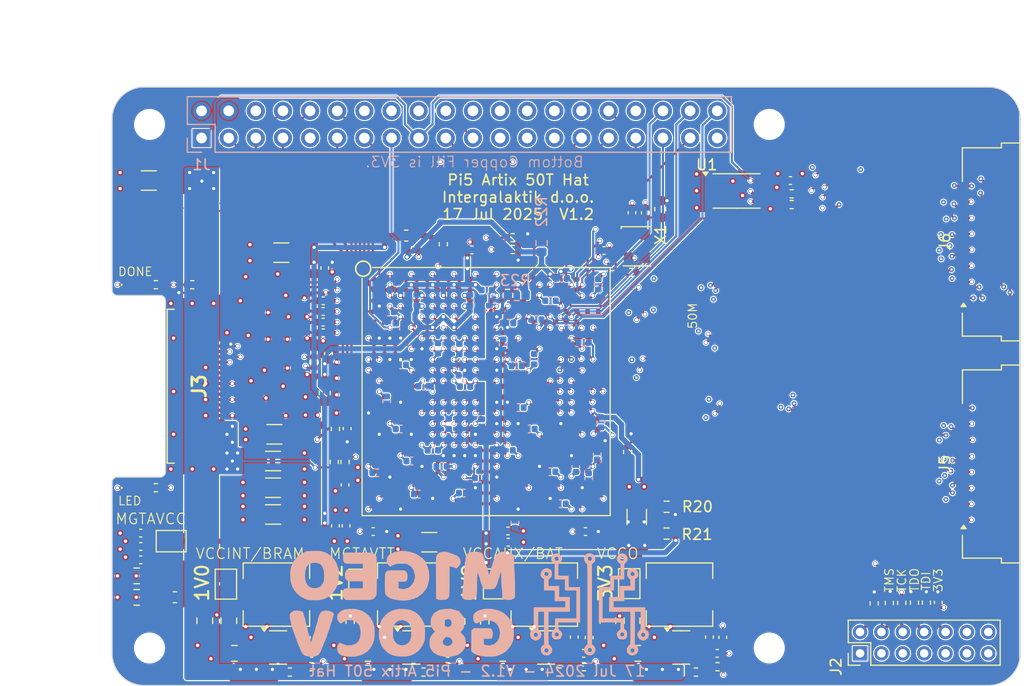
<source format=kicad_pcb>
(kicad_pcb (version 20241229) (generator "pcbnew") (generator_version "9.0")
  (title_block (date "15 nov 2012"))
  (layers (0 "F.Cu" signal) (4 "In1.Cu" signal) (6 "In2.Cu" signal) (2 "B.Cu" signal) (13 "F.Paste" user) (15 "B.Paste" user) (5 "F.SilkS" user "F.Silkscreen") (7 "B.SilkS" user "B.Silkscreen") (1 "F.Mask" user) (3 "B.Mask" user) (25 "Edge.Cuts" user))
  (net 0 "")
  (net 1 "GND")
  (net 2 "/FPGA Top/FPGA Bank 216 (MGT)/PECKC_P")
  (net 3 "/FPGA Top/PCIE_CLKP")
  (net 4 "/FPGA Top/FPGA Bank 216 (MGT)/PECKC_N")
  (net 5 "/FPGA Top/PCIE_CLKN")
  (net 6 "/FPGA Top/FPGA Bank 216 (MGT)/PERC0_P")
  (net 7 "/FPGA Top/PCIE_RX0P")
  (net 8 "/FPGA Top/FPGA Bank 216 (MGT)/PERC0_N")
  (net 9 "/FPGA Top/PCIE_RX0N")
  (net 10 "+1V0")
  (net 11 "+1V8")
  (net 12 "Net-(D1-A)")
  (net 13 "/Raspberry Pi 5/GPIO4{slash}GPCLK0")
  (net 14 "/Raspberry Pi 5/GPIO14{slash}TXD0")
  (net 15 "/Raspberry Pi 5/GPIO15{slash}RXD0")
  (net 16 "/Raspberry Pi 5/GPIO17")
  (net 17 "/Raspberry Pi 5/GPIO18{slash}PCM.CLK")
  (net 18 "+5V")
  (net 19 "+3V3")
  (net 20 "/Raspberry Pi 5/GPIO27")
  (net 21 "/Raspberry Pi 5/GPIO22")
  (net 22 "/Raspberry Pi 5/GPIO23")
  (net 23 "/Raspberry Pi 5/GPIO24")
  (net 24 "/Raspberry Pi 5/GPIO10{slash}SPI0.MOSI")
  (net 25 "/Raspberry Pi 5/GPIO9{slash}SPI0.MISO")
  (net 26 "/Raspberry Pi 5/GPIO25")
  (net 27 "/Raspberry Pi 5/GPIO11{slash}SPI0.SCLK")
  (net 28 "/Raspberry Pi 5/GPIO8{slash}SPI0.CE0")
  (net 29 "/Raspberry Pi 5/GPIO7{slash}SPI0.CE1")
  (net 30 "/Raspberry Pi 5/ID_SDA")
  (net 31 "/Raspberry Pi 5/ID_SCL")
  (net 32 "/Raspberry Pi 5/GPIO5")
  (net 33 "/Raspberry Pi 5/GPIO6")
  (net 34 "/Raspberry Pi 5/GPIO12{slash}PWM0")
  (net 35 "/Raspberry Pi 5/GPIO13{slash}PWM1")
  (net 36 "/Raspberry Pi 5/GPIO19{slash}PCM.FS")
  (net 37 "/Raspberry Pi 5/GPIO16")
  (net 38 "/Raspberry Pi 5/GPIO26")
  (net 39 "/Raspberry Pi 5/GPIO20{slash}PCM.DIN")
  (net 40 "/Raspberry Pi 5/GPIO21{slash}PCM.DOUT")
  (net 41 "Net-(J2-Pin_2)")
  (net 42 "TMS")
  (net 43 "TCK")
  (net 44 "TDO")
  (net 45 "TDI")
  (net 48 "Net-(X1-OUT)")
  (net 49 "/FPGA Top/FPGA Bank 14/PUDC_B")
  (net 50 "/FPGA Top/FPGA Bank 216 (MGT)/MR")
  (net 65 "Net-(D2-A)")
  (net 82 "Net-(X1-EN)")
  (net 90 "/Raspberry Pi 5/GPIO2{slash}SDA1")
  (net 91 "/Raspberry Pi 5/GPIO3{slash}SCL1")
  (net 126 "/FPGA Top/PCIE_TX0N")
  (net 133 "/FPGA Top/PCIE_TX0P")
  (net 135 "/FPGA Top/PCIE_DET_WAKE")
  (net 142 "/FPGA Top/PCIE_CLKREQ_N")
  (net 143 "/FPGA Top/PCIE_RST_B")
  (net 148 "/FPGA Top/PCIE_PWR_EN")
  (net 235 "/FPGA Top/FPGA Power/SEQ1")
  (net 236 "/FPGA Top/FPGA Power/SEQ3")
  (net 237 "/FPGA Top/FPGA Power/SEQ4")
  (net 238 "/FPGA Top/FPGA Power/SEQ2")
  (net 239 "Net-(U9-SW)")
  (net 240 "Net-(U9-BST)")
  (net 241 "Net-(U10-SW)")
  (net 242 "Net-(U10-BST)")
  (net 243 "Net-(U11-SW)")
  (net 244 "Net-(U11-BST)")
  (net 245 "Net-(U12-SW)")
  (net 246 "Net-(U12-BST)")
  (net 247 "Net-(JP9-A)")
  (net 248 "Net-(JP10-A)")
  (net 249 "Net-(JP11-A)")
  (net 250 "Net-(JP12-A)")
  (net 251 "Net-(U9-FB)")
  (net 252 "Net-(U10-FB)")
  (net 253 "Net-(U11-FB)")
  (net 254 "Net-(U12-FB)")
  (net 268 "/FPGA Top/CLK50MHZ")
  (net 269 "+3.3VP")
  (net 282 "/FPGA Top/FPGA Bank 216 (MGT)/MGTAVTT")
  (net 283 "/FPGA Top/FPGA Bank 216 (MGT)/MGTAVCC")
  (net 284 "Net-(U2C-IO_L20P_T3_35)")
  (net 285 "/FPGA Top/FPGA Config/5V_SNS")
  (net 289 "+1V0_MGTAVCC")
  (net 290 "+1V2_MGTAVTT")
  (net 291 "/FPGA Top/FPGA Power/1V0_FB")
  (net 294 "/FPGA Top/FPGA_LED")
  (net 295 "Net-(U2C-IO_L7P_T1_AD6P_35)")
  (net 296 "BANK_15_VCC")
  (net 297 "BANK_16_VCC")
  (net 298 "/FPGA Top/FPGA Bank 15 & 16/SCL0")
  (net 299 "/FPGA Top/FPGA Bank 15 & 16/MIPI0_CAM_GPIO0")
  (net 300 "/FPGA Top/FPGA Bank 15 & 16/MIPI0_CAM_GPIO1")
  (net 301 "/FPGA Top/FPGA Bank 15 & 16/SDA0")
  (net 302 "/FPGA Top/FPGA Bank 15 & 16/MIPI1_CAM_GPIO0")
  (net 303 "/FPGA Top/FPGA Bank 15 & 16/MIPI1_CAM_GPIO1")
  (net 306 "/FPGA Top/FPGA Bank 15 & 16/MIPI0_D2-")
  (net 307 "/FPGA Top/FPGA Bank 15 & 16/MIPI0_D3-")
  (net 308 "/FPGA Top/FPGA Bank 15 & 16/MIPI0_D0+")
  (net 309 "/FPGA Top/FPGA Bank 15 & 16/MIPI0_D2+")
  (net 310 "/FPGA Top/FPGA Bank 15 & 16/MIPI0_D3+")
  (net 311 "/FPGA Top/FPGA Bank 15 & 16/MIPI0_D1-")
  (net 312 "/FPGA Top/FPGA Bank 15 & 16/MIPI0_D1+")
  (net 313 "/FPGA Top/FPGA Bank 15 & 16/MIPI0_CK-")
  (net 314 "/FPGA Top/FPGA Bank 15 & 16/MIPI0_CK+")
  (net 315 "/FPGA Top/FPGA Bank 15 & 16/MIPI0_D0-")
  (net 316 "/FPGA Top/FPGA Bank 15 & 16/MIPI1_CK-")
  (net 317 "/FPGA Top/FPGA Bank 15 & 16/MIPI1_D2+")
  (net 318 "/FPGA Top/FPGA Bank 15 & 16/MIPI1_D3+")
  (net 319 "/FPGA Top/FPGA Bank 15 & 16/MIPI1_D2-")
  (net 320 "/FPGA Top/FPGA Bank 15 & 16/MIPI1_CK+")
  (net 321 "/FPGA Top/FPGA Bank 15 & 16/MIPI1_D0+")
  (net 322 "/FPGA Top/FPGA Bank 15 & 16/MIPI1_D1-")
  (net 323 "/FPGA Top/FPGA Bank 15 & 16/MIPI1_D0-")
  (net 324 "/FPGA Top/FPGA Bank 15 & 16/MIPI1_D3-")
  (net 325 "/FPGA Top/FPGA Bank 15 & 16/MIPI1_D1+")
  (footprint "Capacitor_SMD:C_0402_1005Metric" (layer "F.Cu") (at 155.9 95.48 -90)
    (property "Reference" "C111" (hide yes))
    (property "Value" "100n")
  )
  (footprint "Capacitor_SMD:C_0402_1005Metric" (layer "F.Cu") (at 119.75 67 180)
    (property "Reference" "C2" (hide yes))
    (property "Value" "100n")
  )
  (footprint "Resistor_SMD:R_0402_1005Metric" (layer "F.Cu") (at 175.09 92.26 90)
    (property "Reference" "R5" (hide yes))
    (property "Value" "3.2k")
  )
  (footprint "Capacitor_SMD:C_0402_1005Metric" (layer "F.Cu") (at 119.75 65 180)
    (property "Reference" "C6" (hide yes))
    (property "Value" "100n")
  )
  (footprint "MountingHole:MountingHole_2.7mm_M2.5" (layer "F.Cu") (at 161.5 47.5)
    (property "Reference" "MH2" (hide yes))
    (property "Value" "MountingHole_2.7mm_M2.5" (hide yes))
  )
  (footprint "Resistor_SMD:R_0402_1005Metric" (layer "F.Cu") (at 104.0975 81.5 180)
    (property "Reference" "R18" (hide yes))
    (property "Value" "1k")
  )
  (footprint "Capacitor_SMD:C_0805_2012Metric" (layer "F.Cu") (at 146.4 93.95 90)
    (property "Reference" "C121" (hide yes))
    (property "Value" "22u")
  )
  (footprint "Capacitor_SMD:C_0402_1005Metric" (layer "F.Cu") (at 137.0675 86.6 180)
    (property "Reference" "C39" (hide yes))
    (property "Value" "4.7u")
  )
  (footprint "Resistor_SMD:R_0402_1005Metric" (layer "F.Cu") (at 154.64 98.75)
    (property "Reference" "R41" (hide yes))
    (property "Value" "10k")
  )
  (footprint "Capacitor_SMD:C_1206_3216Metric" (layer "F.Cu") (at 103.4375 52.75)
    (property "Reference" "C8" (hide yes))
    (property "Value" "100u")
  )
  (footprint "Resistor_SMD:R_0402_1005Metric" (layer "F.Cu") (at 144.15 98.25)
    (property "Reference" "R38" (hide yes))
    (property "Value" "13.7k")
  )
  (footprint "Capacitor_SMD:C_0805_2012Metric" (layer "F.Cu") (at 136 94 90)
    (property "Reference" "C120" (hide yes))
    (property "Value" "22u")
  )
  (footprint "LED_SMD:LED_0402_1005Metric" (layer "F.Cu") (at 101.985 81.5)
    (property "Reference" "D2" (hide yes))
    (property "Value" "RED")
  )
  (footprint "Capacitor_SMD:C_0402_1005Metric" (layer "F.Cu") (at 102.6825 85.75)
    (property "Reference" "C113" (hide yes))
    (property "Value" "100n")
  )
  (footprint "Capacitor_SMD:C_1206_3216Metric" (layer "F.Cu") (at 129.6875 86.6)
    (property "Reference" "C37" (hide yes))
    (property "Value" "100u")
  )
  (footprint "Capacitor_SMD:C_0805_2012Metric" (layer "F.Cu") (at 121.15 93.95 90)
    (property "Reference" "C119" (hide yes))
    (property "Value" "22u")
  )
  (footprint "Oscillator:Oscillator_SMD_EuroQuartz_XO32-4Pin_3.2x2.5mm" (layer "F.Cu") (at 149.125 58.905)
    (property "Reference" "X1")
    (property "Value" "50MHz")
  )
  (footprint "Inductor_SMD:L_Chilisin_BMRB00050518" (layer "F.Cu") (at 127.95 91.5 180)
    (property "Reference" "L2" (hide yes))
    (property "Value" "4.7u")
  )
  (footprint "Capacitor_SMD:C_0402_1005Metric" (layer "F.Cu") (at 177.32 92.23 90)
    (property "Reference" "C21" (hide yes))
    (property "Value" "100n")
  )
  (footprint "Resistor_SMD:R_0402_1005Metric" (layer "F.Cu") (at 104.0975 62.5 180)
    (property "Reference" "R11" (hide yes))
    (property "Value" "1k")
  )
  (footprint "Capacitor_SMD:C_0402_1005Metric" (layer "F.Cu") (at 130.65 95.5 -90)
    (property "Reference" "C109" (hide yes))
    (property "Value" "100n")
  )
  (footprint "Inductor_SMD:L_0603_1608Metric" (layer "F.Cu") (at 105.875 91.75)
    (property "Reference" "FB4" (hide yes))
    (property "Value" "600Ω@100MHz")
  )
  (footprint "Resistor_SMD:R_0402_1005Metric" (layer "F.Cu") (at 148.25 78.1525 -90)
    (property "Reference" "R12" (hide yes))
    (property "Value" "1k")
  )
  (footprint "Capacitor_SMD:C_1206_3216Metric" (layer "F.Cu") (at 115.8375 59.5)
    (property "Reference" "C24" (hide yes))
    (property "Value" "100u")
  )
  (footprint "Capacitor_SMD:C_0402_1005Metric" (layer "F.Cu") (at 119.75 66 180)
    (property "Reference" "C3" (hide yes))
    (property "Value" "100n")
  )
  (footprint "Capacitor_SMD:C_0805_2012Metric" (layer "F.Cu") (at 108.675 93.95 90)
    (property "Reference" "C118" (hide yes))
    (property "Value" "22u")
  )
  (footprint "Capacitor_SMD:C_0402_1005Metric" (layer "F.Cu") (at 163.48 52.75)
    (property "Reference" "C1" (hide yes))
    (property "Value" "100n")
  )
  (footprint "Connector_FFC-FPC:Amphenol_F32Q-1A7x1-11022_1x22-1MP_P0.5mm_Horizontal" (layer "F.Cu") (at 182.585 58.5 90)
    (property "Reference" "J6")
    (property "Value" "MIPI1")
  )
  (footprint "Resistor_SMD:R_0603_1608Metric" (layer "F.Cu") (at 151.895 85.79)
    (property "Reference" "R21")
    (property "Value" "0R")
  )
  (footprint "Capacitor_SMD:C_0402_1005Metric" (layer "F.Cu") (at 119.75 64 180)
    (property "Reference" "C7" (hide yes))
    (property "Value" "100n")
  )
  (footprint "Capacitor_SMD:C_0402_1005Metric" (layer "F.Cu") (at 149.9 55.77 -90)
    (property "Reference" "C94" (hide yes))
    (property "Value" "4.7u")
  )
  (footprint "Resistor_SMD:R_0402_1005Metric" (layer "F.Cu") (at 121.8 79.09 90)
    (property "Reference" "R15" (hide yes))
    (property "Value" "10k")
  )
  (footprint "Capacitor_SMD:C_0402_1005Metric" (layer "F.Cu") (at 137.045 85.55 180)
    (property "Reference" "C41" (hide yes))
    (property "Value" "4.7u")
  )
  (footprint "Resistor_SMD:R_0402_1005Metric" (layer "F.Cu") (at 176.21 92.25 90)
    (property "Reference" "R6" (hide yes))
    (property "Value" "3.2k")
  )
  (footprint "Resistor_SMD:R_0402_1005Metric" (layer "F.Cu") (at 129.14 98.75)
    (property "Reference" "R37" (hide yes))
    (property "Value" "10k")
  )
  (footprint "Capacitor_SMD:C_0805_2012Metric" (layer "F.Cu") (at 149.2 97)
    (property "Reference" "C104" (hide yes))
    (property "Value" "22u")
  )
  (footprint "Capacitor_SMD:C_0402_1005Metric" (layer "F.Cu") (at 128.1325 59.3 180)
    (property "Reference" "C67" (hide yes))
    (property "Value" "4.7u")
  )
  (footprint "Capacitor_SMD:C_1206_3216Metric" (layer "F.Cu") (at 115.0625 84)
    (property "Reference" "C23" (hide yes))
    (property "Value" "100u")
  )
  (footprint "Capacitor_SMD:C_0402_1005Metric" (layer "F.Cu") (at 119.9 60.9325 90)
    (property "Reference" "C70" (hide yes))
    (property "Value" "4.7u")
  )
  (footprint "Capacitor_SMD:C_0805_2012Metric" (layer "F.Cu") (at 111.45 97)
    (property "Reference" "C101" (hide yes))
    (property "Value" "22u")
  )
  (footprint "Resistor_SMD:R_0402_1005Metric" (layer "F.Cu") (at 131.4 98.25)
    (property "Reference" "R36" (hide yes))
    (property "Value" "5.76k")
  )
  (footprint "Resistor_SMD:R_0402_1005Metric" (layer "F.Cu") (at 120.79 79.09 -90)
    (property "Reference" "R14" (hide yes))
    (property "Value" "45k")
  )
  (footprint "Package_SO:TSSOP-8_4.4x3mm_P0.65mm" (layer "F.Cu") (at 158.4375 53.725)
    (property "Reference" "U1")
    (property "Value" "BL24C256A")
  )
  (footprint "Capacitor_SMD:C_0805_2012Metric" (layer "F.Cu") (at 123.4 93.95 90)
    (property "Reference" "C115" (hide yes))
    (property "Value" "22u")
  )
  (footprint "Capacitor_SMD:C_0805_2012Metric" (layer "F.Cu") (at 110.925 93.95 90)
    (property "Reference" "C114" (hide yes))
    (property "Value" "22u")
  )
  (footprint "Capacitor_SMD:C_1206_3216Metric" (layer "F.Cu") (at 115.0625 79 180)
    (property "Reference" "C96" (hide yes))
    (property "Value" "100u")
  )
  (footprint "Capacitor_SMD:C_1206_3216Metric" (layer "F.Cu") (at 149.1 84.2375 -90)
    (property "Reference" "C77" (hide yes))
    (property "Value" "100u")
  )
  (footprint "Capacitor_SMD:C_0805_2012Metric" (layer "F.Cu") (at 123.95 97)
    (property "Reference" "C102" (hide yes))
    (property "Value" "22u")
  )
  (footprint "Resistor_SMD:R_0402_1005Metric" (layer "F.Cu") (at 173.9 92.28 -90)
    (property "Reference" "R7" (hide yes))
    (property "Value" "3.2k")
  )
  (footprint "Package_TO_SOT_SMD:TSOT-23-6" (layer "F.Cu") (at 128.0125 96.45)
    (property "Reference" "U10" (hide yes))
    (property "Value" "AP62200TWU-7")
  )
  (footprint "Inductor_SMD:L_Chilisin_BMRB00050518" (layer "F.Cu") (at 140.45 91.5 180)
    (property "Reference" "L3" (hide yes))
    (property "Value" "4.7u")
  )
  (footprint "Inductor_SMD:L_0603_1608Metric" (layer "F.Cu") (at 151.3 55.42625 -90)
    (property "Reference" "FB3" (hide yes))
    (property "Value" "600Ω@100MHz")
  )
  (footprint "Inductor_SMD:L_Chilisin_BMRB00050518" (layer "F.Cu") (at 115.375 91.5 180)
    (property "Reference" "L1" (hide yes))
    (property "Value" "4.7u")
  )
  (footprint "Resistor_SMD:R_0402_1005Metric" (layer "F.Cu") (at 137.49 59.2)
    (property "Reference" "R8" (hide yes))
    (property "Value" "3.2k")
  )
  (footprint "Capacitor_SMD:C_0402_1005Metric" (layer "F.Cu") (at 131.4 97)
    (property "Reference" "C17" (hide yes))
    (property "Value" "22n")
  )
  (footprint "Capacitor_SMD:C_0402_1005Metric" (layer "F.Cu") (at 133.6825 59.25 180)
    (property "Reference" "C10" (hide yes))
    (property "Value" "4.7u")
  )
  (footprint "Jumper:SolderJumper-2_P1.3mm_Open_TrianglePad1.0x1.5mm" (layer "F.Cu") (at 148.4 90.475 90)
    (property "Reference" "JP12" (hide yes))
    (property "Value" "JUMPER")
  )
  (footprint "Resistor_SMD:R_0402_1005Metric" (layer "F.Cu") (at 163.5975 55)
    (property "Reference" "R1" (hide yes))
    (property "Value" "3.2k")
  )
  (footprint "MountingHole:MountingHole_2.7mm_M2.5" (layer "F.Cu") (at 103.5 96.5)
    (property "Reference" "MH3" (hide yes))
    (property "Value" "MountingHole_2.7mm_M2.5" (hide yes))
  )
  (footprint "Package_TO_SOT_SMD:TSOT-23-6" (layer "F.Cu") (at 115.5375 96.45)
    (property "Reference" "U9" (hide yes))
    (property "Value" "AP62200TWU-7")
  )
  (footprint "Capacitor_SMD:C_0402_1005Metric" (layer "F.Cu") (at 118.67 97)
    (property "Reference" "C9" (hide yes))
    (property "Value" "10n")
  )
  (footprint "Resistor_SMD:R_0402_1005Metric" (layer "F.Cu") (at 172.74 92.29 90)
    (property "Reference" "R3" (hide yes))
    (property "Value" "3.2k")
  )
  (footprint "MountingHole:MountingHole_2.7mm_M2.5" (layer "F.Cu") (at 103.5 47.5)
    (property "Reference" "MH1" (hide yes))
    (property "Value" "MountingHole_2.7mm_M2.5" (hide yes))
  )
  (footprint "Resistor_SMD:R_0402_1005Metric" (layer "F.Cu") (at 116.64 98.75)
    (property "Reference" "R35" (hide yes))
    (property "Value" "10k")
  )
  (footprint "Resistor_SMD:R_0402_1005Metric" (layer "F.Cu") (at 141.89 98.75)
    (property "Reference" "R39" (hide yes))
    (property "Value" "10k")
  )
  (footprint "Capacitor_SMD:C_0402_1005Metric" (layer "F.Cu") (at 102.6825 87)
    (property "Reference" "C112" (hide yes))
    (property "Value" "100n")
  )
  (footprint "Capacitor_SMD:C_0805_2012Metric" (layer "F.Cu") (at 136.55 97)
    (property "Reference" "C103" (hide yes))
    (property "Value" "22u")
  )
  (footprint "Capacitor_SMD:C_0805_2012Metric" (layer "F.Cu") (at 102.3 89.75)
    (property "Reference" "C105" (hide yes))
    (property "Value" "22u")
  )
  (footprint "Capacitor_SMD:C_1206_3216Metric" (layer "F.Cu") (at 115.1875 76.5)
    (property "Reference" "C79" (hide yes))
    (property "Value" "100u")
  )
  (footprint "Capacitor_SMD:C_0805_2012Metric" (layer "F.Cu") (at 133.75 94 90)
    (property "Reference" "C116" (hide yes))
    (property "Value" "22u")
  )
  (footprint "Capacitor_SMD:C_0402_1005Metric" (layer "F.Cu") (at 144.13 97)
    (property "Reference" "C18" (hide yes))
    (property "Value" "10n")
  )
  (footprint "Capacitor_SMD:C_0402_1005Metric" (layer "F.Cu") (at 102.6825 88.25)
    (property "Reference" "C107" (hide yes))
    (property "Value" "4.7u")
  )
  (footprint "Inductor_SMD:L_Chilisin_BMRB00050518" (layer "F.Cu") (at 153.1 91.5 180)
    (property "Reference" "L4" (hide yes))
    (property "Value" "4.7u")
  )
  (footprint "Capacitor_SMD:C_0402_1005Metric" (layer "F.Cu") (at 120.25 68.9325 -90)
    (property "Reference" "C15" (hide yes))
    (property "Value" "4.7u")
  )
  (footprint "Wurth_68711614522:68711614522" (layer "F.Cu") (at 107.31 72 -90)
    (property "Reference" "J3")
    (property "Value" "68711614522" (hide yes))
  )
  (footprint "Resistor_SMD:R_0402_1005Metric" (layer "F.Cu") (at 118.9 69.75 -90)
    (property "Reference" "R19" (hide yes))
    (property "Value" "3.2k")
  )
  (footprint "Inductor_SMD:L_0603_1608Metric" (layer "F.Cu") (at 119.9 72.625 90)
    (property "Reference" "FB1" (hide yes))
    (property "Value" "600Ω@100MHz")
  )
  (footprint "Capacitor_SMD:C_0402_1005Metric" (layer "F.Cu") (at 122 75.9675 -90)
    (property "Reference" "C76" (hide yes))
    (property "Value" "4.7u")
  )
  (footprint "Capacitor_SMD:C_0402_1005Metric" (layer "F.Cu") (at 156.63 97)
    (property "Reference" "C20" (hide yes))
    (property "Value" "22n")
  )
  (footprint "Package_BGA:Xilinx_FGG484" (layer "F.Cu") (at 135 72.5)
    (property "Reference" "U2" (hide yes))
    (property "Value" "XC7A50T-FGG484")
  )
  (footprint "Jumper:SolderJumper-2_P1.3mm_Open_TrianglePad1.0x1.5mm" (layer "F.Cu") (at 135.75 90.5 90)
    (property "Reference" "JP11" (hide yes))
    (property "Value" "JUMPER")
  )
  (footprint "Resistor_SMD:R_0402_1005Metric" (layer "F.Cu") (at 118.66 98.25)
    (property "Reference" "R34" (hide yes))
    (property "Value" "3.2k")
  )
  (footprint "Jumper:SolderJumper-2_P1.3mm_Open_TrianglePad1.0x1.5mm" (layer "F.Cu") (at 105.525 86.5)
    (property "Reference" "JP8" (hide yes))
    (property "Value" "JUMPER")
  )
  (footprint "Capacitor_SMD:C_0402_1005Metric" (layer "F.Cu") (at 120.9 85.0675 90)
    (property "Reference" "C27" (hide yes))
    (property "Value" "4.7u")
  )
  (footprint "Resistor_SMD:R_0402_1005Metric" (layer "F.Cu") (at 137.49 58.1)
    (property "Reference" "R9" (hide yes))
    (property "Value" "3.2k")
  )
  (footprint "Capacitor_SMD:C_0402_1005Metric" (layer "F.Cu") (at 146.0325 59.3 180)
    (property "Reference" "C50" (hide yes))
    (property "Value" "4.7u")
  )
  (footprint "Resistor_SMD:R_0402_1005Metric" (layer "F.Cu") (at 171.32 92.33 90)
    (property "Reference" "R4" (hide yes))
    (property "Value" "10")
  )
  (footprint "Connector_FFC-FPC:Amphenol_F32Q-1A7x1-11022_1x22-1MP_P0.5mm_Horizontal" (layer "F.Cu") (at 182.59 79.28 90)
    (property "Reference" "J5")
    (property "Value" "MIPI0")
  )
  (footprint "Resistor_SMD:R_0402_1005Metric" (layer "F.Cu") (at 156.66 98.25)
    (property "Reference" "R40" (hide yes))
    (property "Value" "33.2k")
  )
  (footprint "Resistor_SMD:R_0402_1005Metric" (layer "F.Cu") (at 131 58.7025 90)
    (property "Reference" "R13" (hide yes))
    (property "Value" "100")
  )
  (footprint "Capacitor_SMD:C_0805_2012Metric" (layer "F.Cu") (at 148.66 93.95 90)
    (property "Reference" "C117" (hide yes))
    (property "Value" "22u")
  )
  (footprint "Resistor_SMD:R_0402_1005Metric" (layer "F.Cu") (at 120.9 76.0025 -90)
    (property "Reference" "R17" (hide yes))
    (property "Value" "3.2k")
  )
  (footprint "MountingHole:MountingHole_2.7mm_M2.5" (layer "F.Cu") (at 161.5 96.5)
    (property "Reference" "MH4" (hide yes))
    (property "Value" "MountingHole_2.7mm_M2.5" (hide yes))
  )
  (footprint "Capacitor_SMD:C_0402_1005Metric" (layer "F.Cu") (at 144.3 85.6)
    (property "Reference" "C26" (hide yes))
    (property "Value" "4.7u")
  )
  (footprint "Resistor_SMD:R_0402_1005Metric" (layer "F.Cu") (at 148.57 61.34)
    (property "Reference" "R16" (hide yes))
    (property "Value" "10")
  )
  (footprint "Jumper:SolderJumper-2_P1.3mm_Open_TrianglePad1.0x1.5mm" (layer "F.Cu") (at 123.15 90.525 90)
    (property "Reference" "JP10" (hide yes))
    (property "Value" "JUMPER")
  )
  (footprint "Capacitor_SMD:C_0402_1005Metric" (layer "F.Cu") (at 121.8 81.2325 -90)
    (property "Reference" "C25" (hide yes))
    (property "Value" "4.7u")
  )
  (footprint "Resistor_SMD:R_0402_1005Metric" (layer "F.Cu") (at 107.5 62.5 180)
    (property "Reference" "R10" (hide yes))
    (property "Value" "330")
  )
  (footprint "Jumper:SolderJumper-2_P1.3mm_Open_TrianglePad1.0x1.5mm" (layer "F.Cu") (at 110.65 90.525 90)
    (property "Reference" "JP9" (hide yes))
    (property "Value" "JUMPER")
  )
  (footprint "Capacitor_SMD:C_0402_1005Metric" (layer "F.Cu") (at 144.65 95.52 90)
    (property "Reference" "C14" (hide yes))
    (property "Value" "22n")
  )
  (footprint "Connector_PinHeader_2.00mm:PinHeader_2x07_P2.00mm_Vertical" (layer "F.Cu") (at 170 97 90)
    (property "Reference" "J2")
    (property "Value" "Molex 0878321420")
  )
  (footprint "Capacitor_SMD:C_0402_1005Metric" (layer "F.Cu") (at 121.9 85.0675 90)
    (property "Reference" "C35" (hide yes))
    (property "Value" "4.7u")
  )
  (footprint "Resistor_SMD:R_0603_1608Metric" (layer "F.Cu") (at 151.895 83.28)
    (property "Reference" "R20")
    (property "Value" "0R")
  )
  (footprint "Capacitor_SMD:C_0805_2012Metric" (layer "F.Cu") (at 102.3 91.76)
    (property "Reference" "C106" (hide yes))
    (property "Value" "22u")
  )
  (footprint "Inductor_SMD:L_0603_1608Metric" (layer "F.Cu") (at 127.525 57.9 180)
    (property "Reference" "FB2" (hide yes))
    (property "Value" "600Ω@100MHz")
  )
  (footprint "Package_TO_SOT_SMD:TSOT-23-6" (layer "F.Cu") (at 153.2625 96.45)
    (property "Reference" "U12" (hide yes))
    (property "Value" "AP62200TWU-7")
  )
  (footprint "Capacitor_SMD:C_0402_1005Metric" (layer "F.Cu") (at 148.65 55.77 -90)
    (property "Reference" "C93" (hide yes))
    (property "Value" "100n")
  )
  (footprint "Capacitor_SMD:C_0402_1005Metric" (layer "F.Cu") (at 124.4325 85.6)
    (property "Reference" "C54" (hide yes))
    (property "Value" "4.7u")
  )
  (footprint "Capacitor_SMD:C_0402_1005Metric" (layer "F.Cu") (at 143.25 95.48 -90)
    (property "Reference" "C110" (hide yes))
    (property "Value" "100n")
  )
  (footprint "Resistor_SMD:R_0402_1005Metric" (layer "F.Cu") (at 163.5975 54)
    (property "Reference" "R2" (hide yes))
    (property "Value" "3.2k")
  )
  (footprint "LED_SMD:LED_0402_1005Metric" (layer "F.Cu") (at 101.985 62.5)
    (property "Reference" "D1" (hide yes))
    (property "Value" "RED")
  )
  (footprint "Capacitor_SMD:C_1206_3216Metric" (layer "F.Cu") (at 115.0625 81.5)
    (property "Reference" "C78" (hide yes))
    (property "Value" "100u")
  )
  (footprint "Capacitor_SMD:C_0402_1005Metric" (layer "F.Cu") (at 157.15 95.5 90)
    (property "Reference" "C16" (hide yes))
    (property "Value" "22n")
  )
  (footprint "Capacitor_SMD:C_0402_1005Metric" (layer "F.Cu") (at 118.175 95.52 -90)
    (property "Reference" "C108" (hide yes))
    (property "Value" "100n")
  )
  (footprint "Package_TO_SOT_SMD:TSOT-23-6" (layer "F.Cu") (at 140.6125 96.45)
    (property "Reference" "U11" (hide yes))
    (property "Value" "AP62200TWU-7")
  )
  (footprint "Connector_PinSocket_2.54mm:PinSocket_2x20_P2.54mm_Vertical" (layer "B.Cu") (at 108.37 48.77 -90)
    (property "Reference" "J1")
    (property "Value" "GPIO")
  )
  (footprint "Capacitor_SMD:C_0402_1005Metric" (layer "B.Cu") (at 141 80 180)
    (property "Reference" "C40" (hide yes))
    (property "Value" "100n")
  )
  (footprint "Capacitor_SMD:C_0402_1005Metric" (layer "B.Cu") (at 139.0675 76 180)
    (property "Reference" "C62" (hide yes))
    (property "Value" "100n")
  )
  (footprint "Resistor_SMD:R_0603_1608Metric" (layer "B.Cu") (at 137.87 63.46 180)
    (property "Reference" "R23")
    (property "Value" "0R")
  )
  (footprint "Capacitor_SMD:C_0402_1005Metric" (layer "B.Cu") (at 144.1325 67.9 180)
    (property "Reference" "C38" (hide yes))
    (property "Value" "100n")
  )
  (footprint "Capacitor_SMD:C_0402_1005Metric" (layer "B.Cu") (at 130.8325 79.5)
    (property "Reference" "C29" (hide yes))
    (property "Value" "100n")
  )
  (footprint "Capacitor_SMD:C_0402_1005Metric" (layer "B.Cu") (at 128.7325 82.1)
    (property "Reference" "C33" (hide yes))
    (property "Value" "100n")
  )
  (footprint "Capacitor_SMD:C_0402_1005Metric" (layer "B.Cu") (at 125.7 73.4325 -90)
    (property "Reference" "C72" (hide yes))
    (property "Value" "100n")
  )
  (footprint "Capacitor_SMD:C_0402_1005Metric" (layer "B.Cu") (at 137.8675 70.1 180)
    (property "Reference" "C48" (hide yes))
    (property "Value" "100n")
  )
  (footprint "Capacitor_SMD:C_0402_1005Metric" (layer "B.Cu") (at 136.6 68.1 -90)
    (property "Reference" "C43" (hide yes))
    (property "Value" "100n")
  )
  (footprint "Capacitor_SMD:C_0402_1005Metric" (layer "B.Cu") (at 141.9675 83 180)
    (property "Reference" "C57" (hide yes))
    (property "Value" "100n")
  )
  (footprint "Capacitor_SMD:C_0402_1005Metric" (layer "B.Cu") (at 133.5 63.9325 -90)
    (property "Reference" "C11" (hide yes))
    (property "Value" "100n")
  )
  (footprint "Capacitor_SMD:C_0402_1005Metric" (layer "B.Cu") (at 126.55 66.6175 -90)
    (property "Reference" "C74" (hide yes))
    (property "Value" "100n")
  )
  (footprint "Capacitor_SMD:C_0402_1005Metric" (layer "B.Cu") (at 137.02 78 180)
    (property "Reference" "C19" (hide yes))
    (property "Value" "100n")
  )
  (footprint "Capacitor_SMD:C_0402_1005Metric" (layer "B.Cu") (at 132.5 68.52 -90)
    (property "Reference" "C34" (hide yes))
    (property "Value" "100n")
  )
  (footprint "Capacitor_SMD:C_0402_1005Metric" (layer "B.Cu") (at 137.0675 66.1 180)
    (property "Reference" "C13" (hide yes))
    (property "Value" "100n")
  )
  (footprint "Capacitor_SMD:C_0402_1005Metric" (layer "B.Cu") (at 143.4 79.54 90)
    (property "Reference" "C65" (hide yes))
    (property "Value" "4.7u")
  )
  (footprint "Capacitor_SMD:C_0402_1005Metric" (layer "B.Cu") (at 132.9325 82)
    (property "Reference" "C55" (hide yes))
    (property "Value" "100n")
  )
  (footprint "Capacitor_SMD:C_0402_1005Metric" (layer "B.Cu") (at 145.5 62.4675 -90)
    (property "Reference" "C58" (hide yes))
    (property "Value" "100n")
  )
  (footprint "Capacitor_SMD:C_0402_1005Metric" (layer "B.Cu") (at 145.4 78.3675 90)
    (property "Reference" "C63" (hide yes))
    (property "Value" "100n")
  )
  (footprint "Capacitor_SMD:C_0402_1005Metric" (layer "B.Cu") (at 130.5 68.45 -90)
    (property "Reference" "C32" (hide yes))
    (property "Value" "100n")
  )
  (footprint "Capacitor_SMD:C_0402_1005Metric" (layer "B.Cu") (at 127.0325 76)
    (property "Reference" "C51" (hide yes))
    (property "Value" "100n")
  )
  (footprint "Capacitor_SMD:C_0402_1005Metric" (layer "B.Cu") (at 139.5 69.4675 90)
    (property "Reference" "C47" (hide yes))
    (property "Value" "100n")
  )
  (footprint "Capacitor_SMD:C_0402_1005Metric" (layer "B.Cu") (at 127.02 70 180)
    (property "Reference" "C73" (hide yes))
    (property "Value" "100n")
  )
  (footprint "LOGO" (layer "B.Cu") (at 133.4 92.4 180)
    (property "Reference" "G***" (hide yes))
    (property "Value" "LOGO" (hide yes))
  )
  (footprint "Capacitor_SMD:C_0402_1005Metric" (layer "B.Cu") (at 128.0325 79)
    (property "Reference" "C68" (hide yes))
    (property "Value" "100n")
  )
  (footprint "Capacitor_SMD:C_0402_1005Metric" (layer "B.Cu") (at 138.0325 74 180)
    (property "Reference" "C61" (hide yes))
    (property "Value" "100n")
  )
  (footprint "Capacitor_SMD:C_0402_1005Metric" (layer "B.Cu") (at 135.3 64.9325 -90)
    (property "Reference" "C45" (hide yes))
    (property "Value" "100n")
  )
  (footprint "Capacitor_SMD:C_0402_1005Metric" (layer "B.Cu") (at 125.8825 65.05 180)
    (property "Reference" "C75" (hide yes))
    (property "Value" "100n")
  )
  (footprint "Capacitor_SMD:C_0402_1005Metric" (layer "B.Cu") (at 142.1 61.9 180)
    (property "Reference" "C53" (hide yes))
    (property "Value" "100n")
  )
  (footprint "Capacitor_SMD:C_0402_1005Metric" (layer "B.Cu") (at 131.5 75.52 -90)
    (property "Reference" "C31" (hide yes))
    (property "Value" "100n")
  )
  (footprint "Capacitor_SMD:C_0402_1005Metric" (layer "B.Cu") (at 139.7 65.76 180)
    (property "Reference" "C59" (hide yes))
    (property "Value" "100n")
  )
  (footprint "Capacitor_SMD:C_0402_1005Metric" (layer "B.Cu") (at 126.4675 63)
    (property "Reference" "C5" (hide yes))
    (property "Value" "100n")
  )
  (footprint "Capacitor_SMD:C_0402_1005Metric" (layer "B.Cu") (at 129.1325 72)
    (property "Reference" "C28" (hide yes))
    (property "Value" "4.7u")
  )
  (footprint "Capacitor_SMD:C_0402_1005Metric" (layer "B.Cu") (at 130.02 78)
    (property "Reference" "C30" (hide yes))
    (property "Value" "100n")
  )
  (footprint "Capacitor_SMD:C_0402_1005Metric" (layer "B.Cu") (at 141.0325 64)
    (property "Reference" "C66" (hide yes))
    (property "Value" "100n")
  )
  (footprint "Capacitor_SMD:C_0402_1005Metric" (layer "B.Cu") (at 134.6 75.5675 -90)
    (property "Reference" "C44" (hide yes))
    (property "Value" "100n")
  )
  (footprint "Capacitor_SMD:C_0402_1005Metric" (layer "B.Cu") (at 135.0675 63 180)
    (property "Reference" "C4" (hide yes))
    (property "Value" "100n")
  )
  (footprint "Capacitor_SMD:C_0402_1005Metric" (layer "B.Cu") (at 128.5 63.9325 -90)
    (property "Reference" "C12" (hide yes))
    (property "Value" "100n")
  )
  (footprint "Capacitor_SMD:C_0402_1005Metric" (layer "B.Cu") (at 132.9075 70.975)
    (property "Reference" "C42" (hide yes))
    (property "Value" "100n")
  )
  (footprint "Capacitor_SMD:C_0402_1005Metric" (layer "B.Cu") (at 145.74 75.37 90)
    (property "Reference" "C49" (hide yes))
    (property "Value" "100n")
  )
  (footprint "Capacitor_SMD:C_0402_1005Metric" (layer "B.Cu") (at 137.7 84.7675 90)
    (property "Reference" "C56" (hide yes))
    (property "Value" "100n")
  )
  (footprint "Resistor_SMD:R_0603_1608Metric" (layer "B.Cu") (at 140.19 58.605 90)
    (property "Reference" "R22")
    (property "Value" "0R")
  )
  (footprint "Capacitor_SMD:C_0402_1005Metric" (layer "B.Cu") (at 144.6 80.6325 -90)
    (property "Reference" "C64" (hide yes))
    (property "Value" "100n")
  )
  (footprint "Capacitor_SMD:C_0402_1005Metric" (layer "B.Cu") (at 124.8325 80.1)
    (property "Reference" "C69" (hide yes))
    (property "Value" "100n")
  )
  (footprint "Capacitor_SMD:C_0402_1005Metric" (layer "B.Cu") (at 134.4325 80.6)
    (property "Reference" "C46" (hide yes))
    (property "Value" "100n")
  )
  (footprint "Capacitor_SMD:C_0402_1005Metric" (layer "B.Cu") (at 133.0325 72.0325)
    (property "Reference" "C36" (hide yes))
    (property "Value" "100n")
  )
  (gr_circle (center 123.5 61) (end 124 60.5) (stroke (width 0.15)) (fill no) (layer "F.SilkS"))
  (gr_arc (start 100 47) (mid 100.87868 44.87868) (end 103 44) (stroke (width 0.1)) (layer "Edge.Cuts"))
  (gr_arc (start 100.5 63.5) (mid 100.146447 63.353553) (end 100 63) (stroke (width 0.1)) (layer "Edge.Cuts"))
  (gr_line (start 185 97) (end 185 47) (stroke (width 0.1)) (layer "Edge.Cuts"))
  (gr_line (start 100 47) (end 100 63) (stroke (width 0.1)) (layer "Edge.Cuts"))
  (gr_arc (start 103 100) (mid 100.87868 99.12132) (end 100 97) (stroke (width 0.1)) (layer "Edge.Cuts"))
  (gr_line (start 103 100) (end 182 100) (stroke (width 0.1)) (layer "Edge.Cuts"))
  (gr_line (start 104.5 80.5) (end 100.5 80.5) (stroke (width 0.1)) (layer "Edge.Cuts"))
  (gr_arc (start 182 44) (mid 184.12132 44.87868) (end 185 47) (stroke (width 0.1)) (layer "Edge.Cuts"))
  (gr_arc (start 100 81) (mid 100.146138 80.646755) (end 100.499127 80.500001) (stroke (width 0.1)) (layer "Edge.Cuts"))
  (gr_arc (start 185 97) (mid 184.12132 99.12132) (end 182 100) (stroke (width 0.1)) (layer "Edge.Cuts"))
  (gr_line (start 105 64) (end 105 80) (stroke (width 0.1)) (layer "Edge.Cuts"))
  (gr_line (start 182 44) (end 103 44) (stroke (width 0.1)) (layer "Edge.Cuts"))
  (gr_line (start 100 81) (end 100 97) (stroke (width 0.1)) (layer "Edge.Cuts"))
  (gr_line (start 100.5 63.5) (end 104.5 63.5) (stroke (width 0.1)) (layer "Edge.Cuts"))
  (gr_arc (start 105 80) (mid 104.853553 80.353553) (end 104.5 80.5) (stroke (width 0.1)) (layer "Edge.Cuts"))
  (gr_arc (start 104.5 63.5) (mid 104.853553 63.646447) (end 105 64) (stroke (width 0.1)) (layer "Edge.Cuts"))
  (gr_text "M1GEO 24/03/2024\nVer: 1.1" (at 100.5 57 0) (layer "F.Cu") (effects (font (size 0.8 0.8) (thickness 0.125) (bold yes)) (justify left bottom)))
  (gr_text "VCCAUX/BAT" (at 132.75 88.25 0) (layer "F.SilkS") (effects (font (size 1 1) (thickness 0.1)) (justify left bottom)))
  (gr_text "1V8" (at 134.15 92.25 90) (layer "F.SilkS") (effects (font (size 1.25 1.25) (thickness 0.2)) (justify left bottom)))
  (gr_text "MGTAVTT" (at 120.25 88.25 0) (layer "F.SilkS") (effects (font (size 1 1) (thickness 0.1)) (justify left bottom)))
  (gr_text "VCCO" (at 145.3 88.25 0) (layer "F.SilkS") (effects (font (size 1 1) (thickness 0.1)) (justify left bottom)))
  (gr_text "LED" (at 100.5 83.2 0) (layer "F.SilkS") (effects (font (size 0.8 0.8) (thickness 0.1)) (justify left bottom)))
  (gr_text "50M" (at 154.8 66.7 90) (layer "F.SilkS") (effects (font (size 0.8 0.8) (thickness 0.1)) (justify left bottom)))
  (gr_text "MGTAVCC" (at 100.25 85 0) (layer "F.SilkS") (effects (font (size 1 1) (thickness 0.1)) (justify left bottom)))
  (gr_text "VCCINT/BRAM" (at 107.75 88.25 0) (layer "F.SilkS") (effects (font (size 1 1) (thickness 0.1)) (justify left bottom)))
  (gr_text "TCK" (at 174.37 91.35 90) (layer "F.SilkS") (effects (font (size 0.8 0.8) (thickness 0.1)) (justify left bottom)))
  (gr_text "3V3" (at 177.78 91.32 90) (layer "F.SilkS") (effects (font (size 0.8 0.8) (thickness 0.1)) (justify left bottom)))
  (gr_text "DONE" (at 100.5 61.75 0) (layer "F.SilkS") (effects (font (size 0.8 0.8) (thickness 0.1)) (justify left bottom)))
  (gr_text "1V0" (at 109.15 92.25 90) (layer "F.SilkS") (effects (font (size 1.25 1.25) (thickness 0.2)) (justify left bottom)))
  (gr_text "TMS" (at 173.2 91.36 90) (layer "F.SilkS") (effects (font (size 0.8 0.8) (thickness 0.1)) (justify left bottom)))
  (gr_text "TDI" (at 176.64 91.2 90) (layer "F.SilkS") (effects (font (size 0.8 0.8) (thickness 0.1)) (justify left bottom)))
  (gr_text "Pi5 Artix 50T Hat\nIntergalaktik d.o.o.\n17 Jul 2025  V1.2" (at 138 56.5 0) (layer "F.SilkS") (effects (font (size 1 1)) (justify bottom)))
  (gr_text "TDO" (at 175.56 91.33 90) (layer "F.SilkS") (effects (font (size 0.8 0.8) (thickness 0.1)) (justify left bottom)))
  (gr_text "1V2" (at 121.65 92.25 90) (layer "F.SilkS") (effects (font (size 1.25 1.25) (thickness 0.2)) (justify left bottom)))
  (gr_text "3V3" (at 146.9 92.25 90) (layer "F.SilkS") (effects (font (size 1.25 1.25) (thickness 0.2)) (justify left bottom)))
  (gr_text "Bottom Copper Fill is 3V3." (at 144.2 51.6 0) (layer "B.SilkS") (effects (font (size 1 1) (thickness 0.1)) (justify left bottom mirror)))
  (gr_text "17 Jul 2024 - V1.2 - Pi5 Artix 50T Hat" (at 150 99.25 0) (layer "B.SilkS") (effects (font (size 1 1)) (justify left bottom mirror)))
  (segment (start 180.45 59.25) (end 180.47 59.23) (width 0.2) (layer "F.Cu") (net 1))
  (segment (start 146.6 58.86) (end 146.54 58.8) (width 0.2) (layer "F.Cu") (net 1))
  (segment (start 130.5 68) (end 130 67.5) (width 0.2) (layer "F.Cu") (net 1))
  (segment (start 146.26 95.04) (end 146.4 94.9) (width 0.2) (layer "F.Cu") (net 1))
  (segment (start 135.5 62) (end 136 61.5) (width 0.2) (layer "F.Cu") (net 1))
  (segment (start 130.5 75) (end 130 75.5) (width 0.2) (layer "F.Cu") (net 1))
  (segment (start 148.83 59.98) (end 148.85 60) (width 0.2) (layer "F.Cu") (net 1))
  (segment (start 148.65 55.29) (end 148.65 54.88) (width 0.2) (layer "F.Cu") (net 1))
  (segment (start 131.88 97) (end 133 97) (width 0.2) (layer "F.Cu") (net 1))
  (segment (start 143.7325 85.6) (end 143.1 85.6) (width 0.2) (layer "F.Cu") (net 1))
  (segment (start 135.5 63) (end 136 62.5) (width 0.2) (layer "F.Cu") (net 1))
  (segment (start 142.5 83) (end 143 83.5) (width 0.2) (layer "F.Cu") (net 1))
  (segment (start 180.4 54.74) (end 180.39 54.75) (width 0.2) (layer "F.Cu") (net 1))
  (segment (start 180.4 60.75) (end 180.43 60.72) (width 0.2) (layer "F.Cu") (net 1))
  (segment (start 135.5 64) (end 136 63.5) (width 0.2) (layer "F.Cu") (net 1))
  (segment (start 180.45 80.03) (end 180.46 80.04) (width 0.2) (layer "F.Cu") (net 1))
  (segment (start 148.25 98.85) (end 148.25 97) (width 0.25) (layer "F.Cu") (net 1))
  (segment (start 141.3475 98.75) (end 140.7025 99.395) (width 0.25) (layer "F.Cu") (net 1))
  (segment (start 110.5 97) (end 110.5 98.85) (width 0.25) (layer "F.Cu") (net 1))
  (segment (start 148.65 54.88) (end 148.67 54.86) (width 0.2) (layer "F.Cu") (net 1))
  (segment (start 134.25 59.25) (end 134.25 58.94) (width 0.5) (layer "F.Cu") (net 1))
  (segment (start 115.4 99.5) (end 116.13 98.77) (width 0.25) (layer "F.Cu") (net 1))
  (segment (start 128.5 66) (end 128 66.5) (width 0.2) (layer "F.Cu") (net 1))
  (segment (start 179.69 78.53) (end 180.44 78.53) (width 0.2) (layer "F.Cu") (net 1))
  (segment (start 128.5 62) (end 128 61.5) (width 0.2) (layer "F.Cu") (net 1))
  (segment (start 130.5 62) (end 130 61.5) (width 0.2) (layer "F.Cu") (net 1))
  (segment (start 124.5 79) (end 124 79.5) (width 0.2) (layer "F.Cu") (net 1))
  (segment (start 126.5 63) (end 126 62.5) (width 0.2) (layer "F.Cu") (net 1))
  (segment (start 110.5 98.85) (end 111.15 99.5) (width 0.25) (layer "F.Cu") (net 1))
  (segment (start 131.5 65) (end 131 64.5) (width 0.2) (layer "F.Cu") (net 1))
  (segment (start 157.11 97) (end 157.75 97) (width 0.2) (layer "F.Cu") (net 1))
  (segment (start 133.5 70) (end 133 69.5) (width 0.2) (layer "F.Cu") (net 1))
  (segment (start 135.5 76) (end 136 76.5) (width 0.2) (layer "F.Cu") (net 1))
  (segment (start 142.5 73) (end 143 73.5) (width 0.2) (layer "F.Cu") (net 1))
  (segment (start 138.5 81) (end 139 81.5) (width 0.2) (layer "F.Cu") (net 1))
  (segment (start 179.69 74.03) (end 180.51 74.03) (width 0.2) (layer "F.Cu") (net 1))
  (segment (start 132.5 77) (end 132 77.5) (width 0.2) (layer "F.Cu") (net 1))
  (segment (start 124.5 69) (end 125 69.5) (width 0.2) (layer "F.Cu") (net 1))
  (segment (start 127.5 66) (end 127 65.5) (width 0.2) (layer "F.Cu") (net 1))
  (segment (start 145.95 72.46) (end 145.81 72.32) (width 0.2) (layer "F.Cu") (net 1))
  (segment (start 134.5 62) (end 134 61.5) (width 0.2) (layer "F.Cu") (net 1))
  (segment (start 133.5 64) (end 133 63.5) (width 0.2) (layer "F.Cu") (net 1))
  (segment (start 180.46 75.53) (end 180.47 75.52) (width 0.2) (layer "F.Cu") (net 1))
  (segment (start 179.685 62.25) (end 180.43 62.25) (width 0.2) (layer "F.Cu") (net 1))
  (segment (start 132.5 72) (end 132 71.5) (width 0.2) (layer "F.Cu") (net 1))
  (segment (start 148.9 99.5) (end 148.25 98.85) (width 0.25) (layer "F.Cu") (net 1))
  (segment (start 121.1 74.5) (end 121 74.5) (width 0.2) (layer "F.Cu") (net 1))
  (segment (start 129.5 74) (end 129 74.5) (width 0.2) (layer "F.Cu") (net 1))
  (segment (start 127.5 65) (end 127 64.5) (width 0.2) (layer "F.Cu") (net 1))
  (segment (start 180.39 54.75) (end 179.685 54.75) (width 0.2) (layer "F.Cu") (net 1))
  (segment (start 111.15 99.5) (end 115.4 99.5) (width 0.25) (layer "F.Cu") (net 1))
  (segment (start 149.9 55.29) (end 149.9 54.81) (width 0.2) (layer "F.Cu") (net 1))
  (segment (start 137.5 68) (end 138 67.5) (width 0.2) (layer "F.Cu") (net 1))
  (segment (start 100.5 62.5) (end 101.5 62.5) (width 0.2) (layer "F.Cu") (net 1))
  (segment (start 130.5 73) (end 130 73.5) (width 0.2) (layer "F.Cu") (net 1))
  (segment (start 142.5 63) (end 143 62.5) (width 0.2) (layer "F.Cu") (net 1))
  (segment (start 131.5 80) (end 131 80.5) (width 0.2) (layer "F.Cu") (net 1))
  (segment (start 134.25 58.94) (end 133.81 58.5) (width 0.5) (layer "F.Cu") (net 1))
  (segment (start 134.5 71) (end 134 70.5) (width 0.2) (layer "F.Cu") (net 1))
  (segment (start 132.5 66) (end 132 65.5) (width 0.2) (layer "F.Cu") (net 1))
  (segment (start 173.9 91.77) (end 173.9 91.28) (width 0.3) (layer "F.Cu") (net 1))
  (segment (start 141.38 98.75) (end 141.3475 98.75) (width 0.25) (layer "F.Cu") (net 1))
  (segment (start 154.13 98.77) (end 153.4 99.5) (width 0.25) (layer "F.Cu") (net 1))
  (segment (start 149.9 54.81) (end 149.92 54.79) (width 0.2) (layer "F.Cu") (net 1))
  (segment (start 126.5 62) (end 126 61.5) (width 0.2) (layer "F.Cu") (net 1))
  (segment (start 135.5 82) (end 136 82.5) (width 0.2) (layer "F.Cu") (net 1))
  (segment (start 140 76.500971) (end 140.000971 76.500971) (width 0.2) (layer "F.Cu") (net 1))
  (segment (start 133.5 68) (end 133 67.5) (width 0.2) (layer "F.Cu") (net 1))
  (segment (start 122 75.4) (end 121.1 74.5) (width 0.2) (layer "F.Cu") (net 1))
  (segment (start 126.5 75) (end 126 75.5) (width 0.2) (layer "F.Cu") (net 1))
  (segment (start 148.35 59.98) (end 148.83 59.98) (width 0.2) (layer "F.Cu") (net 1))
  (segment (start 131.5 68) (end 131 67.5) (width 0.2) (layer "F.Cu") (net 1))
  (segment (start 134.5 67) (end 134 66.5) (width 0.2) (layer "F.Cu") (net 1))
  (segment (start 132.5 74) (end 132 74.5) (width 0.2) (layer "F.Cu") (net 1))
  (segment (start 131.5 76) (end 131 76.5) (width 0.2) (layer "F.Cu") (net 1))
  (segment (start 145.5 82) (end 146 82.5) (width 0.2) (layer "F.Cu") (net 1))
  (segment (start 173.9 91.28) (end 173.89 91.27) (width 0.3) (layer "F.Cu") (net 1))
  (segment (start 139.5 64) (end 140 63.5) (width 0.2) (layer "F.Cu") (net 1))
  (segment (start 144.5 79) (end 145 79.5) (width 0.2) (layer "F.Cu") (net 1))
  (segment (start 133.5 73) (end 133 73.5) (width 0.2) (layer "F.Cu") (net 1))
  (segment (start 145.5 62) (end 146 61.5) (width 0.2) (layer "F.Cu") (net 1))
  (segment (start 128.5 81) (end 128 81.5) (width 0.2) (layer "F.Cu") (net 1))
  (segment (start 133.5 74) (end 133 74.5) (width 0.2) (layer "F.Cu") (net 1))
  (segment (start 122.9 98.9) (end 122.9 97.15) (width 0.25) (layer "F.Cu") (net 1))
  (segment (start 179.69 81.53) (end 180.42 81.53) (width 0.2) (layer "F.Cu") (net 1))
  (segment (start 126.5 64) (end 126 63.5) (width 0.2) (layer "F.Cu") (net 1))
  (segment (start 134.5 79) (end 134 79.5) (width 0.2) (layer "F.Cu") (net 1))
  (segment (start 132.5 71) (end 132 70.5) (width 0.2) (layer "F.Cu") (net 1))
  (segment (start 132.5 69) (end 132 68.5) (width 0.2) (layer "F.Cu") (net 1))
  (segment (start 135.5 65) (end 136 64.5) (width 0.2) (layer "F.Cu") (net 1))
  (segment (start 116.13 98.77) (end 116.13 98.75) (width 0.25) (layer "F.Cu") (net 1))
  (segment (start 128.7 59.3) (end 128.7 59.9) (width 0.2) (layer "F.Cu") (net 1))
  (segment (start 146.6 59.3) (end 146.6 58.86) (width 0.2) (layer "F.Cu") (net 1))
  (segment (start 136.095 99.395) (end 135.6 98.9) (width 0.25) (layer "F.Cu") (net 1))
  (segment (start 180.44 78.53) (end 180.47 78.56) (width 0.2) (layer "F.Cu") (net 1))
  (segment (start 129.5 64) (end 129 63.5) (width 0.2) (layer "F.Cu") (net 1))
  (segment (start 140.7025 99.395) (end 136.095 99.395) (width 0.25) (layer "F.Cu") (net 1))
  (segment (start 129.5 68) (end 130 67.5) (width 0.2) (layer "F.Cu") (net 1))
  (segment (start 133.81 58.5) (end 133.5 58.5) (width 0.5) (layer "F.Cu") (net 1))
  (segment (start 125.5 82) (end 125 82.5) (width 0.2) (layer "F.Cu") (net 1))
  (segment (start 144.61 97) (end 145.75 97) (width 0.2) (layer "F.Cu") (net 1))
  (segment (start 119.15 97) (end 120.5 97) (width 0.2) (layer "F.Cu") (net 1))
  (segment (start 130.5 66) (end 130 65.5) (width 0.2) (layer "F.Cu") (net 1))
  (segment (start 180.4 83.03) (end 180.42 83.01) (width 0.2) (layer "F.Cu") (net 1))
  (segment (start 179.69 77.03) (end 180.52 77.03) (width 0.2) (layer "F.Cu") (net 1))
  (segment (start 157.15 95.02) (end 157.15 94.4) (width 0.2) (layer "F.Cu") (net 1))
  (segment (start 128.63 98.77) (end 127.9 99.5) (width 0.25) (layer "F.Cu") (net 1))
  (segment (start 130.5 71) (end 130 70.5) (width 0.2) (layer "F.Cu") (net 1))
  (segment (start 132.5 62) (end 132 61.5) (width 0.2) (layer "F.Cu") (net 1))
  (segment (start 127.9 99.5) (end 123.5 99.5) (width 0.25) (layer "F.Cu") (net 1))
  (segment (start 179.69 75.53) (end 180.46 75.53) (width 0.2) (layer "F.Cu") (net 1))
  (segment (start 128.63 98.75) (end 128.63 98.77) (width 0.25) (layer "F.Cu") (net 1))
  (segment (start 137.5 78) (end 138 78.5) (width 0.2) (layer "F.Cu") (net 1))
  (segment (start 180.43 62.25) (end 180.45 62.23) (width 0.2) (layer "F.Cu") (net 1))
  (segment (start 154.13 98.75) (end 154.13 98.77) (width 0.25) (layer "F.Cu") (net 1))
  (segment (start 144.97 69.47) (end 145.02 69.47) (width 0.2) (layer "F.Cu") (net 1))
  (segment (start 180.43 56.25) (end 179.685 56.25) (width 0.2) (layer "F.Cu") (net 1))
  (segment (start 140.5 67) (end 141 66.5) (width 0.2) (layer "F.Cu") (net 1))
  (segment (start 133.5 76) (end 133 76.5) (width 0.2) (layer "F.Cu") (net 1))
  (segment (start 179.685 59.25) (end 180.45 59.25) (width 0.2) (layer "F.Cu") (net 1))
  (segment (start 127.5 78) (end 127 78.5) (width 0.2) (layer "F.Cu") (net 1))
  (segment (start 126.5 65) (end 126 64.5) (width 0.2) (layer "F.Cu") (net 1))
  (segment (start 179.685 57.75) (end 180.45 57.75) (width 0.2) (layer "F.Cu") (net 1))
  (segment (start 180.44 56.26) (end 180.43 56.25) (width 0.2) (layer "F.Cu") (net 1))
  (segment (start 143.5 76) (end 144 76.5) (width 0.2) (layer "F.Cu") (net 1))
  (segment (start 130.5 77) (end 130 77.5) (width 0.2) (layer "F.Cu") (net 1))
  (segment (start 145.81 72.32) (end 145.74 72.32) (width 0.2) (layer "F.Cu") (net 1))
  (segment (start 180.52 77.03) (end 180.53 77.02) (width 0.2) (layer "F.Cu") (net 1))
  (segment (start 128.5 68) (end 128 68.5) (width 0.2) (layer "F.Cu") (net 1))
  (segment (start 180.42 81.53) (end 180.43 81.54) (width 0.2) (layer "F.Cu") (net 1))
  (segment (start 100.5 81.5) (end 101.5 81.5) (width 0.2) (layer "F.Cu") (net 1))
  (segment (start 134.5 66) (end 134 65.5) (width 0.2) (layer "F.Cu") (net 1))
  (segment (start 136.5 75) (end 137 75.5) (width 0.2) (layer "F.Cu") (net 1))
  (segment (start 132.5 83) (end 132.000145 82.500145) (width 0.2) (layer "F.Cu") (net 1))
  (segment (start 141.5 70) (end 142 69.5) (width 0.2) (layer "F.Cu") (net 1))
  (segment (start 144.5 69) (end 144.97 69.47) (width 0.2) (layer "F.Cu") (net 1))
  (segment (start 128.5 71) (end 128 70.5) (width 0.2) (layer "F.Cu") (net 1))
  (segment (start 135.5 70) (end 136 69.5) (width 0.2) (layer "F.Cu") (net 1))
  (segment (start 179.685 60.75) (end 180.4 60.75) (width 0.2) (layer "F.Cu") (net 1))
  (segment (start 136.5 65) (end 137 64.5) (width 0.2) (layer "F.Cu") (net 1))
  (segment (start 132.5 68) (end 132 67.5) (width 0.2) (layer "F.Cu") (net 1))
  (segment (start 130.5 69) (end 130 68.5) (width 0.2) (layer "F.Cu") (net 1))
  (segment (start 123.5 99.5) (end 122.9 98.9) (width 0.25) (layer "F.Cu") (net 1))
  (segment (start 131.5 74) (end 131 74.5) (width 0.2) (layer "F.Cu") (net 1))
  (segment (start 177.32 92.71) (end 177.84 92.71) (width 0.3) (layer "F.Cu") (net 1))
  (segment (start 123.865 85.6) (end 123.2 85.6) (width 0.2) (layer "F.Cu") (net 1))
  (segment (start 131.5 72) (end 131 71.5) (width 0.2) (layer "F.Cu") (net 1))
  (segment (start 125.5 72) (end 125 71.5) (width 0.2) (layer "F.Cu") (net 1))
  (segment (start 134.5 73) (end 134 73.5) (width 0.2) (layer "F.Cu") (net 1))
  (segment (start 180.44 53.27) (end 179.705 53.27) (width 0.2) (layer "F.Cu") (net 1))
  (segment (start 138.5 71) (end 139 70.5) (width 0.2) (layer "F.Cu") (net 1))
  (segment (start 132.5 73) (end 132 73.5) (width 0.2) (layer "F.Cu") (net 1))
  (segment (start 135.5 68) (end 136 67.5) (width 0.2) (layer "F.Cu") (net 1))
  (segment (start 145.74 72.32) (end 145.5 72.08) (width 0.2) (layer "F.Cu") (net 1))
  (segment (start 153.4 99.5) (end 148.9 99.5) (width 0.25) (layer "F.Cu") (net 1))
  (segment (start 140.000971 76.500971) (end 140.5 77) (width 0.2) (layer "F.Cu") (net 1))
  (segment (start 145.5 72.08) (end 145.5 72) (width 0.2) (layer "F.Cu") (net 1))
  (segment (start 132.5 75) (end 132 75.5) (width 0.2) (layer "F.Cu") (net 1))
  (segment (start 139.5 74) (end 139 73.5) (width 0.2) (layer "F.Cu") (net 1))
  (segment (start 122.9 97.15) (end 122.75 97) (width 0.25) (layer "F.Cu") (net 1))
  (segment (start 179.69 80.03) (end 180.45 80.03) (width 0.2) (layer "F.Cu") (net 1))
  (segment (start 144.65 95.04) (end 146.26 95.04) (width 0.2) (layer "F.Cu") (net 1))
  (segment (start 180.45 57.75) (end 180.46 57.74) (width 0.2) (layer "F.Cu") (net 1))
  (segment (start 179.685 53.25) (end 178.86 53.25) (width 0.2) (layer "F.Cu") (net 1))
  (segment (start 134.5 75) (end 134 75.5) (width 0.2) (layer "F.Cu") (net 1))
  (segment (start 128.5 67) (end 128 66.5) (width 0.2) (layer "F.Cu") (net 1))
  (segment (start 134.5 69) (end 134 68.5) (width 0.2) (layer "F.Cu") (net 1))
  (segment (start 135.6 98.9) (end 135.6 97) (width 0.25) (layer "F.Cu") (net 1))
  (segment (start 134.5 77) (end 134 77.5) (width 0.2) (layer "F.Cu") (net 1))
  (segment (start 131.5 70) (end 132 70.5) (width 0.2) (layer "F.Cu") (net 1))
  (segment (start 179.705 53.27) (end 179.685 53.25) (width 0.2) (layer "F.Cu") (net 1))
  (segment (start 143.5 66) (end 143 66.5) (width 0.2) (layer "F.Cu") (net 1))
  (segment (start 132.000145 82.500145) (end 131.91516 82.500145) (width 0.2) (layer "F.Cu") (net 1))
  (segment (start 141.5 80) (end 142 80.5) (width 0.2) (layer "F.Cu") (net 1))
  (segment (start 125.5 62) (end 126 61.5) (width 0.2) (layer "F.Cu") (net 1))
  (segment (start 178.86 53.25) (end 178.82 53.21) (width 0.2) (layer "F.Cu") (net 1))
  (via (at 132 71.5) (size 0.4) (drill 0.3) (layers "F.Cu" "B.Cu") (net 1))
  (via (at 178.06 56.35) (size 0.45) (drill 0.2) (layers "F.Cu" "B.Cu") (net 1))
  (via (at 149.8 81.4) (size 0.4) (drill 0.3) (layers "F.Cu" "B.Cu") (net 1))
  (via (at 139 73.5) (size 0.4) (drill 0.3) (layers "F.Cu" "B.Cu") (net 1))
  (via (at 134 65.5) (size 0.4) (drill 0.3) (layers "F.Cu" "B.Cu") (net 1))
  (via (at 114.25 70.5) (size 0.4) (drill 0.3) (layers "F.Cu" "B.Cu") (net 1))
  (via (at 165.53 51.53) (size 0.45) (drill 0.2) (layers "F.Cu" "B.Cu") (net 1))
  (via (at 177.82 75.67) (size 0.45) (drill 0.2) (layers "F.Cu" "B.Cu") (net 1))
  (via (at 161.6 55.4) (size 0.4) (drill 0.3) (layers "F.Cu" "B.Cu") (net 1))
  (via (at 134 75.5) (size 0.4) (drill 0.3) (layers "F.Cu" "B.Cu") (net 1))
  (via (at 125 71.5) (size 0.4) (drill 0.3) (layers "F.Cu" "B.Cu") (net 1))
  (via (at 107.5 64.25) (size 0.4) (drill 0.3) (layers "F.Cu" "B.Cu") (net 1))
  (via (at 108.75 71.75) (size 0.4) (drill 0.3) (layers "F.Cu" "B.Cu") (net 1))
  (via (at 128 61.5) (size 0.4) (drill 0.3) (layers "F.Cu" "B.Cu") (net 1))
  (via (at 146 82.5) (size 0.4) (drill 0.3) (layers "F.Cu" "B.Cu") (net 1))
  (via (at 173.89 91.27) (size 0.4) (drill 0.3) (layers "F.Cu" "B.Cu") (net 1))
  (via (at 148.35 65.11) (size 0.45) (drill 0.2) (layers "F.Cu" "B.Cu") (net 1))
  (via (at 129 77.5) (size 0.4) (drill 0.3) (layers "F.Cu" "B.Cu") (net 1))
  (via (at 177.86 78.83) (size 0.45) (drill 0.2) (layers "F.Cu" "B.Cu") (net 1))
  (via (at 130 70.5) (size 0.4) (drill 0.3) (layers "F.Cu" "B.Cu") (net 1))
  (via (at 111.25 74.75) (size 0.4) (drill 0.3) (layers "F.Cu" "B.Cu") (net 1))
  (via (at 132 74.5) (size 0.4) (drill 0.3) (layers "F.Cu" "B.Cu") (net 1))
  (via (at 143 66.5) (size 0.4) (drill 0.3) (layers "F.Cu" "B.Cu") (net 1))
  (via (at 100.5 91.75) (size 0.4) (drill 0.3) (layers "F.Cu" "B.Cu") (net 1))
  (via (at 180.43 81.54) (size 0.4) (drill 0.3) (layers "F.Cu" "B.Cu") (net 1))
  (via (at 111.25 71.75) (size 0.4) (drill 0.3) (layers "F.Cu" "B.Cu") (net 1))
  (via (at 107.5 79.75) (size 0.4) (drill 0.3) (layers "F.Cu" "B.Cu") (net 1))
  (via (at 116.4 70.3) (size 0.4) (drill 0.3) (layers "F.Cu" "B.Cu") (net 1))
  (via (at 138 69.540379) (size 0.4) (drill 0.3) (layers "F.Cu" "B.Cu") (net 1))
  (via (at 180.4 54.74) (size 0.4) (drill 0.3) (layers "F.Cu" "B.Cu") (net 1))
  (via (at 112.25 84.5) (size 0.4) (drill 0.3) (layers "F.Cu" "B.Cu") (net 1))
  (via (at 139 70.5) (size 0.4) (drill 0.3) (layers "F.Cu" "B.Cu") (net 1))
  (via (at 130 68.5) (size 0.4) (drill 0.3) (layers "F.Cu" "B.Cu") (net 1))
  (via (at 130 75.5) (size 0.4) (drill 0.3) (layers "F.Cu" "B.Cu") (net 1))
  (via (at 136 82.5) (size 0.4) (drill 0.3) (layers "F.Cu" "B.Cu") (net 1))
  (via (at 112.5 77) (size 0.4) (drill 0.3) (layers "F.Cu" "B.Cu") (net 1))
  (via (at 108.75 74.75) (size 0.4) (drill 0.3) (layers "F.Cu" "B.Cu") (net 1))
  (via (at 127 65.5) (size 0.4) (drill 0.3) (layers "F.Cu" "B.Cu") (net 1))
  (via (at 180.46 80.04) (size 0.4) (drill 0.3) (layers "F.Cu" "B.Cu") (net 1))
  (via (at 112.25 83.25) (size 0.4) (drill 0.3) (layers "F.Cu" "B.Cu") (net 1))
  (via (at 136 76.5) (size 0.4) (drill 0.3) (layers "F.Cu" "B.Cu") (net 1))
  (via (at 163.72 72.83) (size 0.45) (drill 0.2) (layers "F.Cu" "B.Cu") (net 1))
  (via (at 125 94.5) (size 0.4) (drill 0.3) (layers "F.Cu" "B.Cu") (net 1))
  (via (at 124 79.5) (size 0.4) (drill 0.3) (layers "F.Cu" "B.Cu") (net 1))
  (via (at 150.71 61.93) (size 0.45) (drill 0.2) (layers "F.Cu" "B.Cu") (net 1))
  (via (at 131 76.5) (size 0.4) (drill 0.3) (layers "F.Cu" "B.Cu") (net 1))
  (via (at 136 61.5) (size 0.4) (drill 0.3) (layers "F.Cu" "B.Cu") (net 1))
  (via (at 134 66.5) (size 0.4) (drill 0.3) (layers "F.Cu" "B.Cu") (net 1))
  (via (at 178.03 82.6) (size 0.45) (drill 0.2) (layers "F.Cu" "B.Cu") (net 1))
  (via (at 131 64.5) (size 0.4) (drill 0.3) (layers "F.Cu" "B.Cu") (net 1))
  (via (at 138 67.5) (size 0.4) (drill 0.3) (layers "F.Cu" "B.Cu") (net 1))
  (via (at 178.61 61.92) (size 0.45) (drill 0.2) (layers "F.Cu" "B.Cu") (net 1))
  (via (at 118.1 73) (size 0.4) (drill 0.3) (layers "F.Cu" "B.Cu") (net 1))
  (via (at 157.75 97) (size 0.4) (drill 0.3) (layers "F.Cu" "B.Cu") (net 1))
  (via (at 145.02 69.47) (size 0.4) (drill 0.3) (layers "F.Cu" "B.Cu") (net 1))
  (via (at 112.9 60.25) (size 0.4) (drill 0.3) (layers "F.Cu" "B.Cu") (net 1))
  (via (at 116.4 67.6) (size 0.4) (drill 0.3) (layers "F.Cu" "B.Cu") (net 1))
  (via (at 170.06 51.73) (size 0.45) (drill 0.2) (layers "F.Cu" "B.Cu") (net 1))
  (via (at 127 64.5) (size 0.4) (drill 0.3) (layers "F.Cu" "B.Cu") (net 1))
  (via (at 126 61.5) (size 0.4) (drill 0.3) (layers "F.Cu" "B.Cu") (net 1))
  (via (at 121 74.5) (size 0.4) (drill 0.3) (layers "F.Cu" "B.Cu") (net 1))
  (via (at 140 63.5) (size 0.4) (drill 0.3) (layers "F.Cu" "B.Cu") (net 1))
  (via (at 109.5 79.75) (size 0.4) (drill 0.3) (layers "F.Cu" "B.Cu") (net 1))
  (via (at 136 62.5) (size 0.4) (drill 0.3) (layers "F.Cu" "B.Cu") (net 1))
  (via (at 177.81 54.77) (size 0.45) (drill 0.2) (layers "F.Cu" "B.Cu") (net 1))
  (via (at 154.7 53.7) (size 0.4) (drill 0.3) (layers "F.Cu" "B.Cu") (net 1))
  (via (at 118.25 65.5) (size 0.4) (drill 0.3) (layers "F.Cu" "B.Cu") (net 1))
  (via (at 134 77.5) (size 0.4) (drill 0.3) (layers "F.Cu" "B.Cu") (net 1))
  (via (at 116.25 63.5) (size 0.4) (drill 0.3) (layers "F.Cu" "B.Cu") (net 1))
  (via (at 118.1 74.7) (size 0.4) (drill 0.3) (layers "F.Cu" "B.Cu") (net 1))
  (via (at 121 69.75) (size 0.4) (drill 0.3) (layers "F.Cu" "B.Cu") (net 1))
  (via (at 111.25 73.25) (size 0.4) (drill 0.3) (layers "F.Cu" "B.Cu") (net 1))
  (via (at 112.9 58.75) (size 0.4) (drill 0.3) (layers "F.Cu" "B.Cu") (net 1))
  (via (at 148.4 81.4) (size 0.4) (drill 0.3) (layers "F.Cu" "B.Cu") (net 1))
  (via (at 148.64 69.53) (size 0.45) (drill 0.2) (layers "F.Cu" "B.Cu") (net 1))
  (via (at 177.56 57.81) (size 0.45) (drill 0.2) (layers "F.Cu" "B.Cu") (net 1))
  (via (at 132 70.5) (size 0.4) (drill 0.3) (layers "F.Cu" "B.Cu") (net 1))
  (via (at 180.42 83.01) (size 0.4) (drill 0.3) (layers "F.Cu" "B.Cu") (net 1))
  (via (at 133 80.5) (size 0.4) (drill 0.3) (layers "F.Cu" "B.Cu") (net 1))
  (via (at 131.91516 82.500145) (size 0.4) (drill 0.3) (layers "F.Cu" "B.Cu") (net 1))
  (via (at 119.996709 63.198729) (size 0.4) (drill 0.3) (layers "F.Cu" "B.Cu") (net 1))
  (via (at 123 79.6) (size 0.4) (drill 0.3) (layers "F.Cu" "B.Cu") (net 1))
  (via (at 162.59 73.96) (size 0.45) (drill 0.2) (layers "F.Cu" "B.Cu") (net 1))
  (via (at 126.75 86) (size 0.4) (drill 0.3) (layers "F.Cu" "B.Cu") (net 1))
  (via (at 118 63.75) (size 0.4) (drill 0.3) (layers "F.Cu" "B.Cu") (net 1))
  (via (at 152.25 94.5) (size 0.4) (drill 0.3) (layers "F.Cu" "B.Cu") (net 1))
  (via (at 132 67.5) (size 0.4) (drill 0.3) (layers "F.Cu" "B.Cu") (net 1))
  (via (at 110.75 67) (size 0.4) (drill 0.3) (layers "F.Cu" "B.Cu") (net 1))
  (via (at 162.2 53.4) (size 0.4) (drill 0.3) (layers "F.Cu" "B.Cu") (net 1))
  (via (at 118 78.25) (size 0.4) (drill 0.3) (layers "F.Cu" "B.Cu") (net 1))
  (via (at 126 62.5) (size 0.4) (drill 0.3) (layers "F.Cu" "B.Cu") (net 1))
  (via (at 131 71.5) (size 0.4) (drill 0.3) (layers "F.Cu" "B.Cu") (net 1))
  (via (at 132 65.5) (size 0.4) (drill 0.3) (layers "F.Cu" "B.Cu") (net 1))
  (via (at 137.5 94.5) (size 0.4) (drill 0.3) (layers "F.Cu" "B.Cu") (net 1))
  (via (at 130 67.5) (size 0.4) (drill 0.3) (layers "F.Cu" "B.Cu") (net 1))
  (via (at 180.44 53.27) (size 0.45) (drill 0.2) (layers "F.Cu" "B.Cu") (net 1))
  (via (at 136 67.5) (size 0.4) (drill 0.3) (layers "F.Cu" "B.Cu") (net 1))
  (via (at 128 68.5) (size 0.4) (drill 0.3) (layers "F.Cu" "B.Cu") (net 1))
  (via (at 108.75 70.25) (size 0.4) (drill 0.3) (layers "F.Cu" "B.Cu") (net 1))
  (via (at 134 73.5) (size 0.4) (drill 0.3) (layers "F.Cu" "B.Cu") (net 1))
  (via (at 177.92 80.35) (size 0.45) (drill 0.2) (layers "F.Cu" "B.Cu") (net 1))
  (via (at 180.51 74.03) (size 0.45) (drill 0.2) (layers "F.Cu" "B.Cu") (net 1))
  (via (at 101.25 86.5) (size 0.4) (drill 0.3) (layers "F.Cu" "B.Cu") (net 1))
  (via (at 154.87 66.84) (size 0.45) (drill 0.2) (layers "F.Cu" "B.Cu") (net 1))
  (via (at 146.54 58.8) (size 0.4) (drill 0.3) (layers "F.Cu" "B.Cu") (net 1))
  (via (at 148.85 60) (size 0.4) (drill 0.3) (layers "F.Cu" "B.Cu") (net 1))
  (via (at 132 61.5) (size 0.4) (drill 0.3) (layers "F.Cu" "B.Cu") (net 1))
  (via (at 178.82 53.21) (size 0.45) (drill 0.2) (layers "F.Cu" "B.Cu") (net 1))
  (via (at 100.75 53.5) (size 0.4) (drill 0.3) (layers "F.Cu" "B.Cu") (net 1))
  (via (at 145.95 72.46) (size 0.4) (drill 0.3) (layers "F.Cu" "B.Cu") (net 1))
  (via (at 105.75 67.5) (size 0.4) (drill 0.3) (layers "F.Cu" "B.Cu") (net 1))
  (via (at 133 73.5) (size 0.4) (drill 0.3) (layers "F.Cu" "B.Cu") (net 1))
  (via (at 114.4 73.1) (size 0.4) (drill 0.3) (layers "F.Cu" "B.Cu") (net 1))
  (via (at 133 69.5) (size 0.4) (drill 0.3) (layers "F.Cu" "B.Cu") (net 1))
  (via (at 121 71.25) (size 0.4) (drill 0.3) (layers "F.Cu" "B.Cu") (net 1))
  (via (at 141 66.5) (size 0.4) (drill 0.3) (layers "F.Cu" "B.Cu") (net 1))
  (via (at 116.5 65.5) (size 0.4) (drill 0.3) (layers "F.Cu" "B.Cu") (net 1))
  (via (at 149.06 71.19) (size 0.45) (drill 0.2) (layers "F.Cu" "B.Cu") (net 1))
  (via (at 177.4 80.88) (size 0.45) (drill 0.2) (layers "F.Cu" "B.Cu") (net 1))
  (via (at 158.1 52.8) (size 0.4) (drill 0.3) (layers "F.Cu" "B.Cu") (net 1))
  (via (at 105.5 64.25) (size 0.4) (drill 0.3) (layers "F.Cu" "B.Cu") (net 1))
  (via (at 125.5 95.5) (size 0.4) (drill 0.3) (layers "F.Cu" "B.Cu") (net 1))
  (via (at 126 75.5) (size 0.4) (drill 0.3) (layers "F.Cu" "B.Cu") (net 1))
  (via (at 136 69.5) (size 0.4) (drill 0.3) (layers "F.Cu" "B.Cu") (net 1))
  (via (at 162.3 52.1) (size 0.4) (drill 0.3) (layers "F.Cu" "B.Cu") (net 1))
  (via (at 112 64) (size 0.4) (drill 0.3) (layers "F.Cu" "B.Cu") (net 1))
  (via (at 126 64.5) (size 0.4) (drill 0.3) (layers "F.Cu" "B.Cu") (net 1))
  (via (at 108.75 73.25) (size 0.4) (drill 0.3) (layers "F.Cu" "B.Cu") (net 1))
  (via (at 101.25 88) (size 0.4) (drill 0.3) (layers "F.Cu" "B.Cu") (net 1))
  (via (at 115.5 61.5) (size 0.4) (drill 0.3) (layers "F.Cu" "B.Cu") (net 1))
  (via (at 102.25 89.75) (size 0.4) (drill 0.3) (layers "F.Cu" "B.Cu") (net 1))
  (via (at 133.25 96.25) (size 0.4) (drill 0.3) (layers "F.Cu" "B.Cu") (net 1))
  (via (at 150.25 94.5) (size 0.4) (drill 0.3) (layers "F.Cu" "B.Cu") (net 1))
  (via (at 114.5 94.5) (size 0.4) (drill 0.3) (layers "F.Cu" "B.Cu") (net 1))
  (via (at 177.42 77.04) (size 0.45) (drill 0.2) (layers "F.Cu" "B.Cu") (net 1))
  (via (at 145 79.5) (size 0.4) (drill 0.3) (layers "F.Cu" "B.Cu") (net 1))
  (via (at 150.66 64.86) (size 0.45) (drill 0.2) (layers "F.Cu" "B.Cu") (net 1))
  (via (at 155.12 62.78) (size 0.45) (drill 0.2) (layers "F.Cu" "B.Cu") (net 1))
  (via (at 131 74.5) (size 0.4) (drill 0.3) (layers "F.Cu" "B.Cu") (net 1))
  (via (at 156.28 63.86) (size 0.45) (drill 0.2) (layers "F.Cu" "B.Cu") (net 1))
  (via (at 130 61.5) (size 0.4) (drill 0.3) (layers "F.Cu" "B.Cu") (net 1))
  (via (at 132 75.5) (size 0.4) (drill 0.3) (layers "F.Cu" "B.Cu") (net 1))
  (via (at 112.5 94.5) (size 0.4) (drill 0.3) (layers "F.Cu" "B.Cu") (net 1))
  (via (at 146 96.25) (size 0.4) (drill 0.3) (layers "F.Cu" "B.Cu") (net 1))
  (via (at 123 80.8) (size 0.4) (drill 0.3) (layers "F.Cu" "B.Cu") (net 1))
  (via (at 112.5 76) (size 0.4) (drill 0.3) (layers "F.Cu" "B.Cu") (net 1))
  (via (at 157.15 94.4) (size 0.4) (drill 0.3) (layers "F.Cu" "B.Cu") (net 1))
  (via (at 126 63.5) (size 0.4) (drill 0.3) (layers "F.Cu" "B.Cu") (net 1))
  (via (at 138 65.5) (size 0.4) (drill 0.3) (layers "F.Cu" "B.Cu") (net 1))
  (via (at 143 80.41) (size 0.4) (drill 0.3) (layers "F.Cu" "B.Cu") (net 1))
  (via (at 129 74.5) (size 0.4) (drill 0.3) (layers "F.Cu" "B.Cu") (net 1))
  (via (at 108 96.25) (size 0.4) (drill 0.3) (layers "F.Cu" "B.Cu") (net 1))
  (via (at 159 54.15) (size 0.4) (drill 0.3) (layers "F.Cu" "B.Cu") (net 1))
  (via (at 119.75 67.75) (size 0.4) (drill 0.3) (layers "F.Cu" "B.Cu") (net 1))
  (via (at 132 77.5) (size 0.4) (drill 0.3) (layers "F.Cu" "B.Cu") (net 1))
  (via (at 180.47 78.56) (size 0.4) (drill 0.3) (layers "F.Cu" "B.Cu") (net 1))
  (via (at 177.59 60.08) (size 0.45) (drill 0.2) (layers "F.Cu" "B.Cu") (net 1))
  (via (at 113 95.5) (size 0.4) (drill 0.3) (layers "F.Cu" "B.Cu") (net 1))
  (via (at 147 97.5) (size 0.4) (drill 0.3) (layers "F.Cu" "B.Cu") (net 1))
  (via (at 105.75 76.5) (size 0.4) (drill 0.3) (layers "F.Cu" "B.Cu") (net 1))
  (via (at 100.5 81.5) (size 0.4) (drill 0.3) (layers "F.Cu" "B.Cu") (net 1))
  (via (at 133 74.5) (size 0.4) (drill 0.3) (layers "F.Cu" "B.Cu") (net 1))
  (via (at 155.85 73.22) (size 0.45) (drill 0.2) (layers "F.Cu" "B.Cu") (net 1))
  (via (at 133 76.5) (size 0.4) (drill 0.3) (layers "F.Cu" "B.Cu") (net 1))
  (via (at 126.75 87.25) (size 0.4) (drill 0.3) (layers "F.Cu" "B.Cu") (net 1))
  (via (at 143 83.5) (size 0.4) (drill 0.3) (layers "F.Cu" "B.Cu") (net 1))
  (via (at 180.47 75.52) (size 0.4) (drill 0.3) (layers "F.Cu" "B.Cu") (net 1))
  (via (at 118.25 67.5) (size 0.4) (drill 0.3) (layers "F.Cu" "B.Cu") (net 1))
  (via (at 143.1 85.6) (size 0.4) (drill 0.3) (layers "F.Cu" "B.Cu") (net 1))
  (via (at 134 61.5) (size 0.4) (drill 0.3) (layers "F.Cu" "B.Cu") (net 1))
  (via (at 112.75 67.25) (size 0.4) (drill 0.3) (layers "F.Cu" "B.Cu") (net 1))
  (via (at 119.25 74.7) (size 0.4) (drill 0.3) (layers "F.Cu" "B.Cu") (net 1))
  (via (at 129 63.5) (size 0.4) (drill 0.3) (layers "F.Cu" "B.Cu") (net 1))
  (via (at 100.75 52) (size 0.4) (drill 0.3) (layers "F.Cu" "B.Cu") (net 1))
  (via (at 180.46 57.74) (size 0.4) (drill 0.3) (layers "F.Cu" "B.Cu") (net 1))
  (via (at 136 64.5) (size 0.4) (drill 0.3) (layers "F.Cu" "B.Cu") (net 1))
  (via (at 116 72) (size 0.4) (drill 0.3) (layers "F.Cu" "B.Cu") (net 1))
  (via (at 133.5 58.5) (size 0.4) (drill 0.3) (layers "F.Cu" "B.Cu") (net 1))
  (via (at 134 70.5) (size 0.4) (drill 0.3) (layers "F.Cu" "B.Cu") (net 1))
  (via (at 112.25 81) (size 0.4) (drill 0.3) (layers "F.Cu" "B.Cu") (net 1))
  (via (at 100.75 87.25) (size 0.4) (drill 0.3) (layers "F.Cu" "B.Cu") (net 1))
  (via (at 143 73.5) (size 0.4) (drill 0.3) (layers "F.Cu" "B.Cu") (net 1))
  (via (at 121 72.8) (size 0.4) (drill 0.3) (layers "F.Cu" "B.Cu") (net 1))
  (via (at 177.42 59.27) (size 0.45) (drill 0.2) (layers "F.Cu" "B.Cu") (net 1))
  (via (at 125 69.5) (size 0.4) (drill 0.3) (layers "F.Cu" "B.Cu") (net 1))
  (via (at 113 71.5) (size 0.4) (drill 0.3) (layers "F.Cu" "B.Cu") (net 1))
  (via (at 125 82.5) (size 0.4) (drill 0.3) (layers "F.Cu" "B.Cu") (net 1))
  (via (at 133 63.5) (size 0.4) (drill 0.3) (layers "F.Cu" "B.Cu") (net 1))
  (via (at 138 95.5) (size 0.4) (drill 0.3) (layers "F.Cu" "B.Cu") (net 1))
  (via (at 142 69.5) (size 0.4) (drill 0.3) (layers "F.Cu" "B.Cu") (net 1))
  (via (at 130 65.5) (size 0.4) (drill 0.3) (layers "F.Cu" "B.Cu") (net 1))
  (via (at 138 78.5) (size 0.4) (drill 0.3) (layers "F.Cu" "B.Cu") (net 1))
  (via (at 128 81.5) (size 0.4) (drill 0.3) (layers "F.Cu" "B.Cu") (net 1))
  (via (at 109.5 64.25) (size 0.4) (drill 0.3) (layers "F.Cu" "B.Cu") (net 1))
  (via (at 156.4 68.43) (size 0.45) (drill 0.2) (layers "F.Cu" "B.Cu") (net 1))
  (via (at 132 73.5) (size 0.4) (drill 0.3) (layers "F.Cu" "B.Cu") (net 1))
  (via (at 138.5 85.55) (size 0.4) (drill 0.3) (layers "F.Cu" "B.Cu") (net 1))
  (via (at 164.6 52.1) (size 0.4) (drill 0.3) (layers "F.Cu" "B.Cu") (net 1))
  (via (at 177.84 92.71) (size 0.4) (drill 0.3) (layers "F.Cu" "B.Cu") (net 1))
  (via (at 128.7 59.9) (size 0.4) (drill 0.3) (layers "F.Cu" "B.Cu") (net 1))
  (via (at 112.25 82.25) (size 0.4) (drill 0.3) (layers "F.Cu" "B.Cu") (net 1))
  (via (at 125 72.5) (size 0.4) (drill 0.3) (layers "F.Cu" "B.Cu") (net 1))
  (via (at 132 68.5) (size 0.4) (drill 0.3) (layers "F.Cu" "B.Cu") (net 1))
  (via (at 143 62.5) (size 0.4) (drill 0.3) (layers "F.Cu" "B.Cu") (net 1))
  (via (at 142 80.5) (size 0.4) (drill 0.3) (layers "F.Cu" "B.Cu") (net 1))
  (via (at 105.5 79.75) (size 0.4) (drill 0.3) (layers "F.Cu" "B.Cu") (net 1))
  (via (at 127 78.5) (size 0.4) (drill 0.3) (layers "F.Cu" "B.Cu") (net 1))
  (via (at 138.5 86.6) (size 0.4) (drill 0.3) (layers "F.Cu" "B.Cu") (net 1))
  (via (at 100.75 85.75) (size 0.4) (drill 0.3) (layers "F.Cu" "B.Cu") (net 1))
  (via (at 154.7 52.138909) (size 0.4) (drill 0.3) (layers "F.Cu" "B.Cu") (net 1))
  (via (at 144 76.5) (size 0.4) (drill 0.3) (layers "F.Cu" "B.Cu") (net 1))
  (via (at 146.82 76.57) (size 0.4) (drill 0.3) (layers "F.Cu" "B.Cu") (net 1))
  (via (at 133 67.5) (size 0.4) (drill 0.3) (layers "F.Cu" "B.Cu") (net 1))
  (via (at 148.67 54.86) (size 0.4) (drill 0.3) (layers "F.Cu" "B.Cu") (net 1))
  (via (at 114.6 67.6) (size 0.4) (drill 0.3) (layers "F.Cu" "B.Cu") (net 1))
  (via (at 140 76.500971) (size 0.4) (drill 0.3) (layers "F.Cu" "B.Cu") (net 1))
  (via (at 150.75 95.5) (size 0.4) (drill 0.3) (layers "F.Cu" "B.Cu") (net 1))
  (via (at 155.57 74.93) (size 0.45) (drill 0.2) (layers "F.Cu" "B.Cu") (net 1))
  (via (at 128 66.5) (size 0.4) (drill 0.3) (layers "F.Cu" "B.Cu") (net 1))
  (via (at 146 61.5) (size 0.4) (drill 0.3) (layers "F.Cu" "B.Cu") (net 1))
  (via (at 120.8 86.5) (size 0.4) (drill 0.3) (layers "F.Cu" "B.Cu") (net 1))
  (via (at 139 81.5) (size 0.4) (drill 0.3) (layers "F.Cu" "B.Cu") (net 1))
  (via (at 180.44 56.26) (size 0.4) (drill 0.3) (layers "F.Cu" "B.Cu") (net 1))
  (via (at 120.75 96.25) (size 0.4) (drill 0.3) (layers "F.Cu" "B.Cu") (net 1))
  (via (at 180.47 59.23) (size 0.4) (drill 0.3) (layers "F.Cu" "B.Cu") (net 1))
  (via (at 112.5 61.75) (size 0.4) (drill 0.3) (layers "F.Cu" "B.Cu") (net 1))
  (via (at 109.25 97.5) (size 0.4) (drill 0.3) (layers "F.Cu" "B.Cu") (net 1))
  (via (at 134 79.5) (size 0.4) (drill 0.3) (layers "F.Cu" "B.Cu") (net 1))
  (via (at 139.5 94.5) (size 0.4) (drill 0.3) (layers "F.Cu" "B.Cu") (net 1))
  (via (at 180.53 77.02) (size 0.4) (drill 0.3) (layers "F.Cu" "B.Cu") (net 1))
  (via (at 129.064171 71.482241) (size 0.4) (drill 0.3) (layers "F.Cu" "B.Cu") (net 1))
  (via (at 122 86.5) (size 0.4) (drill 0.3) (layers "F.Cu" "B.Cu") (net 1))
  (via (at 154.7 55.3) (size 0.4) (drill 0.3) (layers "F.Cu" "B.Cu") (net 1))
  (via (at 137 64.5) (size 0.4) (drill 0.3) (layers "F.Cu" "B.Cu") (net 1))
  (via (at 139.96 66.49) (size 0.4) (drill 0.3) (layers "F.Cu" "B.Cu") (net 1))
  (via (at 100.5 89.75) (size 0.4) (drill 0.3) (layers "F.Cu" "B.Cu") (net 1))
  (via (at 137 75.5) (size 0.4) (drill 0.3) (layers "F.Cu" "B.Cu") (net 1))
  (via (at 130 77.5) (size 0.4) (drill 0.3) (layers "F.Cu" "B.Cu") (net 1))
  (via (at 105.75 72.5) (size 0.4) (drill 0.3) (layers "F.Cu" "B.Cu") (net 1))
  (via (at 130 73.5) (size 0.4) (drill 0.3) (layers "F.Cu" "B.Cu") (net 1))
  (via (at 123.2 85.6) (size 0.4) (drill 0.3) (layers "F.Cu" "B.Cu") (net 1))
  (via (at 102.25 91.75) (size 0.4) (drill 0.3) (layers "F.Cu" "B.Cu") (net 1))
  (via (at 120.6 61.3) (size 0.4) (drill 0.3) (layers "F.Cu" "B.Cu") (net 1))
  (via (at 131 67.5) (size 0.4) (drill 0.3) (layers "F.Cu" "B.Cu") (net 1))
  (via (at 116.25 74.75) (size 0.4) (drill 0.3) (layers "F.Cu" "B.Cu") (net 1))
  (via (at 136 63.5) (size 0.4) (drill 0.3) (layers "F.Cu" "B.Cu") (net 1))
  (via (at 128 70.5) (size 0.4) (drill 0.3) (layers "F.Cu" "B.Cu") (net 1))
  (via (at 118.25 70.9) (size 0.4) (drill 0.3) (layers "F.Cu" "B.Cu") (net 1))
  (via (at 114.6 65.1) (size 0.4) (drill 0.3) (layers "F.Cu" "B.Cu") (net 1))
  (via (at 134 68.5) (size 0.4) (drill 0.3) (layers "F.Cu" "B.Cu") (net 1))
  (via (at 100.5 62.5) (size 0.4) (drill 0.3) (layers "F.Cu" "B.Cu") (net 1))
  (via (at 121.75 97.5) (size 0.4) (drill 0.3) (layers "F.Cu" "B.Cu") (net 1))
  (via (at 180.45 62.23) (size 0.4) (drill 0.3) (layers "F.Cu" "B.Cu") (net 1))
  (via (at 149.92 54.79) (size 0.4) (drill 0.3) (layers "F.Cu" "B.Cu") (net 1))
  (via (at 131 80.5) (size 0.4) (drill 0.3) (layers "F.Cu" "B.Cu") (net 1))
  (via (at 134.25 97.5) (size 0.4) (drill 0.3) (layers "F.Cu" "B.Cu") (net 1))
  (via (at 118 79.75) (size 0.4) (drill 0.3) (layers "F.Cu" "B.Cu") (net 1))
  (via (at 127 94.5) (size 0.4) (drill 0.3) (layers "F.Cu" "B.Cu") (net 1))
  (via (at 180.43 60.72) (size 0.4) (drill 0.3) (layers "F.Cu" "B.Cu") (net 1))
  (segment (start 130.265 79.765) (end 131 80.5) (width 0.25) (layer "B.Cu") (net 1))
  (segment (start 127.465 79) (end 127.465 78.965) (width 0.2) (layer "B.Cu") (net 1))
  (segment (start 129.484382 78) (end 129.992191 77.492191) (width 0.25) (layer "B.Cu") (net 1))
  (segment (start 145 79.5) (end 145 79.335) (width 0.2) (layer "B.Cu") (net 1))
  (segment (start 136 63.5) (end 136 63.365) (width 0.2) (layer "B.Cu") (net 1))
  (segment (start 125.3 72.8) (end 125.7 72.8) (width 0.2) (layer "B.Cu") (net 1))
  (segment (start 146.18 75.85) (end 145.74 75.85) (width 0.2) (layer "B.Cu") (net 1))
  (segment (start 126.465 75.965) (end 126 75.5) (width 0.2) (layer "B.Cu") (net 1))
  (segment (start 145 79.335) (end 145.4 78.935) (width 0.2) (layer "B.Cu") (net 1))
  (segment (start 131.91516 82.44984) (end 132.365 82) (width 0.2) (layer "B.Cu") (net 1))
  (segment (start 133.865 80.6) (end 133.865 79.635) (width 0.2) (layer "B.Cu") (net 1))
  (segment (start 128.565 71.981412) (end 129.064171 71.482241) (width 0.25) (layer "B.Cu") (net 1))
  (segment (start 136 62.5) (end 136 62.635) (width 0.2) (layer "B.Cu") (net 1))
  (segment (start 136.5675 67.5) (end 136.6 67.5325) (width 0.2) (layer "B.Cu") (net 1))
  (segment (start 134.5 75) (end 134 75.5) (width 0.2) (layer "B.Cu") (net 1))
  (segment (start 134.6 75) (end 134.5 75) (width 0.2) (layer "B.Cu") (net 1))
  (segment (start 146.82 76.49) (end 146.18 75.85) (width 0.2) (layer "B.Cu") (net 1))
  (segment (start 129.4 77.9) (end 129 77.5) (width 0.2) (layer "B.Cu") (net 1))
  (segment (start 133 63.5) (end 133.365 63.5) (width 0.5) (layer "B.Cu") (net 1))
  (segment (start 139.635 76) (end 139.635 76.135971) (width 0.2) (layer "B.Cu") (net 1))
  (segment (start 135.3 64.365) (end 135.3 63.335) (width 0.2) (layer "B.Cu") (net 1))
  (segment (start 146 61.5) (end 145.665 61.5) (width 0.2) (layer "B.Cu") (net 1))
  (segment (start 126.465 76) (end 126.465 75.965) (width 0.2) (layer "B.Cu") (net 1))
  (segment (start 146.82 76.57) (end 146.82 76.49) (width 0.2) (layer "B.Cu") (net 1))
  (segment (start 144.6 79.9) (end 145 79.5) (width 0.2) (layer "B.Cu") (net 1))
  (segment (start 136 63.365) (end 135.635 63) (width 0.2) (layer "B.Cu") (net 1))
  (segment (start 136 67.5) (end 136.5675 67.5) (width 0.2) (layer "B.Cu") (net 1))
  (segment (start 130.635 67.865) (end 131 67.5) (width 0.2) (layer "B.Cu") (net 1))
  (segment (start 127.535 70.035) (end 128 70.5) (width 0.2) (layer "B.Cu") (net 1))
  (segment (start 133.1 80.6) (end 133 80.5) (width 0.2) (layer "B.Cu") (net 1))
  (segment (start 126 62.9) (end 125.9 63) (width 0.2) (layer "B.Cu") (net 1))
  (segment (start 126 64.5) (end 126 64.7) (width 0.2) (layer "B.Cu") (net 1))
  (segment (start 132.465 72.0325) (end 132.465 71.965) (width 0.2) (layer "B.Cu") (net 1))
  (segment (start 133.365 63.5) (end 133.5 63.365) (width 0.5) (layer "B.Cu") (net 1))
  (segment (start 130.365 67.865) (end 130 67.5) (width 0.2) (layer "B.Cu") (net 1))
  (segment (start 129.4 78) (end 129.484382 78) (width 0.25) (layer "B.Cu") (net 1))
  (segment (start 131.5 74.9) (end 131.6 74.9) (width 0.2) (layer "B.Cu") (net 1))
  (segment (start 137.6 78) (end 137.6 78.1) (width 0.2) (layer "B.Cu") (net 1))
  (segment (start 126.6 65.1) (end 127 65.5) (width 0.2) (layer "B.Cu") (net 1))
  (segment (start 129.4 78) (end 129.4 77.9) (width 0.2) (layer "B.Cu") (net 1))
  (segment (start 135.3 64.365) (end 135.865 64.365) (width 0.2) (layer "B.Cu") (net 1))
  (segment (start 130.5 67.865) (end 130.365 67.865) (width 0.2) (layer "B.Cu") (net 1))
  (segment (start 143 83.465) (end 142.535 83) (width 0.2) (layer "B.Cu") (net 1))
  (segment (start 131.4 74.9) (end 131 74.5) (width 0.2) (layer "B.Cu") (net 1))
  (segment (start 143 83.5) (end 143 83.465) (width 0.2) (layer "B.Cu") (net 1))
  (segment (start 139.635 76.135971) (end 140 76.500971) (width 0.2) (layer "B.Cu") (net 1))
  (segment (start 145 69.45) (end 145 68.2) (width 0.2) (layer "B.Cu") (net 1))
  (segment (start 127 65.6) (end 126.5 66.1) (width 0.2) (layer "B.Cu") (net 1))
  (segment (start 143.4 80.02) (end 143.01 80.41) (width 0.3) (layer "B.Cu") (net 1))
  (segment (start 124.265 80.1) (end 124.265 79.765) (width 0.2) (layer "B.Cu") (net 1))
  (segment (start 145.02 69.47) (end 145 69.45) (width 0.2) (layer "B.Cu") (net 1))
  (segment (start 127 65.5) (end 127 65.6) (width 0.2) (layer "B.Cu") (net 1))
  (segment (start 126 63.1) (end 125.9 63) (width 0.2) (layer "B.Cu") (net 1))
  (segment (start 139.035 70.5) (end 139.5 70.035) (width 0.2) (layer "B.Cu") (net 1))
  (segment (start 137.915 85.55) (end 137.7 85.335) (width 0.2) (layer "B.Cu") (net 1))
  (segment (start 135.865 64.365) (end 136 64.5) (width 0.2) (layer "B.Cu") (net 1))
  (segment (start 133.865 80.6) (end 133.1 80.6) (width 0.2) (layer "B.Cu") (net 1))
  (segment (start 141.5675 80) (end 141.5675 80.0675) (width 0.2) (layer "B.Cu") (net 1))
  (segment (start 140 63.535) (end 140.465 64) (width 0.2) (layer "B.Cu") (net 1))
  (segment (start 126 62.5) (end 126 62.9) (width 0.2) (layer "B.Cu") (net 1))
  (segment (start 130.5 67.865) (end 130.635 67.865) (width 0.2) (layer "B.Cu") (net 1))
  (segment (start 132 70.66) (end 132.34 71) (width 0.2) (layer "B.Cu") (net 1))
  (segment (start 133.865 79.635) (end 134 79.5) (width 0.2) (layer "B.Cu") (net 1))
  (segment (start 128.5 63.365) (end 128.865 63.365) (width 0.5) (layer "B.Cu") (net 1))
  (segment (start 131.91516 82.500145) (end 131.91516 82.44984) (width 0.2) (layer "B.Cu") (net 1))
  (segment (start 126 63.5) (end 126 63.1) (width 0.2) (layer "B.Cu") (net 1))
  (segment (start 132.465 71.965) (end 132 71.5) (width 0.2) (layer "B.Cu") (net 1))
  (segment (start 140.18 65.76) (end 140.18 66.27) (width 0.3) (layer "B.Cu") (net 1))
  (segment (start 128.165 82.1) (end 128.165 81.665) (width 0.2) (layer "B.Cu") (net 1))
  (segment (start 138.435 70.1) (end 138.435 69.975379) (width 0.2) (layer "B.Cu") (net 1))
  (segment (start 132.5 67.865) (end 132.635 67.865) (width 0.2) (layer "B.Cu") (net 1))
  (segment (start 125 72.5) (end 125.3 72.8) (width 0.2) (layer "B.Cu") (net 1))
  (segment (start 132.635 67.865) (end 133 67.5) (width 0.2) (layer "B.Cu") (net 1))
  (segment (start 137.6 78.1) (end 138 78.5) (width 0.2) (layer "B.Cu") (net 1))
  (segment (start 127.535 70) (end 127.535 70.035) (width 0.2) (layer "B.Cu") (net 1))
  (segment (start 130.265 79.5) (end 130.265 79.765) (width 0.25) (layer "B.Cu") (net 1))
  (segment (start 145 68.2) (end 144.7 67.9) (width 0.2) (layer "B.Cu") (net 1))
  (segment (start 126 64.7) (end 126.4 65.1) (width 0.2) (layer "B.Cu") (net 1))
  (segment (start 132.5 67.865) (end 132.365 67.865) (width 0.2) (layer "B.Cu") (net 1))
  (segment (start 143 62.2325) (end 142.6675 61.9) (width 0.2) (layer "B.Cu") (net 1))
  (segment (start 137.635 66.1) (end 137.635 65.865) (width 0.2) (layer "B.Cu") (net 1))
  (segment (start 143 62.5) (end 143 62.2325) (width 0.2) (layer "B.Cu") (net 1))
  (segment (start 138.5 85.55) (end 137.915 85.55) (width 0.2) (layer "B.Cu") (net 1))
  (segment (start 127.465 78.965) (end 127 78.5) (width 0.2) (layer "B.Cu") (net 1))
  (segment (start 128.165 81.665) (end 128 81.5) (width 0.2) (layer "B.Cu") (net 1))
  (segment (start 145.665 61.5) (end 145.4 61.765) (width 0.2) (layer "B.Cu") (net 1))
  (segment (start 140 63.5) (end 140 63.535) (width 0.2) (layer "B.Cu") (net 1))
  (segment (start 139 70.5) (end 139.035 70.5) (width 0.2) (layer "B.Cu") (net 1))
  (segment (start 126.4 65.1) (end 126.6 65.1) (width 0.2) (layer "B.Cu") (net 1))
  (segment (start 144.6 80.065) (end 144.6 79.9) (width 0.2) (layer "B.Cu") (net 1))
  (segment (start 128.865 63.365) (end 129 63.5) (width 0.5) (layer "B.Cu") (net 1))
  (segment (start 141.5675 80.0675) (end 142 80.5) (width 0.2) (layer "B.Cu") (net 1))
  (segment (start 131.6 74.9) (end 132 74.5) (width 0.2) (layer "B.Cu") (net 1))
  (segment (start 132 70.5) (end 132 70.66) (width 0.2) (layer "B.Cu") (net 1))
  (segment (start 138.6 74) (end 138.6 73.9) (width 0.2) (layer "B.Cu") (net 1))
  (segment (start 124.265 79.765) (end 124 79.5) (width 0.2) (layer "B.Cu") (net 1))
  (segment (start 136 62.635) (end 135.635 63) (width 0.2) (layer "B.Cu") (net 1))
  (segment (start 137.635 65.865) (end 138 65.5) (width 0.2) (layer "B.Cu") (net 1))
  (segment (start 138.6 73.9) (end 139 73.5) (width 0.2) (layer "B.Cu") (net 1))
  (segment (start 131.5 74.9) (end 131.4 74.9) (width 0.2) (layer "B.Cu") (net 1))
  (segment (start 143.01 80.41) (end 143 80.41) (width 0.3) (layer "B.Cu") (net 1))
  (segment (start 138.435 69.975379) (end 138 69.540379) (width 0.2) (layer "B.Cu") (net 1))
  (segment (start 135.3 63.335) (end 135.635 63) (width 0.2) (layer "B.Cu") (net 1))
  (segment (start 132.365 67.865) (end 132 67.5) (width 0.2) (layer "B.Cu") (net 1))
  (segment (start 140.18 66.27) (end 139.96 66.49) (width 0.3) (layer "B.Cu") (net 1))
  (segment (start 128.565 72) (end 128.565 71.981412) (width 0.25) (layer "B.Cu") (net 1))
  (segment (start 120.3175 67) (end 121.0675 67) (width 0.35) (layer "F.Cu") (net 2))
  (segment (start 129.5 67) (end 129 67.5) (width 0.2) (layer "F.Cu") (net 2))
  (via (at 129 67.5) (size 0.4) (drill 0.3) (layers "F.Cu" "B.Cu") (net 2))
  (via (at 121.0675 67) (size 0.4) (drill 0.3) (layers "F.Cu" "B.Cu") (net 2))
  (segment (start 110.760001 74.25) (end 110.785001 74.225) (width 0.2) (layer "F.Cu") (net 3))
  (segment (start 115.8432 74.225) (end 117.475 72.5932) (width 0.2) (layer "F.Cu") (net 3))
  (segment (start 110.785001 74.225) (end 115.8432 74.225) (width 0.2) (layer "F.Cu") (net 3))
  (segment (start 117.475 67.3432) (end 118.0932 66.725) (width 0.2) (layer "F.Cu") (net 3))
  (segment (start 109.86 74.25) (end 110.760001 74.25) (width 0.2) (layer "F.Cu") (net 3))
  (segment (start 117.475 72.5932) (end 117.475 67.3432) (width 0.2) (layer "F.Cu") (net 3))
  (segment (start 118.0932 66.725) (end 118.356249 66.725) (width 0.2) (layer "F.Cu") (net 3))
  (segment (start 118.631249 67) (end 119.1825 67) (width 0.2) (layer "F.Cu") (net 3))
  (segment (start 118.356249 66.725) (end 118.631249 67) (width 0.2) (layer "F.Cu") (net 3))
  (segment (start 129.5 66) (end 129 65.5) (width 0.2) (layer "F.Cu") (net 4))
  (segment (start 120.3175 66) (end 121.0675 66) (width 0.35) (layer "F.Cu") (net 4))
  (via (at 129 65.5) (size 0.4) (drill 0.3) (layers "F.Cu" "B.Cu") (net 4))
  (via (at 121.0675 66) (size 0.4) (drill 0.3) (layers "F.Cu" "B.Cu") (net 4))
  (segment (start 110.785001 73.775) (end 115.6568 73.775) (width 0.2) (layer "F.Cu") (net 5))
  (segment (start 110.760001 73.75) (end 110.785001 73.775) (width 0.2) (layer "F.Cu") (net 5))
  (segment (start 117.025 72.4068) (end 117.025 67.1568) (width 0.2) (layer "F.Cu") (net 5))
  (segment (start 115.6568 73.775) (end 117.025 72.4068) (width 0.2) (layer "F.Cu") (net 5))
  (segment (start 117.025 67.1568) (end 117.9068 66.275) (width 0.2) (layer "F.Cu") (net 5))
  (segment (start 117.9068 66.275) (end 118.356249 66.275) (width 0.2) (layer "F.Cu") (net 5))
  (segment (start 118.631249 66) (end 119.1825 66) (width 0.2) (layer "F.Cu") (net 5))
  (segment (start 109.86 73.75) (end 110.760001 73.75) (width 0.2) (layer "F.Cu") (net 5))
  (segment (start 118.356249 66.275) (end 118.631249 66) (width 0.2) (layer "F.Cu") (net 5))
  (segment (start 130.5 65) (end 130 64.5) (width 0.2) (layer "F.Cu") (net 6))
  (segment (start 120.3175 65) (end 121.0675 65) (width 0.35) (layer "F.Cu") (net 6))
  (via (at 121.0675 65) (size 0.4) (drill 0.3) (layers "F.Cu" "B.Cu") (net 6))
  (via (at 130 64.5) (size 0.4) (drill 0.3) (layers "F.Cu" "B.Cu") (net 6))
  (segment (start 118.356249 64.725) (end 118.631249 65) (width 0.2) (layer "F.Cu") (net 7))
  (segment (start 109.86 72.75) (end 110.760001 72.75) (width 0.2) (layer "F.Cu") (net 7))
  (segment (start 113.8432 72.725) (end 115.725 70.8432) (width 0.2) (layer "F.Cu") (net 7))
  (segment (start 115.725 70.8432) (end 115.725 65.0932) (width 0.2) (layer "F.Cu") (net 7))
  (segment (start 118.631249 65) (end 119.1825 65) (width 0.2) (layer "F.Cu") (net 7))
  (segment (start 110.760001 72.75) (end 110.785001 72.725) (width 0.2) (layer "F.Cu") (net 7))
  (segment (start 118.356249 64.725) (end 116.0932 64.725) (width 0.2) (layer "F.Cu") (net 7))
  (segment (start 110.785001 72.725) (end 113.8432 72.725) (width 0.2) (layer "F.Cu") (net 7))
  (segment (start 115.725 65.0932) (end 116.0932 64.725) (width 0.2) (layer "F.Cu") (net 7))
  (segment (start 120.3175 64) (end 121.0675 64) (width 0.35) (layer "F.Cu") (net 8))
  (segment (start 130.5 64) (end 130 63.5) (width 0.2) (layer "F.Cu") (net 8))
  (via (at 121.0675 64) (size 0.4) (drill 0.3) (layers "F.Cu" "B.Cu") (net 8))
  (via (at 130 63.5) (size 0.4) (drill 0.3) (layers "F.Cu" "B.Cu") (net 8))
  (segment (start 115.275 70.6568) (end 115.275 64.9068) (width 0.2) (layer "F.Cu") (net 9))
  (segment (start 110.760001 72.25) (end 110.785001 72.275) (width 0.2) (layer "F.Cu") (net 9))
  (segment (start 118.356249 64.275) (end 118.631249 64) (width 0.2) (layer "F.Cu") (net 9))
  (segment (start 115.275 64.9068) (end 115.9068 64.275) (width 0.2) (layer "F.Cu") (net 9))
  (segment (start 118.631249 64) (end 119.1825 64) (width 0.2) (layer "F.Cu") (net 9))
  (segment (start 118.356249 64.275) (end 115.9068 64.275) (width 0.2) (layer "F.Cu") (net 9))
  (segment (start 113.6568 72.275) (end 115.275 70.6568) (width 0.2) (layer "F.Cu") (net 9))
  (segment (start 109.86 72.25) (end 110.760001 72.25) (width 0.2) (layer "F.Cu") (net 9))
  (segment (start 110.785001 72.275) (end 113.6568 72.275) (width 0.2) (layer "F.Cu") (net 9))
  (segment (start 133.5 77) (end 133 77.5) (width 0.2) (layer "F.Cu") (net 10))
  (segment (start 131.5 73) (end 131 73.5) (width 0.2) (layer "F.Cu") (net 10))
  (segment (start 132.5 76) (end 132 76.5) (width 0.2) (layer "F.Cu") (net 10))
  (segment (start 133.5 75) (end 133 75.5) (width 0.2) (layer "F.Cu") (net 10))
  (segment (start 133.5 69) (end 133 68.5) (width 0.2) (layer "F.Cu") (net 10))
  (segment (start 134.5 72) (end 134 71.5) (width 0.2) (layer "F.Cu") (net 10))
  (segment (start 130.5 76) (end 130 76.5) (width 0.2) (layer "F.Cu") (net 10))
  (segment (start 130.5 70) (end 130 69.5) (width 0.2) (layer "F.Cu") (net 10))
  (segment (start 130.5 72) (end 130 71.5) (width 0.2) (layer "F.Cu") (net 10))
  (segment (start 131.5 77) (end 131 77.5) (width 0.2) (layer "F.Cu") (net 10))
  (segment (start 134.5 70) (end 134 69.5) (width 0.2) (layer "F.Cu") (net 10))
  (segment (start 134.5 74) (end 134 74.5) (width 0.2) (layer "F.Cu") (net 10))
  (segment (start 131.5 69) (end 131 68.5) (width 0.2) (layer "F.Cu") (net 10))
  (segment (start 131.5 75) (end 131 75.5) (width 0.2) (layer "F.Cu") (net 10))
  (segment (start 131.5 71) (end 131 70.5) (width 0.2) (layer "F.Cu") (net 10))
  (segment (start 130.5 74) (end 130 74.5) (width 0.2) (layer "F.Cu") (net 10))
  (segment (start 132.5 70) (end 132 69.5) (width 0.2) (layer "F.Cu") (net 10))
  (via (at 130 71.5) (size 0.4) (drill 0.3) (layers "F.Cu" "B.Cu") (net 10))
  (via (at 132 79.5) (size 0.4) (drill 0.3) (layers "F.Cu" "B.Cu") (net 10))
  (via (at 131 77.5) (size 0.4) (drill 0.3) (layers "F.Cu" "B.Cu") (net 10))
  (via (at 133 75.5) (size 0.4) (drill 0.3) (layers "F.Cu" "B.Cu") (net 10))
  (via (at 133 77.5) (size 0.4) (drill 0.3) (layers "F.Cu" "B.Cu") (net 10))
  (via (at 121.9 83.6) (size 0.4) (drill 0.3) (layers "F.Cu" "B.Cu") (net 10))
  (via (at 130 74.5) (size 0.4) (drill 0.3) (layers "F.Cu" "B.Cu") (net 10))
  (via (at 134 74.5) (size 0.4) (drill 0.3) (layers "F.Cu" "B.Cu") (net 10))
  (via (at 118 82.25) (size 0.4) (drill 0.3) (layers "F.Cu" "B.Cu") (net 10))
  (via (at 130 72.5) (size 0.4) (drill 0.3) (layers "F.Cu" "B.Cu") (net 10))
  (via (at 120.9 83.6) (size 0.4) (drill 0.3) (layers "F.Cu" "B.Cu") (net 10))
  (via (at 118 81) (size 0.4) (drill 0.3) (layers "F.Cu" "B.Cu") (net 10))
  (via (at 120.9 81.8) (size 0.4) (drill 0.3) (layers "F.Cu" "B.Cu") (net 10))
  (via (at 118 83.25) (size 0.4) (drill 0.3) (layers "F.Cu" "B.Cu") (net 10))
  (via (at 133 68.5) (size 0.4) (drill 0.3) (layers "F.Cu" "B.Cu") (net 10))
  (via (at 134 69.5) (size 0.4) (drill 0.3) (layers "F.Cu" "B.Cu") (net 10))
  (via (at 132 69.5) (size 0.4) (drill 0.3) (layers "F.Cu" "B.Cu") (net 10))
  (via (at 130 76.5) (size 0.4) (drill 0.3) (layers "F.Cu" "B.Cu") (net 10))
  (via (at 131 70.5) (size 0.4) (drill 0.3) (layers "F.Cu" "B.Cu") (net 10))
  (via (at 134 71.5) (size 0.4) (drill 0.3) (layers "F.Cu" "B.Cu") (net 10))
  (via (at 130 69.5) (size 0.4) (drill 0.3) (layers "F.Cu" "B.Cu") (net 10))
  (via (at 131 75.5) (size 0.4) (drill 0.3) (layers "F.Cu" "B.Cu") (net 10))
  (via (at 131 73.5) (size 0.4) (drill 0.3) (layers "F.Cu" "B.Cu") (net 10))
  (via (at 118 84.5) (size 0.4) (drill 0.3) (layers "F.Cu" "B.Cu") (net 10))
  (via (at 131 68.5) (size 0.4) (drill 0.3) (layers "F.Cu" "B.Cu") (net 10))
  (via (at 132 76.5) (size 0.4) (drill 0.3) (layers "F.Cu" "B.Cu") (net 10))
  (segment (start 131 77.535) (end 130.535 78) (width 0.25) (layer "B.Cu") (net 10))
  (segment (start 131 75.535) (end 131.5 76.035) (width 0.2) (layer "B.Cu") (net 10))
  (segment (start 131 75.5) (end 131 75.535) (width 0.2) (layer "B.Cu") (net 10))
  (segment (start 132.5 68.9125) (end 132.5 69) (width 0.2) (layer "B.Cu") (net 10))
  (segment (start 133 68.5) (end 132.9125 68.5) (width 0.2) (layer "B.Cu") (net 10))
  (segment (start 130.5 69) (end 131 68.5) (width 0.2) (layer "B.Cu") (net 10))
  (segment (start 131 77.5) (end 131 77.535) (width 0.25) (layer "B.Cu") (net 10))
  (segment (start 130 71.5) (end 130 72.5) (width 0.25) (layer "B.Cu") (net 10))
  (segment (start 132 76.5) (end 131.965 76.5) (width 0.2) (layer "B.Cu") (net 10))
  (segment (start 132.5 69) (end 132 69.5) (width 0.2) (layer "B.Cu") (net 10))
  (segment (start 133.6 71.9) (end 134 71.5) (width 0.2) (layer "B.Cu") (net 10))
  (segment (start 131.965 76.5) (end 131.5 76.035) (width 0.2) (layer "B.Cu") (net 10))
  (segment (start 130 69.5) (end 130.5 69) (width 0.2) (layer "B.Cu") (net 10))
  (segment (start 133.6 72.0325) (end 133.6 71.9) (width 0.2) (layer "B.Cu") (net 10))
  (segment (start 131.4 79.5) (end 132 79.5) (width 0.25) (layer "B.Cu") (net 10))
  (segment (start 132.9125 68.5) (end 132.5 68.9125) (width 0.2) (layer "B.Cu") (net 10))
  (segment (start 135.5 75) (end 136 75.5) (width 0.2) (layer "F.Cu") (net 11))
  (segment (start 152.72 85.79) (end 152.72 86.41) (width 0.5) (layer "F.Cu") (net 11))
  (segment (start 134.5 76) (end 134 76.5) (width 0.2) (layer "F.Cu") (net 11))
  (segment (start 133.5 71) (end 133 70.5) (width 0.2) (layer "F.Cu") (net 11))
  (segment (start 135.5 71) (end 136 70.5) (width 0.2) (layer "F.Cu") (net 11))
  (segment (start 135.5 69) (end 136 68.5) (width 0.2) (layer "F.Cu") (net 11))
  (segment (start 136.565 87.165) (end 136.565 85.55) (width 0.5) (layer "F.Cu") (net 11))
  (segment (start 135.5 66) (end 136 65.5) (width 0.2) (layer "F.Cu") (net 11))
  (segment (start 136.97 87.57) (end 136.565 87.165) (width 0.5) (layer "F.Cu") (net 11))
  (segment (start 135.5 73) (end 136 73.5) (width 0.2) (layer "F.Cu") (net 11))
  (segment (start 152.72 86.41) (end 152.74 86.43) (width 0.5) (layer "F.Cu") (net 11))
  (segment (start 136.97 88.555) (end 136.97 87.57) (width 0.5) (layer "F.Cu") (net 11))
  (segment (start 135.75 89.775) (end 136.97 88.555) (width 0.5) (layer "F.Cu") (net 11))
  (via (at 136 75.5) (size 0.4) (drill 0.3) (layers "F.Cu" "B.Cu") (net 11))
  (via (at 133 70.5) (size 0.4) (drill 0.3) (layers "F.Cu" "B.Cu") (net 11))
  (via (at 135 85.75) (size 0.4) (drill 0.3) (layers "F.Cu" "B.Cu") (net 11))
  (via (at 136 73.5) (size 0.4) (drill 0.3) (layers "F.Cu" "B.Cu") (net 11))
  (via (at 135 86.75) (size 0.4) (drill 0.3) (layers "F.Cu" "B.Cu") (net 11))
  (via (at 136.99 87.59) (size 0.4) (drill 0.3) (layers "F.Cu" "B.Cu") (net 11))
  (via (at 134 76.5) (size 0.4) (drill 0.3) (layers "F.Cu" "B.Cu") (net 11))
  (via (at 136 68.5) (size 0.4) (drill 0.3) (layers "F.Cu" "B.Cu") (net 11))
  (via (at 136 65.5) (size 0.4) (drill 0.3) (layers "F.Cu" "B.Cu") (net 11))
  (via (at 152.74 86.43) (size 0.5) (drill 0.3) (layers "F.Cu" "B.Cu") (net 11))
  (via (at 135 88.5) (size 0.4) (drill 0.3) (layers "F.Cu" "B.Cu") (net 11))
  (via (at 136 70.5) (size 0.4) (drill 0.3) (layers "F.Cu" "B.Cu") (net 11))
  (segment (start 135 86.75) (end 135 88.5) (width 0.5) (layer "B.Cu") (net 11))
  (segment (start 136.54 64.17) (end 136.54 64.56) (width 0.3) (layer "B.Cu") (net 11))
  (segment (start 136.54 64.73) (end 136.25 65.02) (width 0.3) (layer "B.Cu") (net 11))
  (segment (start 135.6925 65.02) (end 135.3 65.4125) (width 0.3) (layer "B.Cu") (net 11))
  (segment (start 136.25 65.02) (end 135.6925 65.02) (width 0.3) (layer "B.Cu") (net 11))
  (segment (start 151.75 87.59) (end 136.99 87.59) (width 0.5) (layer "B.Cu") (net 11))
  (segment (start 137.045 63.46) (end 137.045 63.665) (width 0.3) (layer "B.Cu") (net 11))
  (segment (start 135 77) (end 135 85.75) (width 0.5) (layer "B.Cu") (net 11))
  (segment (start 136.99 87.59) (end 136.97 87.59) (width 0.5) (layer "B.Cu") (net 11))
  (segment (start 136.54 64.96) (end 136 65.5) (width 0.3) (layer "B.Cu") (net 11))
  (segment (start 137.045 63.665) (end 136.54 64.17) (width 0.3) (layer "B.Cu") (net 11))
  (segment (start 152.74 86.6) (end 151.75 87.59) (width 0.5) (layer "B.Cu") (net 11))
  (segment (start 135 85.75) (end 135 86.75) (width 0.5) (layer "B.Cu") (net 11))
  (segment (start 133 70.5) (end 133 70.525) (width 0.2) (layer "B.Cu") (net 11))
  (segment (start 152.74 86.43) (end 152.74 86.6) (width 0.5) (layer "B.Cu") (net 11))
  (segment (start 136.54 64.56) (end 136.54 64.96) (width 0.3) (layer "B.Cu") (net 11))
  (segment (start 136.54 64.56) (end 136.54 64.73) (width 0.3) (layer "B.Cu") (net 11))
  (segment (start 133 70.525) (end 133.475 71) (width 0.2) (layer "B.Cu") (net 11))
  (segment (start 102.47 62.5) (end 103.555 62.5) (width 0.2) (layer "F.Cu") (net 12))
  (segment (start 122.8 66.55) (end 122.8 57.55) (width 0.2) (layer "F.Cu") (net 13))
  (segment (start 122.8 57.55) (end 115.99 50.74) (width 0.2) (layer "F.Cu") (net 13))
  (segment (start 124.5 67) (end 123.25 67) (width 0.2) (layer "F.Cu") (net 13))
  (segment (start 123.25 67) (end 122.8 66.55) (width 0.2) (layer "F.Cu") (net 13))
  (segment (start 115.99 50.74) (end 115.99 48.77) (width 0.2) (layer "F.Cu") (net 13))
  (segment (start 123.25 72) (end 124.5 72) (width 0.2) (layer "F.Cu") (net 14))
  (segment (start 114.75 50.5) (end 122.4 58.15) (width 0.2) (layer "F.Cu") (net 14))
  (segment (start 114.75 47.47) (end 114.75 50.5) (width 0.2) (layer "F.Cu") (net 14))
  (segment (start 122.4 58.15) (end 122.4 71.15) (width 0.2) (layer "F.Cu") (net 14))
  (segment (start 115.99 46.23) (end 114.75 47.47) (width 0.2) (layer "F.Cu") (net 14))
  (segment (start 122.4 71.15) (end 123.25 72) (width 0.2) (layer "F.Cu") (net 14))
  (segment (start 123.2 65.7) (end 123.2 56.7) (width 0.2) (layer "F.Cu") (net 15))
  (segment (start 117.25 47.51) (end 118.53 46.23) (width 0.2) (layer "F.Cu") (net 15))
  (segment (start 123.2 56.7) (end 117.25 50.75) (width 0.2) (layer "F.Cu") (net 15))
  (segment (start 123.5 66) (end 123.2 65.7) (width 0.2) (layer "F.Cu") (net 15))
  (segment (start 124.5 66) (end 123.5 66) (width 0.2) (layer "F.Cu") (net 15))
  (segment (start 117.25 50.75) (end 117.25 47.51) (width 0.2) (layer "F.Cu") (net 15))
  (segment (start 123.6 55.85) (end 123.6 64.85) (width 0.2) (layer "F.Cu") (net 16))
  (segment (start 121.07 53.32) (end 123.6 55.85) (width 0.2) (layer "F.Cu") (net 16))
  (segment (start 121.07 48.77) (end 121.07 53.32) (width 0.2) (layer "F.Cu") (net 16))
  (segment (start 123.75 65) (end 124.5 65) (width 0.2) (layer "F.Cu") (net 16))
  (segment (start 123.6 64.85) (end 123.75 65) (width 0.2) (layer "F.Cu") (net 16))
  (segment (start 123.975 61.782537) (end 124 61.757537) (width 0.15) (layer "F.Cu") (net 17))
  (segment (start 124 62.5) (end 123.975 62.475) (width 0.15) (layer "F.Cu") (net 17))
  (segment (start 123.975 62.475) (end 123.975 61.782537) (width 0.15) (layer "F.Cu") (net 17))
  (segment (start 122.25 47.41) (end 122.25 53.25) (width 0.2) (layer "F.Cu") (net 17))
  (segment (start 124 61.757537) (end 124 61.5) (width 0.15) (layer "F.Cu") (net 17))
  (segment (start 124.5 63) (end 124 62.5) (width 0.2) (layer "F.Cu") (net 17))
  (segment (start 122.25 53.25) (end 124 55) (width 0.2) (layer "F.Cu") (net 17))
  (segment (start 121.07 46.23) (end 122.25 47.41) (width 0.2) (layer "F.Cu") (net 17))
  (segment (start 124 55) (end 124 61.5) (width 0.2) (layer "F.Cu") (net 17))
  (segment (start 120.79 79.6) (end 119 79.6) (width 0.2) (layer "F.Cu") (net 18))
  (via (at 111.25 79) (size 0.4) (drill 0.3) (layers "F.Cu" "B.Cu") (net 18))
  (via (at 111.75 78.25) (size 0.4) (drill 0.3) (layers "F.Cu" "B.Cu") (net 18))
  (via (at 107.25 52) (size 0.4) (drill 0.3) (layers "F.Cu" "B.Cu") (net 18))
  (via (at 111.25 75.75) (size 0.4) (drill 0.3) (layers "F.Cu" "B.Cu") (net 18))
  (via (at 126 98.5) (size 0.4) (drill 0.3) (layers "F.Cu" "B.Cu") (net 18))
  (via (at 111.25 77.25) (size 0.4) (drill 0.3) (layers "F.Cu" "B.Cu") (net 18))
  (via (at 110.75 76.5) (size 0.4) (drill 0.3) (layers "F.Cu" "B.Cu") (net 18))
  (via (at 150 98.5) (size 0.4) (drill 0.3) (layers "F.Cu" "B.Cu") (net 18))
  (via (at 109.5 53.5) (size 0.4) (drill 0.3) (layers "F.Cu" "B.Cu") (net 18))
  (via (at 107.25 53.5) (size 0.4) (drill 0.3) (layers "F.Cu" "B.Cu") (net 18))
  (via (at 127.5 98.5) (size 0.4) (drill 0.3) (layers "F.Cu" "B.Cu") (net 18))
  (via (at 138.75 98.5) (size 0.4) (drill 0.3) (layers "F.Cu" "B.Cu") (net 18))
  (via (at 137.25 98.5) (size 0.4) (drill 0.3) (layers "F.Cu" "B.Cu") (net 18))
  (via (at 110.75 79.75) (size 0.4) (drill 0.3) (layers "F.Cu" "B.Cu") (net 18))
  (via (at 112 98.5) (size 0.4) (drill 0.3) (layers "F.Cu" "B.Cu") (net 18))
  (via (at 110.75 78.25) (size 0.4) (drill 0.3) (layers "F.Cu" "B.Cu") (net 18))
  (via (at 151.5 98.5) (size 0.4) (drill 0.3) (layers "F.Cu" "B.Cu") (net 18))
  (via (at 113.5 98.5) (size 0.4) (drill 0.3) (layers "F.Cu" "B.Cu") (net 18))
  (via (at 109.5 52) (size 0.4) (drill 0.3) (layers "F.Cu" "B.Cu") (net 18))
  (via (at 140.25 98.5) (size 0.4) (drill 0.3) (layers "F.Cu" "B.Cu") (net 18))
  (via (at 153 98.5) (size 0.4) (drill 0.3) (layers "F.Cu" "B.Cu") (net 18))
  (via (at 108.4 52.8) (size 0.4) (drill 0.3) (layers "F.Cu" "B.Cu") (net 18))
  (via (at 111.75 79.75) (size 0.4) (drill 0.3) (layers "F.Cu" "B.Cu") (net 18))
  (via (at 115 98.5) (size 0.4) (drill 0.3) (layers "F.Cu" "B.Cu") (net 18))
  (via (at 124.5 98.5) (size 0.4) (drill 0.3) (layers "F.Cu" "B.Cu") (net 18))
  (via (at 119 79.6) (size 0.4) (drill 0.3) (layers "F.Cu" "B.Cu") (net 18))
  (segment (start 118.4 79) (end 111.9 79) (width 0.2) (layer "B.Cu") (net 18))
  (segment (start 119 79.6) (end 118.4 79) (width 0.2) (layer "B.Cu") (net 18))
  (segment (start 144.8675 85.6) (end 145.5 85.6) (width 0.2) (layer "F.Cu") (net 19))
  (segment (start 127.5 73) (end 127 73.5) (width 0.2) (layer "F.Cu") (net 19))
  (segment (start 136.5 80) (end 136 80.5) (width 0.2) (layer "F.Cu") (net 19))
  (segment (start 137.5 83) (end 138 83.5) (width 0.2) (layer "F.Cu") (net 19))
  (segment (start 129.5 79) (end 129 79.5) (width 0.2) (layer "F.Cu") (net 19))
  (segment (start 138 58.1) (end 138 59.195) (width 0.5) (layer "F.Cu") (net 19))
  (segment (start 143.5 81) (end 144 81.5) (width 0.2) (layer "F.Cu") (net 19))
  (segment (start 135.5 67) (end 136 66.5) (width 0.2) (layer "F.Cu") (net 19))
  (segment (start 138.9 57.74) (end 138.54 58.1) (width 0.5) (layer "F.Cu") (net 19))
  (segment (start 152.72 83.28) (end 152.72 84.01) (width 0.5) (layer "F.Cu") (net 19))
  (segment (start 138.54 58.1) (end 138 58.1) (width 0.5) (layer "F.Cu") (net 19))
  (segment (start 124.5 74) (end 124 74.5) (width 0.2) (layer "F.Cu") (net 19))
  (segment (start 126.5 70) (end 126 69.5) (width 0.2) (layer "F.Cu") (net 19))
  (segment (start 175.09 91.75) (end 175.09 91.56) (width 0.3) (layer "F.Cu") (net 19))
  (segment (start 128.5 76) (end 128 76.5) (width 0.2) (layer "F.Cu") (net 19))
  (segment (start 129.5 69) (end 129 68.5) (width 0.2) (layer "F.Cu") (net 19))
  (segment (start 125 85.6) (end 125.7 85.6) (width 0.2) (layer "F.Cu") (net 19))
  (segment (start 133.5 78) (end 133 78.5) (width 0.2) (layer "F.Cu") (net 19))
  (segment (start 148.57 77.235) (end 148.25 77.555) (width 0.2) (layer "F.Cu") (net 19))
  (segment (start 131.5 78) (end 131 78.5) (width 0.2) (layer "F.Cu") (net 19))
  (segment (start 171.32 91.82) (end 171.32 91.26) (width 0.3) (layer "F.Cu") (net 19))
  (segment (start 138 75.5) (end 138.5 76) (width 0.2) (layer "F.Cu") (net 19))
  (segment (start 146.04 77) (end 145.5 77) (width 0.2) (layer "F.Cu") (net 19))
  (segment (start 120.565 60.365) (end 120.6 60.4) (width 0.2) (layer "F.Cu") (net 19))
  (segment (start 132.5 78) (end 132 78.5) (width 0.2) (layer "F.Cu") (net 19))
  (segment (start 141.5 75) (end 142 75.5) (width 0.2) (layer "F.Cu") (net 19))
  (segment (start 139.5 79) (end 140 79.5) (width 0.2) (layer "F.Cu") (net 19))
  (segment (start 125.5 77) (end 125 76.5) (width 0.2) (layer "F.Cu") (net 19))
  (segment (start 119.9 60.365) (end 120.565 60.365) (width 0.2) (layer "F.Cu") (net 19))
  (segment (start 134.5 78) (end 134 78.5) (width 0.2) (layer "F.Cu") (net 19))
  (segment (start 137.5 73) (end 137 73.5) (width 0.2) (layer "F.Cu") (net 19))
  (segment (start 126.5 80) (end 126 80.5) (width 0.2) (layer "F.Cu") (net 19))
  (segment (start 137.995 59.2) (end 138 59.205) (width 0.2) (layer "F.Cu") (net 19))
  (segment (start 177.32 91.28) (end 177.28 91.24) (width 0.3) (layer "F.Cu") (net 19))
  (segment (start 146.14 77.1) (end 146.04 77) (width 0.2) (layer "F.Cu") (net 19))
  (segment (start 106.25 63.25) (end 107.75 63.25) (width 0.2) (layer "F.Cu") (net 19))
  (segment (start 127.5 83) (end 127 83.5) (width 0.2) (layer "F.Cu") (net 19))
  (segment (start 151.92875 54.63875) (end 151.93 54.64) (width 0.2) (layer "F.Cu") (net 19))
  (segment (start 172.74 91.28) (end 172.82 91.2) (width 0.3) (layer "F.Cu") (net 19))
  (segment (start 177.32 91.75) (end 177.32 91.28) (width 0.3) (layer "F.Cu") (net 19))
  (segment (start 142.5 78) (end 143 78.5) (width 0.2) (layer "F.Cu") (net 19))
  (segment (start 138.1 59.195) (end 138.095 59.2) (width 0.2) (layer "F.Cu") (net 19))
  (segment (start 125.5 67) (end 126 67.5) (width 0.2) (layer "F.Cu") (net 19))
  (segment (start 138 60.2) (end 137.995 60.205) (width 0.2) (layer "F.Cu") (net 19))
  (segment (start 176.21 91.25) (end 176.2 91.24) (width 0.3) (layer "F.Cu") (net 19))
  (segment (start 130.5 82) (end 130 82.5) (width 0.2) (layer "F.Cu") (net 19))
  (segment (start 138 59.205) (end 138 60.2) (width 0.5) (layer "F.Cu") (net 19))
  (segment (start 107.75 63.25) (end 108.0975 62.9025) (width 0.2) (layer "F.Cu") (net 19))
  (segment (start 135.5 77) (end 136 77.5) (width 0.2) (layer "F.Cu") (net 19))
  (segment (start 171.32 91.26) (end 171.33 91.25) (width 0.3) (layer "F.Cu") (net 19))
  (segment (start 140.5 82) (end 141 82.5) (width 0.2) (layer "F.Cu") (net 19))
  (segment (start 122 76.535) (end 122 77.2) (width 0.2) (layer "F.Cu") (net 19))
  (segment (start 108.0975 62.9025) (end 108.0975 62.5) (width 0.2) (layer "F.Cu") (net 19))
  (segment (start 133.5 81) (end 134 81.5) (width 0.2) (layer "F.Cu") (net 19))
  (segment (start 172.74 91.78) (end 172.74 91.28) (width 0.3) (layer "F.Cu") (net 19))
  (segment (start 124.5 64) (end 125 64.5) (width 0.2) (layer "F.Cu") (net 19))
  (segment (start 175.09 91.56) (end 174.76 91.23) (width 0.3) (layer "F.Cu") (net 19))
  (segment (start 151.3 54.63875) (end 151.92875 54.63875) (width 0.2) (layer "F.Cu") (net 19))
  (segment (start 176.21 91.74) (end 176.21 91.25) (width 0.3) (layer "F.Cu") (net 19))
  (segment (start 148.57 76.45) (end 148.57 77.235) (width 0.2) (layer "F.Cu") (net 19))
  (via (at 172.82 91.2) (size 0.4) (drill 0.3) (layers "F.Cu" "B.Cu") (net 19))
  (via (at 142 75.5) (size 0.4) (drill 0.3) (layers "F.Cu" "B.Cu") (net 19))
  (via (at 133 78.5) (size 0.4) (drill 0.3) (layers "F.Cu" "B.Cu") (net 19))
  (via (at 152.72 84.01) (size 0.5) (drill 0.3) (layers "F.Cu" "B.Cu") (net 19))
  (via (at 148.3 84.7) (size 0.4) (drill 0.3) (layers "F.Cu" "B.Cu") (net 19))
  (via (at 148.35 86.9) (size 0.4) (drill 0.3) (layers "F.Cu" "B.Cu") (net 19))
  (via (at 131 78.5) (size 0.4) (drill 0.3) (layers "F.Cu" "B.Cu") (net 19))
  (via (at 138.9 57.74) (size 0.5) (drill 0.3) (layers "F.Cu" "B.Cu") (net 19))
  (via (at 136 77.5) (size 0.4) (drill 0.3) (layers "F.Cu" "B.Cu") (net 19))
  (via (at 126 80.5) (size 0.4) (drill 0.3) (layers "F.Cu" "B.Cu") (net 19))
  (via (at 138 60.2) (size 0.5) (drill 0.3) (layers "F.Cu" "B.Cu") (net 19))
  (via (at 138 75.5) (size 0.4) (drill 0.3) (layers "F.Cu" "B.Cu") (net 19))
  (via (at 127 83.5) (size 0.4) (drill 0.3) (layers "F.Cu" "B.Cu") (net 19))
  (via (at 145.5 85.6) (size 0.4) (drill 0.3) (layers "F.Cu" "B.Cu") (net 19))
  (via (at 151.93 54.64) (size 0.4) (drill 0.3) (layers "F.Cu" "B.Cu") (net 19))
  (via (at 174.76 91.23) (size 0.4) (drill 0.3) (layers "F.Cu" "B.Cu") (net 19))
  (via (at 126 69.5) (size 0.4) (drill 0.3) (layers "F.Cu" "B.Cu") (net 19))
  (via (at 134 81.5) (size 0.4) (drill 0.3) (layers "F.Cu" "B.Cu") (net 19))
  (via (at 126 67.5) (size 0.4) (drill 0.3) (layers "F.Cu" "B.Cu") (net 19))
  (via (at 136 80.5) (size 0.4) (drill 0.3) (layers "F.Cu" "B.Cu") (net 19))
  (via (at 128 69.5) (size 0.4) (drill 0.3) (layers "F.Cu" "B.Cu") (net 19))
  (via (at 106.25 63.25) (size 0.4) (drill 0.3) (layers "F.Cu" "B.Cu") (net 19))
  (via (at 140 79.5) (size 0.4) (drill 0.3) (layers "F.Cu" "B.Cu") (net 19))
  (via (at 176.2 91.24) (size 0.4) (drill 0.3) (layers "F.Cu" "B.Cu") (net 19))
  (via (at 120.6 60.4) (size 0.4) (drill 0.3) (layers "F.Cu" "B.Cu") (net 19))
  (via (at 136 66.5) (size 0.4) (drill 0.3) (layers "F.Cu" "B.Cu") (net 19))
  (via (at 144 81.5) (size 0.4) (drill 0.3) (layers "F.Cu" "B.Cu") (net 19))
  (via (at 129 79.5) (size 0.4) (drill 0.3) (layers "F.Cu" "B.Cu") (net 19))
  (via (at 128 76.5) (size 0.4) (drill 0.3) (layers "F.Cu" "B.Cu") (net 19))
  (via (at 149.8 84.7) (size 0.4) (drill 0.3) (layers "F.Cu" "B.Cu") (net 19))
  (via (at 130 82.5) (size 0.4) (drill 0.3) (layers "F.Cu" "B.Cu") (net 19))
  (via (at 132 78.5) (size 0.4) (drill 0.3) (layers "F.Cu" "B.Cu") (net 19))
  (via (at 138 83.5) (size 0.4) (drill 0.3) (layers "F.Cu" "B.Cu") (net 19))
  (via (at 134 78.5) (size 0.4) (drill 0.3) (layers "F.Cu" "B.Cu") (net 19))
  (via (at 149.85 86.9) (size 0.4) (drill 0.3) (layers "F.Cu" "B.Cu") (net 19))
  (via (at 125 64.5) (size 0.4) (drill 0.3) (layers "F.Cu" "B.Cu") (net 19))
  (via (at 141 82.5) (size 0.4) (drill 0.3) (layers "F.Cu" "B.Cu") (net 19))
  (via (at 125 67.5) (size 0.4) (drill 0.3) (layers "F.Cu" "B.Cu") (net 19))
  (via (at 171.33 91.25) (size 0.4) (drill 0.3) (layers "F.Cu" "B.Cu") (net 19))
  (via (at 124 74.5) (size 0.4) (drill 0.3) (layers "F.Cu" "B.Cu") (net 19))
  (via (at 148.57 76.45) (size 0.4) (drill 0.3) (layers "F.Cu" "B.Cu") (net 19))
  (via (at 122 77.2) (size 0.4) (drill 0.3) (layers "F.Cu" "B.Cu") (net 19))
  (via (at 127 69.5) (size 0.4) (drill 0.3) (layers "F.Cu" "B.Cu") (net 19))
  (via (at 146.14 77.1) (size 0.4) (drill 0.3) (layers "F.Cu" "B.Cu") (net 19))
  (via (at 177.28 91.24) (size 0.4) (drill 0.3) (layers "F.Cu" "B.Cu") (net 19))
  (via (at 143 78.5) (size 0.4) (drill 0.3) (layers "F.Cu" "B.Cu") (net 19))
  (via (at 125 76.5) (size 0.4) (drill 0.3) (layers "F.Cu" "B.Cu") (net 19))
  (via (at 127 67.5) (size 0.4) (drill 0.3) (layers "F.Cu" "B.Cu") (net 19))
  (via (at 137 66.5) (size 0.4) (drill 0.3) (layers "F.Cu" "B.Cu") (net 19))
  (via (at 129 68.5) (size 0.4) (drill 0.3) (layers "F.Cu" "B.Cu") (net 19))
  (via (at 127 73.5) (size 0.4) (drill 0.3) (layers "F.Cu" "B.Cu") (net 19))
  (via (at 125.7 85.6) (size 0.4) (drill 0.3) (layers "F.Cu" "B.Cu") (net 19))
  (via (at 137 73.5) (size 0.4) (drill 0.3) (layers "F.Cu" "B.Cu") (net 19))
  (segment (start 137.7 84.2) (end 137.7 83.8) (width 0.2) (layer "B.Cu") (net 19))
  (segment (start 141 82.6) (end 141.4 83) (width 0.2) (layer "B.Cu") (net 19))
  (segment (start 137.7 83.8) (end 138 83.5) (width 0.2) (layer "B.Cu") (net 19))
  (segment (start 143.4 79.06) (end 143.4 78.9) (width 0.3) (layer "B.Cu") (net 19))
  (segment (start 127.6 76) (end 127.6 76.1) (width 0.2) (layer "B.Cu") (net 19))
  (segment (start 146.14 77.1) (end 146.14 77.36) (width 0.2) (layer "B.Cu") (net 19))
  (segment (start 143.4 78.9) (end 143 78.5) (width 0.3) (layer "B.Cu") (net 19))
  (segment (start 126.4 69.9) (end 126 69.5) (width 0.2) (layer "B.Cu") (net 19))
  (segment (start 125.4 80.1) (end 125.6 80.1) (width 0.2) (layer "B.Cu") (net 19))
  (segment (start 140 79.5675) (end 140.4325 80) (width 0.2) (layer "B.Cu") (net 19))
  (segment (start 138.5 76) (end 138 75.5) (width 0.2) (layer "B.Cu") (net 19))
  (segment (start 136 77.5) (end 136 77.535) (width 0.2) (layer "B.Cu") (net 19))
  (segment (start 146.14 77.36) (end 145.7 77.8) (width 0.2) (layer "B.Cu") (net 19))
  (segment (start 134 81.5) (end 133.5 82) (width 0.2) (layer "B.Cu") (net 19))
  (segment (start 144 81.5) (end 144.3 81.5) (width 0.2) (layer "B.Cu") (net 19))
  (segment (start 136 77.535) (end 136.465 78) (width 0.2) (layer "B.Cu") (net 19))
  (segment (start 126.4 70) (end 126.5 70) (width 0.2) (layer "B.Cu") (net 19))
  (segment (start 129 79.5) (end 129 79.4) (width 0.2) (layer "B.Cu") (net 19))
  (segment (start 127.6 76.1) (end 128 76.5) (width 0.2) (layer "B.Cu") (net 19))
  (segment (start 129.3 82.1) (end 129.6 82.1) (width 0.2) (layer "B.Cu") (net 19))
  (segment (start 138.9 57.74) (end 140.15 57.74) (width 0.5) (layer "B.Cu") (net 19))
  (segment (start 140.15 57.74) (end 140.19 57.78) (width 0.5) (layer "B.Cu") (net 19))
  (segment (start 125.6 80.1) (end 126 80.5) (width 0.2) (layer "B.Cu") (net 19))
  (segment (start 126.5 70) (end 127 69.5) (width 0.2) (layer "B.Cu") (net 19))
  (segment (start 136 66.5) (end 136.1 66.5) (width 0.2) (layer "B.Cu") (net 19))
  (segment (start 129 79.4) (end 128.6 79) (width 0.2) (layer "B.Cu") (net 19))
  (segment (start 129.6 82.1) (end 130 82.5) (width 0.2) (layer "B.Cu") (net 19))
  (segment (start 126 67.5) (end 126.235 67.5) (width 0.2) (layer "B.Cu") (net 19))
  (segment (start 140 79.5) (end 140 79.5675) (width 0.2) (layer "B.Cu") (net 19))
  (segment (start 126.235 67.5) (end 126.5 67.235) (width 0.2) (layer "B.Cu") (net 19))
  (segment (start 137 66.5) (end 136.9 66.5) (width 0.2) (layer "B.Cu") (net 19))
  (segment (start 144.3 81.5) (end 144.6 81.2) (width 0.2) (layer "B.Cu") (net 19))
  (segment (start 136.1 66.5) (end 136.5 66.1) (width 0.2) (layer "B.Cu") (net 19))
  (segment (start 136.9 66.5) (end 136.5 66.1) (width 0.2) (layer "B.Cu") (net 19))
  (segment (start 137 73.535) (end 137.465 74) (width 0.2) (layer "B.Cu") (net 19))
  (segment (start 125 64.835) (end 125.265 65.1) (width 0.2) (layer "B.Cu") (net 19))
  (segment (start 126.4 70) (end 126.4 69.9) (width 0.2) (layer "B.Cu") (net 19))
  (segment (start 145.7 77.8) (end 145.4 77.8) (width 0.2) (layer "B.Cu") (net 19))
  (segment (start 126.765 67.5) (end 126.5 67.235) (width 0.2) (layer "B.Cu") (net 19))
  (segment (start 141 82.5) (end 141 82.6) (width 0.2) (layer "B.Cu") (net 19))
  (segment (start 125 64.5) (end 125 64.835) (width 0.2) (layer "B.Cu") (net 19))
  (segment (start 137 73.5) (end 137 73.535) (width 0.2) (layer "B.Cu") (net 19))
  (segment (start 127 67.5) (end 126.765 67.5) (width 0.2) (layer "B.Cu") (net 19))
  (segment (start 125.5 63) (end 125 62.5) (width 0.2) (layer "F.Cu") (net 20))
  (segment (start 124.4 60.4) (end 124.4 49.56) (width 0.2) (layer "F.Cu") (net 20))
  (segment (start 125 61) (end 124.4 60.4) (width 0.2) (layer "F.Cu") (net 20))
  (segment (start 124.4 49.56) (end 123.61 48.77) (width 0.2) (layer "F.Cu") (net 20))
  (segment (start 125 62.5) (end 125 61.5) (width 0.1) (layer "F.Cu") (net 20))
  (segment (start 125 61.5) (end 125 61) (width 0.2) (layer "F.Cu") (net 20))
  (segment (start 126.5 67) (end 126 66.5) (width 0.2) (layer "F.Cu") (net 21))
  (via (at 126 66.5) (size 0.4) (drill 0.3) (layers "F.Cu" "B.Cu") (net 21))
  (segment (start 124.15 65.15) (end 125.5 66.5) (width 0.2) (layer "B.Cu") (net 21))
  (segment (start 126.8 59.5) (end 124.15 62.15) (width 0.2) (layer "B.Cu") (net 21))
  (segment (start 124.15 62.15) (end 124.15 65.15) (width 0.2) (layer "B.Cu") (net 21))
  (segment (start 126.8 58.45) (end 126.8 59.5) (width 0.2) (layer "B.Cu") (net 21))
  (segment (start 125.5 66.5) (end 126 66.5) (width 0.2) (layer "B.Cu") (net 21))
  (segment (start 126.15 57.8) (end 126.8 58.45) (width 0.2) (layer "B.Cu") (net 21))
  (segment (start 126.15 48.77) (end 126.15 57.8) (width 0.2) (layer "B.Cu") (net 21))
  (segment (start 104.5975 62.5) (end 105.75 62.5) (width 0.2) (layer "F.Cu") (net 22))
  (segment (start 106.9025 62.5) (end 105.75 62.5) (width 0.2) (layer "F.Cu") (net 22))
  (segment (start 134.5 68) (end 134 67.5) (width 0.2) (layer "F.Cu") (net 22))
  (via (at 105.75 62.5) (size 0.4) (drill 0.3) (layers "F.Cu" "B.Cu") (net 22))
  (via (at 134 67.5) (size 0.4) (drill 0.3) (layers "F.Cu" "B.Cu") (net 22))
  (segment (start 135.5 78) (end 136 78.5) (width 0.2) (layer "F.Cu") (net 23))
  (segment (start 136.805 58.1) (end 135 58.1) (width 0.2) (layer "F.Cu") (net 23))
  (via (at 135 58.1) (size 0.4) (drill 0.3) (layers "F.Cu" "B.Cu") (net 23))
  (via (at 136 78.5) (size 0.4) (drill 0.3) (layers "F.Cu" "B.Cu") (net 23))
  (segment (start 131.23 48.77) (end 133.46 51) (width 0.2) (layer "F.Cu") (net 24))
  (segment (start 133.46 51) (end 137.5 51) (width 0.2) (layer "F.Cu") (net 24))
  (segment (start 145.05 76.43) (end 145.07 76.43) (width 0.2) (layer "F.Cu") (net 24))
  (segment (start 145.07 76.43) (end 145.5 76) (width 0.2) (layer "F.Cu") (net 24))
  (via (at 145.05 76.43) (size 0.4) (drill 0.3) (layers "F.Cu" "B.Cu") (net 24))
  (via (at 137.5 51) (size 0.4) (drill 0.3) (layers "F.Cu" "B.Cu") (net 24))
  (segment (start 143.5 83) (end 144 83.5) (width 0.2) (layer "F.Cu") (net 25))
  (segment (start 133.77 48.77) (end 132.5 47.5) (width 0.2) (layer "F.Cu") (net 25))
  (segment (start 130.5 47.5) (end 130 48) (width 0.2) (layer "F.Cu") (net 25))
  (segment (start 130 48) (end 130 50.25) (width 0.2) (layer "F.Cu") (net 25))
  (segment (start 130 50.25) (end 130.75 51) (width 0.2) (layer "F.Cu") (net 25))
  (segment (start 132.5 47.5) (end 130.5 47.5) (width 0.2) (layer "F.Cu") (net 25))
  (via (at 144 83.5) (size 0.4) (drill 0.3) (layers "F.Cu" "B.Cu") (net 25))
  (via (at 130.75 51) (size 0.4) (drill 0.3) (layers "F.Cu" "B.Cu") (net 25))
  (segment (start 136.8 59.2) (end 135.5 59.2) (width 0.2) (layer "F.Cu") (net 26))
  (segment (start 135.5 74) (end 136 74.5) (width 0.25) (layer "F.Cu") (net 26))
  (via (at 135.5 59.2) (size 0.4) (drill 0.3) (layers "F.Cu" "B.Cu") (net 26))
  (via (at 136 74.5) (size 0.4) (drill 0.3) (layers "F.Cu" "B.Cu") (net 26))
  (segment (start 141.5 81) (end 142 81.5) (width 0.2) (layer "F.Cu") (net 27))
  (segment (start 135.5 72) (end 136 71.5) (width 0.2) (layer "F.Cu") (net 27))
  (via (at 142 81.5) (size 0.4) (drill 0.3) (layers "F.Cu" "B.Cu") (net 27))
  (via (at 136 71.5) (size 0.4) (drill 0.3) (layers "F.Cu" "B.Cu") (net 27))
  (segment (start 139.5 63) (end 140 62.5) (width 0.2) (layer "F.Cu") (net 28))
  (via (at 140 62.5) (size 0.4) (drill 0.3) (layers "F.Cu" "B.Cu") (net 28))
  (segment (start 140.5 63) (end 141 62.5) (width 0.2) (layer "F.Cu") (net 29))
  (via (at 141 62.5) (size 0.4) (drill 0.3) (layers "F.Cu" "B.Cu") (net 29))
  (segment (start 162.3 55) (end 163 55) (width 0.3) (layer "F.Cu") (net 30))
  (segment (start 161 54.7) (end 162 54.7) (width 0.3) (layer "F.Cu") (net 30))
  (segment (start 159.75 54.7) (end 161 54.7) (width 0.3) (layer "F.Cu") (net 30))
  (segment (start 162 54.7) (end 162.3 55) (width 0.3) (layer "F.Cu") (net 30))
  (via (at 159.75 54.7) (size 0.4) (drill 0.3) (layers "F.Cu" "B.Cu") (net 30))
  (segment (start 161 54.05) (end 162.95 54.05) (width 0.3) (layer "F.Cu") (net 31))
  (segment (start 159.75 53.75) (end 160.05 54.05) (width 0.3) (layer "F.Cu") (net 31))
  (segment (start 162.95 54.05) (end 163 54) (width 0.3) (layer "F.Cu") (net 31))
  (segment (start 160.05 54.05) (end 161 54.05) (width 0.3) (layer "F.Cu") (net 31))
  (via (at 159.75 53.75) (size 0.4) (drill 0.3) (layers "F.Cu" "B.Cu") (net 31))
  (segment (start 139.5 53.2) (end 143.93 48.77) (width 0.2) (layer "F.Cu") (net 32))
  (segment (start 139.5 62) (end 139.5 53.2) (width 0.2) (layer "F.Cu") (net 32))
  (segment (start 146.47 48.77) (end 141.5 53.74) (width 0.2) (layer "F.Cu") (net 33))
  (segment (start 141.5 53.74) (end 141.5 62) (width 0.2) (layer "F.Cu") (net 33))
  (segment (start 142.5 54.5) (end 147.62 49.38) (width 0.2) (layer "F.Cu") (net 34))
  (segment (start 147.62 49.38) (end 147.62 47.38) (width 0.2) (layer "F.Cu") (net 34))
  (segment (start 142.5 62) (end 142.5 54.5) (width 0.2) (layer "F.Cu") (net 34))
  (segment (start 147.62 47.38) (end 146.47 46.23) (width 0.2) (layer "F.Cu") (net 34))
  (segment (start 149.01 50.24) (end 144.5 54.75) (width 0.2) (layer "F.Cu") (net 35))
  (segment (start 149.01 48.77) (end 149.01 50.24) (width 0.2) (layer "F.Cu") (net 35))
  (segment (start 144.5 54.75) (end 144.5 62) (width 0.2) (layer "F.Cu") (net 35))
  (segment (start 142.5 66) (end 142 65.5) (width 0.2) (layer "F.Cu") (net 36))
  (via (at 142 65.5) (size 0.4) (drill 0.3) (layers "F.Cu" "B.Cu") (net 36))
  (segment (start 151.55 58.45) (end 151.55 48.77) (width 0.2) (layer "B.Cu") (net 36))
  (segment (start 142 65.5) (end 143 64.5) (width 0.2) (layer "B.Cu") (net 36))
  (segment (start 145.5 64.5) (end 151.55 58.45) (width 0.2) (layer "B.Cu") (net 36))
  (segment (start 143 64.5) (end 145.5 64.5) (width 0.2) (layer "B.Cu") (net 36))
  (segment (start 143.5 63) (end 144 62.5) (width 0.2) (layer "F.Cu") (net 37))
  (via (at 144 62.5) (size 0.4) (drill 0.3) (layers "F.Cu" "B.Cu") (net 37))
  (segment (start 150.3 57.6) (end 150.3 47.48) (width 0.2) (layer "B.Cu") (net 37))
  (segment (start 146.85 61.05) (end 150.3 57.6) (width 0.2) (layer "B.Cu") (net 37))
  (segment (start 150.3 47.48) (end 151.55 46.23) (width 0.2) (layer "B.Cu") (net 37))
  (segment (start 144 61.9) (end 144.85 61.05) (width 0.2) (layer "B.Cu") (net 37))
  (segment (start 144 62.5) (end 144 61.9) (width 0.2) (layer "B.Cu") (net 37))
  (segment (start 144.85 61.05) (end 146.85 61.05) (width 0.2) (layer "B.Cu") (net 37))
  (segment (start 145.5 64) (end 145.68 64) (width 0.2) (layer "F.Cu") (net 38))
  (segment (start 147.12 55.74) (end 154.09 48.77) (width 0.2) (layer "F.Cu") (net 38))
  (segment (start 146.05 62.92) (end 147.12 61.85) (width 0.2) (layer "F.Cu") (net 38))
  (segment (start 147.12 61.85) (end 147.12 55.74) (width 0.2) (layer "F.Cu") (net 38))
  (segment (start 146.05 63.63) (end 146.05 62.92) (width 0.2) (layer "F.Cu") (net 38))
  (segment (start 145.68 64) (end 146.05 63.63) (width 0.2) (layer "F.Cu") (net 38))
  (segment (start 142.5 65) (end 143 65.5) (width 0.2) (layer "F.Cu") (net 39))
  (via (at 143 65.5) (size 0.4) (drill 0.3) (layers "F.Cu" "B.Cu") (net 39))
  (segment (start 145.75 65) (end 143.5 65) (width 0.2) (layer "B.Cu") (net 39))
  (segment (start 152.8 47.52) (end 152.8 57.95) (width 0.2) (layer "B.Cu") (net 39))
  (segment (start 154.09 46.23) (end 152.8 47.52) (width 0.2) (layer "B.Cu") (net 39))
  (segment (start 152.8 57.95) (end 145.75 65) (width 0.2) (layer "B.Cu") (net 39))
  (segment (start 143.5 65) (end 143 65.5) (width 0.2) (layer "B.Cu") (net 39))
  (segment (start 140.5 65) (end 141 65.5) (width 0.2) (layer "F.Cu") (net 40))
  (via (at 141 65.5) (size 0.4) (drill 0.3) (layers "F.Cu" "B.Cu") (net 40))
  (segment (start 155.25 47.61) (end 155.25 56.25) (width 0.2) (layer "B.Cu") (net 40))
  (segment (start 144 65.5) (end 143.4 66.1) (width 0.2) (layer "B.Cu") (net 40))
  (segment (start 146 65.5) (end 144 65.5) (width 0.2) (layer "B.Cu") (net 40))
  (segment (start 156.63 46.23) (end 155.25 47.61) (width 0.2) (layer "B.Cu") (net 40))
  (segment (start 141.6 66.1) (end 141 65.5) (width 0.2) (layer "B.Cu") (net 40))
  (segment (start 143.4 66.1) (end 141.6 66.1) (width 0.2) (layer "B.Cu") (net 40))
  (segment (start 155.25 56.25) (end 146 65.5) (width 0.2) (layer "B.Cu") (net 40))
  (segment (start 171.32 92.84) (end 171.32 93.68) (width 0.3) (layer "F.Cu") (net 41))
  (segment (start 171.32 93.68) (end 170 95) (width 0.3) (layer "F.Cu") (net 41))
  (segment (start 172.04 94.96) (end 172 95) (width 0.2) (layer "F.Cu") (net 42))
  (segment (start 171.415 88.605) (end 172.04 89.23) (width 0.2) (layer "F.Cu") (net 42))
  (segment (start 172.04 89.23) (end 172.04 94.96) (width 0.2) (layer "F.Cu") (net 42))
  (segment (start 172.74 92.8) (end 172.74 94.26) (width 0.3) (layer "F.Cu") (net 42))
  (segment (start 172.74 94.26) (end 172 95) (width 0.3) (layer "F.Cu") (net 42))
  (segment (start 136.5 77) (end 137 77.5) (width 0.2) (layer "F.Cu") (net 42))
  (via (at 171.415 88.605) (size 0.4) (drill 0.3) (layers "F.Cu" "B.Cu") (net 42))
  (via (at 137 77.5) (size 0.4) (drill 0.3) (layers "F.Cu" "B.Cu") (net 42))
  (segment (start 173.9 92.79) (end 173.9 94.9) (width 0.3) (layer "F.Cu") (net 43))
  (segment (start 135.5 79) (end 136 79.5) (width 0.2) (layer "F.Cu") (net 43))
  (segment (start 173.9 94.9) (end 174 95) (width 0.3) (layer "F.Cu") (net 43))
  (via (at 136 79.5) (size 0.4) (drill 0.3) (layers "F.Cu" "B.Cu") (net 43))
  (segment (start 175.09 94.09) (end 176 95) (width 0.3) (layer "F.Cu") (net 44))
  (segment (start 136.5 78) (end 137 78.5) (width 0.2) (layer "F.Cu") (net 44))
  (segment (start 175.09 92.77) (end 175.09 94.09) (width 0.3) (layer "F.Cu") (net 44))
  (via (at 137 78.5) (size 0.4) (drill 0.3) (layers "F.Cu" "B.Cu") (net 44))
  (segment (start 176.21 92.76) (end 176.21 93.21) (width 0.3) (layer "F.Cu") (net 45))
  (segment (start 136.5 76) (end 137 76.5) (width 0.2) (layer "F.Cu") (net 45))
  (segment (start 176.21 93.21) (end 178 95) (width 0.3) (layer "F.Cu") (net 45))
  (via (at 137 76.5) (size 0.4) (drill 0.3) (layers "F.Cu" "B.Cu") (net 45))
  (segment (start 149.08 60.8) (end 149.9 59.98) (width 0.2) (layer "F.Cu") (net 48))
  (segment (start 149.08 61.34) (end 149.08 60.8) (width 0.2) (layer "F.Cu") (net 48))
  (segment (start 146.25 78.75) (end 148.25 78.75) (width 0.2) (layer "F.Cu") (net 49))
  (segment (start 145.5 78) (end 146.25 78.75) (width 0.2) (layer "F.Cu") (net 49))
  (segment (start 130.995 59.25) (end 130.995 60.255) (width 0.2) (layer "F.Cu") (net 50))
  (segment (start 131.5 67) (end 131 66.5) (width 0.2) (layer "F.Cu") (net 50))
  (segment (start 130.995 60.255) (end 130.5 60.75) (width 0.2) (layer "F.Cu") (net 50))
  (via (at 131 66.5) (size 0.4) (drill 0.3) (layers "F.Cu" "B.Cu") (net 50))
  (via (at 130.5 60.75) (size 0.4) (drill 0.3) (layers "F.Cu" "B.Cu") (net 50))
  (segment (start 102.47 81.5) (end 103.5 81.5) (width 0.2) (layer "F.Cu") (net 65))
  (segment (start 151.3 56.21375) (end 148.68625 56.21375) (width 0.2) (layer "F.Cu") (net 82))
  (segment (start 148.35 57.83) (end 149.9 57.83) (width 0.2) (layer "F.Cu") (net 82))
  (segment (start 149.9 56.25) (end 149.9 57.83) (width 0.2) (layer "F.Cu") (net 82))
  (segment (start 148.68625 56.21375) (end 148.65 56.25) (width 0.2) (layer "F.Cu") (net 82))
  (segment (start 121.5925 59.4675) (end 121.5925 73.3425) (width 0.2) (layer "F.Cu") (net 90))
  (segment (start 113.6875 51.5625) (end 121.5925 59.4675) (width 0.2) (layer "F.Cu") (net 90))
  (segment (start 123.25 75) (end 124.5 75) (width 0.2) (layer "F.Cu") (net 90))
  (segment (start 121.5925 73.3425) (end 123.25 75) (width 0.2) (layer "F.Cu") (net 90))
  (segment (start 113.6875 51.5475) (end 110.91 48.77) (width 0.2) (layer "F.Cu") (net 90))
  (segment (start 113.6875 51.5625) (end 113.6875 51.5475) (width 0.2) (layer "F.Cu") (net 90))
  (segment (start 122 58.875) (end 122 71.75) (width 0.2) (layer "F.Cu") (net 91))
  (segment (start 122 71.75) (end 123.25 73) (width 0.2) (layer "F.Cu") (net 91))
  (segment (start 123.25 73) (end 124.5 73) (width 0.2) (layer "F.Cu") (net 91))
  (segment (start 113.45 48.77) (end 113.45 50.325) (width 0.2) (layer "F.Cu") (net 91))
  (segment (start 113.45 50.325) (end 122 58.875) (width 0.2) (layer "F.Cu") (net 91))
  (segment (start 132.5 64) (end 132 63.5) (width 0.2) (layer "F.Cu") (net 126))
  (segment (start 110.760001 70.75) (end 110.785001 70.775) (width 0.2) (layer "F.Cu") (net 126))
  (segment (start 111.9068 70.775) (end 113.525 69.1568) (width 0.2) (layer "F.Cu") (net 126))
  (segment (start 110.785001 70.775) (end 111.9068 70.775) (width 0.2) (layer "F.Cu") (net 126))
  (segment (start 120.792501 62.274999) (end 121.0675 62) (width 0.2) (layer "F.Cu") (net 126))
  (segment (start 113.525 64.4068) (end 115.656801 62.274999) (width 0.2) (layer "F.Cu") (net 126))
  (segment (start 113.525 69.1568) (end 113.525 64.4068) (width 0.2) (layer "F.Cu") (net 126))
  (segment (start 109.86 70.75) (end 110.760001 70.75) (width 0.2) (layer "F.Cu") (net 126))
  (segment (start 115.656801 62.274999) (end 120.792501 62.274999) (width 0.2) (layer "F.Cu") (net 126))
  (via (at 132 63.5) (size 0.4) (drill 0.3) (layers "F.Cu" "B.Cu") (net 126))
  (via (at 121.0675 62) (size 0.4) (drill 0.3) (layers "F.Cu" "B.Cu") (net 126))
  (segment (start 120.792501 62.725001) (end 121.0675 63) (width 0.2) (layer "F.Cu") (net 133))
  (segment (start 112.0932 71.225) (end 113.975 69.3432) (width 0.2) (layer "F.Cu") (net 133))
  (segment (start 110.760001 71.25) (end 110.785001 71.225) (width 0.2) (layer "F.Cu") (net 133))
  (segment (start 113.975 69.3432) (end 113.975 64.5932) (width 0.2) (layer "F.Cu") (net 133))
  (segment (start 113.975 64.5932) (end 115.843201 62.725001) (width 0.2) (layer "F.Cu") (net 133))
  (segment (start 132.5 65) (end 132 64.5) (width 0.2) (layer "F.Cu") (net 133))
  (segment (start 109.86 71.25) (end 110.760001 71.25) (width 0.2) (layer "F.Cu") (net 133))
  (segment (start 110.785001 71.225) (end 112.0932 71.225) (width 0.2) (layer "F.Cu") (net 133))
  (segment (start 115.843201 62.725001) (end 120.792501 62.725001) (width 0.2) (layer "F.Cu") (net 133))
  (via (at 132 64.5) (size 0.4) (drill 0.3) (layers "F.Cu" "B.Cu") (net 133))
  (via (at 121.0675 63) (size 0.4) (drill 0.3) (layers "F.Cu" "B.Cu") (net 133))
  (segment (start 109.86 69.25) (end 112 69.25) (width 0.2) (layer "F.Cu") (net 135))
  (segment (start 118 69.25) (end 118.99 69.25) (width 0.2) (layer "F.Cu") (net 135))
  (segment (start 118.99 69.25) (end 119 69.24) (width 0.2) (layer "F.Cu") (net 135))
  (via (at 112 69.25) (size 0.4) (drill 0.3) (layers "F.Cu" "B.Cu") (net 135))
  (via (at 118 69.25) (size 0.4) (drill 0.3) (layers "F.Cu" "B.Cu") (net 135))
  (segment (start 124.5 70) (end 124 69.5) (width 0.2) (layer "F.Cu") (net 142))
  (segment (start 111 68.75) (end 109.86 68.75) (width 0.2) (layer "F.Cu") (net 142))
  (via (at 124 69.5) (size 0.4) (drill 0.3) (layers "F.Cu" "B.Cu") (net 142))
  (via (at 111 68.75) (size 0.4) (drill 0.3) (layers "F.Cu" "B.Cu") (net 142))
  (segment (start 124.5 68) (end 124 67.5) (width 0.2) (layer "F.Cu") (net 143))
  (segment (start 109.86 68.25) (end 111.75 68.25) (width 0.2) (layer "F.Cu") (net 143))
  (via (at 124 67.5) (size 0.4) (drill 0.3) (layers "F.Cu" "B.Cu") (net 143))
  (via (at 111.75 68.25) (size 0.4) (drill 0.3) (layers "F.Cu" "B.Cu") (net 143))
  (segment (start 119.2 77) (end 120.7075 75.4925) (width 0.2) (layer "F.Cu") (net 148))
  (segment (start 120.7075 75.4925) (end 120.9 75.4925) (width 0.2) (layer "F.Cu") (net 148))
  (segment (start 109.86 69.75) (end 111 69.75) (width 0.2) (layer "F.Cu") (net 148))
  (segment (start 120.9 75.4925) (end 120.9 75.405) (width 0.2) (layer "F.Cu") (net 148))
  (via (at 111 69.75) (size 0.4) (drill 0.3) (layers "F.Cu" "B.Cu") (net 148))
  (via (at 119.2 77) (size 0.4) (drill 0.3) (layers "F.Cu" "B.Cu") (net 148))
  (segment (start 116.675 96.45) (end 117.64 96.45) (width 0.25) (layer "F.Cu") (net 235))
  (segment (start 117.64 96.45) (end 118.19 97) (width 0.25) (layer "F.Cu") (net 235))
  (segment (start 142.962499 97) (end 143.65 97) (width 0.25) (layer "F.Cu") (net 236))
  (segment (start 143.65 97) (end 143.65 96.690001) (width 0.25) (layer "F.Cu") (net 236))
  (segment (start 141.75 96.45) (end 142.412499 96.45) (width 0.25) (layer "F.Cu") (net 236))
  (segment (start 142.412499 96.45) (end 142.962499 97) (width 0.25) (layer "F.Cu") (net 236))
  (segment (start 144.340001 96) (end 144.65 96) (width 0.25) (layer "F.Cu") (net 236))
  (segment (start 143.65 96.690001) (end 144.340001 96) (width 0.25) (layer "F.Cu") (net 236))
  (segment (start 155.062499 96.45) (end 155.612499 97) (width 0.25) (layer "F.Cu") (net 237))
  (segment (start 156.15 97) (end 156.15 96.98) (width 0.25) (layer "F.Cu") (net 237))
  (segment (start 155.612499 97) (end 156.15 97) (width 0.25) (layer "F.Cu") (net 237))
  (segment (start 154.4 96.45) (end 155.062499 96.45) (width 0.25) (layer "F.Cu") (net 237))
  (segment (start 156.15 96.98) (end 157.15 95.98) (width 0.25) (layer "F.Cu") (net 237))
  (segment (start 130.362499 97) (end 130.92 97) (width 0.25) (layer "F.Cu") (net 238))
  (segment (start 129.15 96.45) (end 129.812499 96.45) (width 0.25) (layer "F.Cu") (net 238))
  (segment (start 129.812499 96.45) (end 130.362499 97) (width 0.25) (layer "F.Cu") (net 238))
  (segment (start 117.837499 96) (end 118.175 96) (width 0.25) (layer "F.Cu") (net 240))
  (segment (start 117.337499 95.5) (end 117.837499 96) (width 0.25) (layer "F.Cu") (net 240))
  (segment (start 116.675 95.5) (end 117.337499 95.5) (width 0.25) (layer "F.Cu") (net 240))
  (segment (start 129.812499 95.5) (end 130.292499 95.98) (width 0.25) (layer "F.Cu") (net 242))
  (segment (start 130.292499 95.98) (end 130.65 95.98) (width 0.25) (layer "F.Cu") (net 242))
  (segment (start 129.15 95.5) (end 129.812499 95.5) (width 0.25) (layer "F.Cu") (net 242))
  (segment (start 142.872499 95.96) (end 143.25 95.96) (width 0.25) (layer "F.Cu") (net 244))
  (segment (start 141.75 95.5) (end 142.412499 95.5) (width 0.25) (layer "F.Cu") (net 244))
  (segment (start 142.412499 95.5) (end 142.872499 95.96) (width 0.25) (layer "F.Cu") (net 244))
  (segment (start 155.522499 95.96) (end 155.9 95.96) (width 0.25) (layer "F.Cu") (net 246))
  (segment (start 155.062499 95.5) (end 155.522499 95.96) (width 0.25) (layer "F.Cu") (net 246))
  (segment (start 154.4 95.5) (end 155.062499 95.5) (width 0.25) (layer "F.Cu") (net 246))
  (segment (start 119.25 98.25) (end 119.75 97.75) (width 0.2) (layer "F.Cu") (net 247))
  (segment (start 119.17 98.25) (end 119.25 98.25) (width 0.2) (layer "F.Cu") (net 247))
  (via (at 119.75 97.75) (size 0.4) (drill 0.3) (layers "F.Cu" "B.Cu") (net 247))
  (via (at 109.8 93.4) (size 0.4) (drill 0.3) (layers "F.Cu" "B.Cu") (net 247))
  (segment (start 131.91 98.25) (end 132 98.25) (width 0.2) (layer "F.Cu") (net 248))
  (segment (start 132 98.25) (end 132.5 97.75) (width 0.2) (layer "F.Cu") (net 248))
  (via (at 122.3 93.5) (size 0.4) (drill 0.3) (layers "F.Cu" "B.Cu") (net 248))
  (via (at 132.5 97.75) (size 0.4) (drill 0.3) (layers "F.Cu" "B.Cu") (net 248))
  (segment (start 144.66 98.25) (end 144.75 98.25) (width 0.2) (layer "F.Cu") (net 249))
  (segment (start 144.75 98.25) (end 145.25 97.75) (width 0.2) (layer "F.Cu") (net 249))
  (via (at 134.9 93.5) (size 0.4) (drill 0.3) (layers "F.Cu" "B.Cu") (net 249))
  (via (at 145.25 97.75) (size 0.4) (drill 0.3) (layers "F.Cu" "B.Cu") (net 249))
  (segment (start 148.4 91.2) (end 148.4 92.74) (width 0.5) (layer "F.Cu") (net 250))
  (segment (start 157.2 98.28) (end 157.17 98.25) (width 0.2) (layer "F.Cu") (net 250))
  (segment (start 148.4 92.74) (end 148.66 93) (width 0.5) (layer "F.Cu") (net 250))
  (segment (start 150.75 91.2) (end 148.4 91.2) (width 0.5) (layer "F.Cu") (net 250))
  (segment (start 157.2 99) (end 157.2 98.28) (width 0.2) (layer "F.Cu") (net 250))
  (segment (start 151.05 91.5) (end 150.75 91.2) (width 0.5) (layer "F.Cu") (net 250))
  (segment (start 146.4 93) (end 148.66 93) (width 0.5) (layer "F.Cu") (net 250))
  (via (at 157.2 99) (size 0.4) (drill 0.3) (layers "F.Cu" "B.Cu") (net 250))
  (via (at 147.5 93.5) (size 0.4) (drill 0.3) (layers "F.Cu" "B.Cu") (net 250))
  (segment (start 148.06 61.4) (end 148.06 61.34) (width 0.2) (layer "F.Cu") (net 268))
  (segment (start 146.53 62.93) (end 148.06 61.4) (width 0.2) (layer "F.Cu") (net 268))
  (segment (start 145.96 64.49) (end 146.53 63.92) (width 0.2) (layer "F.Cu") (net 268))
  (segment (start 142.99 64.49) (end 145.96 64.49) (width 0.2) (layer "F.Cu") (net 268))
  (segment (start 146.53 63.92) (end 146.53 62.93) (width 0.2) (layer "F.Cu") (net 268))
  (segment (start 142.5 64) (end 142.99 64.49) (width 0.2) (layer "F.Cu") (net 268))
  (segment (start 161 52.75) (end 162.8575 52.75) (width 0.3) (layer "F.Cu") (net 269))
  (segment (start 162.8575 52.75) (end 164.1075 54) (width 0.3) (layer "F.Cu") (net 269))
  (segment (start 161 52.75) (end 159.75 52.75) (width 0.2) (layer "F.Cu") (net 269))
  (segment (start 164.1075 54.0875) (end 164.1 54.095) (width 0.3) (layer "F.Cu") (net 269))
  (segment (start 164.1075 54) (end 164.1075 54.0875) (width 0.3) (layer "F.Cu") (net 269))
  (segment (start 164.1 54.095) (end 164.1 54.9925) (width 0.3) (layer "F.Cu") (net 269))
  (segment (start 164.1 54.9925) (end 164.1075 55) (width 0.3) (layer "F.Cu") (net 269))
  (via (at 159.75 52.75) (size 0.4) (drill 0.3) (layers "F.Cu" "B.Cu") (net 269))
  (segment (start 110.2 44.9) (end 126.6 44.9) (width 0.2) (layer "B.Cu") (net 269))
  (segment (start 130 45.5) (end 130 47.46) (width 0.2) (layer "B.Cu") (net 269))
  (segment (start 157.1 44.9) (end 130.6 44.9) (width 0.2) (layer "B.Cu") (net 269))
  (segment (start 127.4 45.7) (end 127.4 47.48) (width 0.2) (layer "B.Cu") (net 269))
  (segment (start 127.4 47.48) (end 128.69 48.77) (width 0.2) (layer "B.Cu") (net 269))
  (segment (start 130.6 44.9) (end 130 45.5) (width 0.2) (layer "B.Cu") (net 269))
  (segment (start 130 47.46) (end 128.69 48.77) (width 0.2) (layer "B.Cu") (net 269))
  (segment (start 158 51) (end 158 45.8) (width 0.2) (layer "B.Cu") (net 269))
  (segment (start 159.75 52.75) (end 158 51) (width 0.2) (layer "B.Cu") (net 269))
  (segment (start 108.37 48.77) (end 109.6 47.54) (width 0.2) (layer "B.Cu") (net 269))
  (segment (start 126.6 44.9) (end 127.4 45.7) (width 0.2) (layer "B.Cu") (net 269))
  (segment (start 109.6 45.5) (end 110.2 44.9) (width 0.2) (layer "B.Cu") (net 269))
  (segment (start 109.6 47.54) (end 109.6 45.5) (width 0.2) (layer "B.Cu") (net 269))
  (segment (start 158 45.8) (end 157.1 44.9) (width 0.2) (layer "B.Cu") (net 269))
  (segment (start 127.5 64) (end 127 63.5) (width 0.2) (layer "F.Cu") (net 282))
  (segment (start 133.25 61) (end 133.25 59.5) (width 0.5) (layer "F.Cu") (net 282))
  (segment (start 131.97 58.105) (end 133.115 59.25) (width 0.5) (layer "F.Cu") (net 282))
  (segment (start 129.7 57.9) (end 129.905 58.105) (width 0.5) (layer "F.Cu") (net 282))
  (segment (start 128.4 57.9) (end 129.7 57.9) (width 0.5) (layer "F.Cu") (net 282))
  (segment (start 132.5 63) (end 132 62.5) (width 0.2) (layer "F.Cu") (net 282))
  (segment (start 130.5 63) (end 130 62.5) (width 0.2) (layer "F.Cu") (net 282))
  (segment (start 133.25 59.5) (end 133 59.25) (width 0.5) (layer "F.Cu") (net 282))
  (segment (start 128.5 63) (end 128 62.5) (width 0.2) (layer "F.Cu") (net 282))
  (segment (start 134.5 63) (end 134 62.5) (width 0.2) (layer "F.Cu") (net 282))
  (segment (start 131.5 64) (end 131 63.5) (width 0.2) (layer "F.Cu") (net 282))
  (segment (start 131 58.105) (end 131.97 58.105) (width 0.5) (layer "F.Cu") (net 282))
  (segment (start 129.905 58.105) (end 131 58.105) (width 0.5) (layer "F.Cu") (net 282))
  (via (at 133.25 61) (size 0.4) (drill 0.3) (layers "F.Cu" "B.Cu") (net 282))
  (via (at 128 62.5) (size 0.4) (drill 0.3) (layers "F.Cu" "B.Cu") (net 282))
  (via (at 133.25 60) (size 0.4) (drill 0.3) (layers "F.Cu" "B.Cu") (net 282))
  (via (at 127 63.5) (size 0.4) (drill 0.3) (layers "F.Cu" "B.Cu") (net 282))
  (via (at 131 63.5) (size 0.4) (drill 0.3) (layers "F.Cu" "B.Cu") (net 282))
  (via (at 130 62.5) (size 0.4) (drill 0.3) (layers "F.Cu" "B.Cu") (net 282))
  (via (at 132 62.5) (size 0.4) (drill 0.3) (layers "F.Cu" "B.Cu") (net 282))
  (via (at 134 62.5) (size 0.4) (drill 0.3) (layers "F.Cu" "B.Cu") (net 282))
  (segment (start 127 63.035) (end 127.035 63) (width 0.5) (layer "B.Cu") (net 282))
  (segment (start 128 62.5) (end 127.5 62.5) (width 0.5) (layer "B.Cu") (net 282))
  (segment (start 131 62.5) (end 132 62.5) (width 0.5) (layer "B.Cu") (net 282))
  (segment (start 130 62.5) (end 131 62.5) (width 0.5) (layer "B.Cu") (net 282))
  (segment (start 133 62.5) (end 134 62.5) (width 0.5) (layer "B.Cu") (net 282))
  (segment (start 127.035 63) (end 127.5 62.535) (width 0.5) (layer "B.Cu") (net 282))
  (segment (start 133.25 60.5) (end 133.25 61) (width 0.5) (layer "B.Cu") (net 282))
  (segment (start 133.25 60) (end 133.25 60.5) (width 0.5) (layer "B.Cu") (net 282))
  (segment (start 132 62.5) (end 133 62.5) (width 0.5) (layer "B.Cu") (net 282))
  (segment (start 134 62.5) (end 134.5 63) (width 0.5) (layer "B.Cu") (net 282))
  (segment (start 127 63.5) (end 127 63.035) (width 0.5) (layer "B.Cu") (net 282))
  (segment (start 127.5 62.535) (end 127.5 62.5) (width 0.5) (layer "B.Cu") (net 282))
  (segment (start 128 62.5) (end 130 62.5) (width 0.5) (layer "B.Cu") (net 282))
  (segment (start 131 63.5) (end 131 62.5) (width 0.5) (layer "B.Cu") (net 282))
  (segment (start 133.25 61) (end 133.25 62.5) (width 0.5) (layer "B.Cu") (net 282))
  (segment (start 132.5 67) (end 132 66.5) (width 0.2) (layer "F.Cu") (net 283))
  (segment (start 119.9 71.3) (end 119.9 70.9) (width 0.5) (layer "F.Cu") (net 283))
  (segment (start 130.5 67) (end 130 66.5) (width 0.2) (layer "F.Cu") (net 283))
  (segment (start 119.9 70.9) (end 119.9 69.9) (width 0.5) (layer "F.Cu") (net 283))
  (segment (start 131.5 66) (end 131 65.5) (width 0.2) (layer "F.Cu") (net 283))
  (segment (start 119.9 69.85) (end 120.25 69.5) (width 0.5) (layer "F.Cu") (net 283))
  (segment (start 129 64.5) (end 129.5 65) (width 0.1) (layer "F.Cu") (net 283))
  (segment (start 119.9 69.9) (end 119.9 69.85) (width 0.5) (layer "F.Cu") (net 283))
  (segment (start 133.5 65) (end 133 64.5) (width 0.2) (layer "F.Cu") (net 283))
  (via (at 129 64.5) (size 0.4) (drill 0.3) (layers "F.Cu" "B.Cu") (net 283))
  (via (at 131 65.5) (size 0.4) (drill 0.3) (layers "F.Cu" "B.Cu") (net 283))
  (via (at 119.9 69.9) (size 0.4) (drill 0.3) (layers "F.Cu" "B.Cu") (net 283))
  (via (at 133 64.5) (size 0.4) (drill 0.3) (layers "F.Cu" "B.Cu") (net 283))
  (via (at 132 66.5) (size 0.4) (drill 0.3) (layers "F.Cu" "B.Cu") (net 283))
  (via (at 119.9 70.9) (size 0.4) (drill 0.3) (layers "F.Cu" "B.Cu") (net 283))
  (via (at 130 66.5) (size 0.4) (drill 0.3) (layers "F.Cu" "B.Cu") (net 283))
  (segment (start 132 66.5) (end 131 65.5) (width 0.5) (layer "B.Cu") (net 283))
  (segment (start 129 64.5) (end 128.5 64.5) (width 0.5) (layer "B.Cu") (net 283))
  (segment (start 128.35 65.769239) (end 128.35 65.230761) (width 0.5) (layer "B.Cu") (net 283))
  (segment (start 128.790381 66.209619) (end 128.35 65.769239) (width 0.5) (layer "B.Cu") (net 283))
  (segment (start 119.9 69.1) (end 120.5 68.5) (width 0.5) (layer "B.Cu") (net 283))
  (segment (start 119.9 70.9) (end 119.9 69.1) (width 0.5) (layer "B.Cu") (net 283))
  (segment (start 130 66.5) (end 131 65.5) (width 0.5) (layer "B.Cu") (net 283))
  (segment (start 133.5 64.5) (end 133.5 65) (width 0.5) (layer "B.Cu") (net 283))
  (segment (start 129.080761 66.5) (end 128.790381 66.209619) (width 0.5) (layer "B.Cu") (net 283))
  (segment (start 120.5 68.5) (end 126.919239 68.5) (width 0.5) (layer "B.Cu") (net 283))
  (segment (start 133.5 64.5) (end 133 64.5) (width 0.5) (layer "B.Cu") (net 283))
  (segment (start 126.919239 68.5) (end 128.790381 66.628858) (width 0.5) (layer "B.Cu") (net 283))
  (segment (start 130 66.5) (end 129.080761 66.5) (width 0.5) (layer "B.Cu") (net 283))
  (segment (start 128.5 65.080761) (end 128.5 64.5) (width 0.5) (layer "B.Cu") (net 283))
  (segment (start 133.5 65) (end 132 66.5) (width 0.5) (layer "B.Cu") (net 283))
  (segment (start 128.35 65.230761) (end 128.5 65.080761) (width 0.5) (layer "B.Cu") (net 283))
  (segment (start 128.790381 66.628858) (end 128.790381 66.209619) (width 0.5) (layer "B.Cu") (net 283))
  (segment (start 122.8 77.7) (end 124.5 76) (width 0.2) (layer "F.Cu") (net 284))
  (segment (start 121.5 77.7) (end 122.8 77.7) (width 0.2) (layer "F.Cu") (net 284))
  (segment (start 120.9 77.1) (end 121.5 77.7) (width 0.2) (layer "F.Cu") (net 284))
  (segment (start 120.9 76.5125) (end 120.9 77.1) (width 0.2) (layer "F.Cu") (net 284))
  (segment (start 121.78 78.6) (end 121.8 78.58) (width 0.2) (layer "F.Cu") (net 285))
  (segment (start 122.8 78.6) (end 121.82 78.6) (width 0.2) (layer "F.Cu") (net 285))
  (segment (start 133.5 72) (end 133 71.5) (width 0.2) (layer "F.Cu") (net 285))
  (segment (start 121.82 78.6) (end 121.8 78.58) (width 0.2) (layer "F.Cu") (net 285))
  (segment (start 120.79 78.6) (end 121.78 78.6) (width 0.2) (layer "F.Cu") (net 285))
  (via (at 133 71.5) (size 0.4) (drill 0.3) (layers "F.Cu" "B.Cu") (net 285))
  (via (at 122.8 78.6) (size 0.4) (drill 0.3) (layers "F.Cu" "B.Cu") (net 285))
  (segment (start 113.75 86.5) (end 115 85.25) (width 0.5) (layer "F.Cu") (net 289))
  (segment (start 115 85.25) (end 115 77.25) (width 0.5) (layer "F.Cu") (net 289))
  (segment (start 118.75 76.5) (end 119.9 75.35) (width 0.5) (layer "F.Cu") (net 289))
  (segment (start 115 77.25) (end 115.75 76.5) (width 0.5) (layer "F.Cu") (net 289))
  (segment (start 115.75 76.5) (end 118.75 76.5) (width 0.5) (layer "F.Cu") (net 289))
  (segment (start 119.9 75.35) (end 119.9 73.5) (width 0.5) (layer "F.Cu") (net 289))
  (segment (start 106.25 86.5) (end 113.75 86.5) (width 0.5) (layer "F.Cu") (net 289))
  (segment (start 119.9 84.8) (end 119.9 83.9) (width 0.5) (layer "F.Cu") (net 290))
  (segment (start 126.65 57.9) (end 125.9 57.9) (width 0.5) (layer "F.Cu") (net 290))
  (segment (start 119.9 86.8) (end 119.9 83.9) (width 0.5) (layer "F.Cu") (net 290))
  (segment (start 125.9 57.9) (end 125.5 58.3) (width 0.5) (layer "F.Cu") (net 290))
  (segment (start 123.15 89.8) (end 122.9 89.8) (width 0.5) (layer "F.Cu") (net 290))
  (segment (start 125.5 58.3) (end 125.5 59) (width 0.5) (layer "F.Cu") (net 290))
  (segment (start 122.9 89.8) (end 119.9 86.8) (width 0.5) (layer "F.Cu") (net 290))
  (via (at 118.9 59) (size 0.4) (drill 0.3) (layers "F.Cu" "B.Cu") (net 290))
  (via (at 125.5 59) (size 0.4) (drill 0.3) (layers "F.Cu" "B.Cu") (net 290))
  (via (at 119.9 83.9) (size 0.4) (drill 0.3) (layers "F.Cu" "B.Cu") (net 290))
  (via (at 119.9 84.8) (size 0.4) (drill 0.3) (layers "F.Cu" "B.Cu") (net 290))
  (via (at 118.9 60.4) (size 0.4) (drill 0.3) (layers "F.Cu" "B.Cu") (net 290))
  (segment (start 119.9 73.2) (end 118.9 72.2) (width 0.5) (layer "B.Cu") (net 290))
  (segment (start 118.9 59) (end 118.9 59.7) (width 0.5) (layer "B.Cu") (net 290))
  (segment (start 119.9 84.8) (end 119.9 73.2) (width 0.5) (layer "B.Cu") (net 290))
  (segment (start 125.5 59) (end 118.9 59) (width 0.5) (layer "B.Cu") (net 290))
  (segment (start 118.9 59.7) (end 118.9 60.4) (width 0.5) (layer "B.Cu") (net 290))
  (segment (start 118.9 72.2) (end 118.9 60.4) (width 0.5) (layer "B.Cu") (net 290))
  (segment (start 104.99 91.76) (end 105 91.75) (width 0.5) (layer "F.Cu") (net 291))
  (segment (start 104.695 81.5) (end 105.5 81.5) (width 0.2) (layer "F.Cu") (net 294))
  (segment (start 124.5 83) (end 124 83.5) (width 0.2) (layer "F.Cu") (net 294))
  (via (at 105.5 81.5) (size 0.4) (drill 0.3) (layers "F.Cu" "B.Cu") (net 294))
  (via (at 124 83.5) (size 0.4) (drill 0.3) (layers "F.Cu" "B.Cu") (net 294))
  (segment (start 118.1 70.1) (end 118.3 70.3) (width 0.2) (layer "F.Cu") (net 295))
  (segment (start 118.96 70.3) (end 119 70.26) (width 0.2) (layer "F.Cu") (net 295))
  (segment (start 124.5 71) (end 124 70.5) (width 0.2) (layer "F.Cu") (net 295))
  (segment (start 118.3 70.3) (end 118.96 70.3) (width 0.2) (layer "F.Cu") (net 295))
  (via (at 118.1 70.1) (size 0.4) (drill 0.3) (layers "F.Cu" "B.Cu") (net 295))
  (via (at 124 70.5) (size 0.4) (drill 0.3) (layers "F.Cu" "B.Cu") (net 295))
  (segment (start 180.6 63.74) (end 179.695 63.74) (width 0.2) (layer "F.Cu") (net 296))
  (segment (start 180.4 84.53) (end 180.43 84.5) (width 0.2) (layer "F.Cu") (net 296))
  (segment (start 150.31 80.87) (end 150.17 80.73) (width 0.5) (layer "F.Cu") (net 296))
  (segment (start 137.09 68.53) (end 139.97 68.53) (width 0.2) (layer "F.Cu") (net 296))
  (segment (start 151.07 85.79) (end 151.07 83.28) (width 0.5) (layer "F.Cu") (net 296))
  (segment (start 149.26 62.75) (end 146.17 65.84) (width 0.2) (layer "F.Cu") (net 296))
  (segment (start 151.07 83.28) (end 151.07 81.63) (width 0.5) (layer "F.Cu") (net 296))
  (segment (start 179.695 63.74) (end 179.685 63.75) (width 0.2) (layer "F.Cu") (net 296))
  (segment (start 140.5 72) (end 141 71.5) (width 0.2) (layer "F.Cu") (net 296))
  (segment (start 143.25 75.46) (end 142.94 75.77) (width 0.2) (layer "F.Cu") (net 296))
  (segment (start 142.94 75.77) (end 142.94 76.23) (width 0.2) (layer "F.Cu") (net 296))
  (segment (start 143 67.5) (end 142.5 68) (width 0.2) (layer "F.Cu") (net 296))
  (segment (start 144.99 74.33) (end 144.99 75.43) (width 0.2) (layer "F.Cu") (net 296))
  (segment (start 143.98 73.48) (end 144.5 74) (width 0.2) (layer "F.Cu") (net 296))
  (segment (start 142.94 76.23) (end 142.65 76.52) (width 0.2) (layer "F.Cu") (net 296))
  (segment (start 141.05 76.42) (end 141.05 71.55) (width 0.2) (layer "F.Cu") (net 296))
  (segment (start 145.84 67.5) (end 143 67.5) (width 0.2) (layer "F.Cu") (net 296))
  (segment (start 141.05 71.55) (end 141 71.5) (width 0.2) (layer "F.Cu") (net 296))
  (segment (start 143.875 71.375) (end 143.5 71) (width 0.2) (layer "F.Cu") (net 296))
  (segment (start 144.96 75.46) (end 143.25 75.46) (width 0.2) (layer "F.Cu") (net 296))
  (segment (start 141.15 76.52) (end 141.05 76.42) (width 0.2) (layer "F.Cu") (net 296))
  (segment (start 143.98 71.48) (end 143.98 73.48) (width 0.2) (layer "F.Cu") (net 296))
  (segment (start 145.465 59.865) (end 145.5 59.9) (width 0.2) (layer "F.Cu") (net 296))
  (segment (start 139.97 68.53) (end 140 68.5) (width 0.2) (layer "F.Cu") (net 296))
  (segment (start 146.17 67.17) (end 145.84 67.5) (width 0.2) (layer "F.Cu") (net 296))
  (segment (start 137 69.5) (end 137 68.62) (width 0.2) (layer "F.Cu") (net 296))
  (segment (start 137 68.62) (end 137.09 68.53) (width 0.2) (layer "F.Cu") (net 296))
  (segment (start 145.465 59.3) (end 145.465 59.865) (width 0.2) (layer "F.Cu") (net 296))
  (segment (start 143.875 71.375) (end 143.98 71.48) (width 0.2) (layer "F.Cu") (net 296))
  (segment (start 136.5 70) (end 137 69.5) (width 0.2) (layer "F.Cu") (net 296))
  (segment (start 144.5 74) (end 144.66 74) (width 0.2) (layer "F.Cu") (net 296))
  (segment (start 146.17 65.84) (end 146.17 67.17) (width 0.2) (layer "F.Cu") (net 296))
  (segment (start 139.5 69) (end 140 68.5) (width 0.2) (layer "F.Cu") (net 296))
  (segment (start 150.17 80.73) (end 149.26 80.73) (width 0.5) (layer "F.Cu") (net 296))
  (segment (start 144.66 74) (end 144.99 74.33) (width 0.2) (layer "F.Cu") (net 296))
  (segment (start 142.65 76.52) (end 141.15 76.52) (width 0.2) (layer "F.Cu") (net 296))
  (segment (start 151.07 81.63) (end 150.31 80.87) (width 0.5) (layer "F.Cu") (net 296))
  (segment (start 179.69 84.53) (end 180.4 84.53) (width 0.2) (layer "F.Cu") (net 296))
  (segment (start 144.99 75.43) (end 144.96 75.46) (width 0.2) (layer "F.Cu") (net 296))
  (via (at 141 71.5) (size 0.4) (drill 0.3) (layers "F.Cu" "B.Cu") (net 296))
  (via (at 137 69.5) (size 0.4) (drill 0.3) (layers "F.Cu" "B.Cu") (net 296))
  (via (at 149.26 62.75) (size 0.4) (drill 0.3) (layers "F.Cu" "B.Cu") (net 296))
  (via (at 143 67.5) (size 0.4) (drill 0.3) (layers "F.Cu" "B.Cu") (net 296))
  (via (at 145.5 59.9) (size 0.4) (drill 0.3) (layers "F.Cu" "B.Cu") (net 296))
  (via (at 144.99 74.33) (size 0.4) (drill 0.3) (layers "F.Cu" "B.Cu") (net 296))
  (via (at 180.43 84.5) (size 0.4) (drill 0.3) (layers "F.Cu" "B.Cu") (net 296))
  (via (at 180.6 63.74) (size 0.45) (drill 0.2) (layers "F.Cu" "B.Cu") (net 296))
  (via (at 140 68.5) (size 0.4) (drill 0.3) (layers "F.Cu" "B.Cu") (net 296))
  (via (at 149.26 80.73) (size 0.5) (drill 0.3) (layers "F.Cu" "B.Cu") (net 296))
  (segment (start 147.68 76.82) (end 147.68 75.58) (width 0.5) (layer "B.Cu") (net 296))
  (segment (start 145.79 74.94) (end 145.74 74.89) (width 0.5) (layer "B.Cu") (net 296))
  (segment (start 147.68 75.58) (end 147.04 74.94) (width 0.5) (layer "B.Cu") (net 296))
  (segment (start 143 67.5) (end 143.165 67.5) (width 0.2) (layer "B.Cu") (net 296))
  (segment (start 145.32 74.66) (end 145.51 74.66) (width 0.2) (layer "B.Cu") (net 296))
  (segment (start 144.99 74.33) (end 145.32 74.66) (width 0.2) (layer "B.Cu") (net 296))
  (segment (start 145.51 74.66) (end 145.74 74.89) (width 0.2) (layer "B.Cu") (net 296))
  (segment (start 139.6 68.9) (end 140 68.5) (width 0.2) (layer "B.Cu") (net 296))
  (segment (start 139.5 68.9) (end 139.6 68.9) (width 0.2) (layer "B.Cu") (net 296))
  (segment (start 149.26 78.4) (end 147.68 76.82) (width 0.5) (layer "B.Cu") (net 296))
  (segment (start 137 69.5) (end 137 69.8) (width 0.2) (layer "B.Cu") (net 296))
  (segment (start 147.04 74.94) (end 145.79 74.94) (width 0.5) (layer "B.Cu") (net 296))
  (segment (start 137 69.8) (end 137.3 70.1) (width 0.2) (layer "B.Cu") (net 296))
  (segment (start 143.165 67.5) (end 143.565 67.9) (width 0.2) (layer "B.Cu") (net 296))
  (segment (start 149.26 80.73) (end 149.26 78.4) (width 0.5) (layer "B.Cu") (net 296))
  (segment (start 141.5 65) (end 142 64.5) (width 0.2) (layer "F.Cu") (net 297))
  (segment (start 145.5 67) (end 145.03 66.53) (width 0.2) (layer "F.Cu") (net 297))
  (segment (start 137.94 64.21) (end 137.94 63.44) (width 0.2) (layer "F.Cu") (net 297))
  (segment (start 140.5 62) (end 141 61.5) (width 0.2) (layer "F.Cu") (net 297))
  (segment (start 142.03 61.28) (end 142.01 61.26) (width 0.2) (layer "F.Cu") (net 297))
  (segment (start 142.25 63.5) (end 142 63.75) (width 0.2) (layer "F.Cu") (net 297))
  (segment (start 138.96 64.55) (end 138.28 64.55) (width 0.2) (layer "F.Cu") (net 297))
  (segment (start 138.5 66) (end 139 65.5) (width 0.2) (layer "F.Cu") (net 297))
  (segment (start 127.565 59.865) (end 127.6 59.9) (width 0.2) (layer "F.Cu") (net 297))
  (segment (start 142 63.75) (end 142 64.5) (width 0.2) (layer "F.Cu") (net 297))
  (segment (start 137.94 63.44) (end 137.5 63) (width 0.2) (layer "F.Cu") (net 297))
  (segment (start 138.96 65.46) (end 139 65.5) (width 0.2) (layer "F.Cu") (net 297))
  (segment (start 140.9 64.55) (end 138.96 64.55) (width 0.2) (layer "F.Cu") (net 297))
  (segment (start 137.5 63) (end 138 62.5) (width 0.2) (layer "F.Cu") (net 297))
  (segment (start 144.99 63.51) (end 144.5 64) (width 0.2) (layer "F.Cu") (net 297))
  (segment (start 141.35 65) (end 140.9 64.55) (width 0.2) (layer "F.Cu") (net 297))
  (segment (start 127.565 59.3) (end 127.565 59.865) (width 0.2) (layer "F.Cu") (net 297))
  (segment (start 142.03 63.1) (end 142.03 61.28) (width 0.2) (layer "F.Cu") (net 297))
  (segment (start 142.03 63.28) (end 142.03 63.1) (width 0.2) (layer "F.Cu") (net 297))
  (segment (start 141.5 65) (end 141.35 65) (width 0.2) (layer "F.Cu") (net 297))
  (segment (start 145.03 66.53) (end 145.02 66.53) (width 0.2) (layer "F.Cu") (net 297))
  (segment (start 142.25 63.5) (end 142.03 63.28) (width 0.2) (layer "F.Cu") (net 297))
  (segment (start 144.99 63.5) (end 144.99 63.51) (width 0.2) (layer "F.Cu") (net 297))
  (segment (start 138.28 64.55) (end 137.94 64.21) (width 0.2) (layer "F.Cu") (net 297))
  (segment (start 138.96 64.55) (end 138.96 65.46) (width 0.2) (layer "F.Cu") (net 297))
  (via (at 144.99 63.5) (size 0.4) (drill 0.3) (layers "F.Cu" "B.Cu") (net 297))
  (via (at 138 62.5) (size 0.4) (drill 0.3) (layers "F.Cu" "B.Cu") (net 297))
  (via (at 139 65.5) (size 0.4) (drill 0.3) (layers "F.Cu" "B.Cu") (net 297))
  (via (at 127.6 59.9) (size 0.4) (drill 0.3) (layers "F.Cu" "B.Cu") (net 297))
  (via (at 142 64.5) (size 0.4) (drill 0.3) (layers "F.Cu" "B.Cu") (net 297))
  (via (at 142.94 61.03) (size 0.4) (drill 0.3) (layers "F.Cu" "B.Cu") (net 297))
  (via (at 142.01 61.26) (size 0.4) (drill 0.3) (layers "F.Cu" "B.Cu") (net 297))
  (via (at 145.02 66.53) (size 0.4) (drill 0.3) (layers "F.Cu" "B.Cu") (net 297))
  (via (at 141 61.5) (size 0.4) (drill 0.3) (layers "F.Cu" "B.Cu") (net 297))
  (segment (start 141.42 61.9) (end 141.62 61.9) (width 0.5) (layer "B.Cu") (net 297))
  (segment (start 141.62 61.9) (end 142.49 61.03) (width 0.5) (layer "B.Cu") (net 297))
  (segment (start 141.5325 61.9) (end 141.4 61.9) (width 0.2) (layer "B.Cu") (net 297))
  (segment (start 139.22 65.72) (end 139 65.5) (width 0.3) (layer "B.Cu") (net 297))
  (segment (start 140.19 60.67) (end 141.42 61.9) (width 0.5) (layer "B.Cu") (net 297))
  (segment (start 142 64.4) (end 141.6 64) (width 0.2) (layer "B.Cu") (net 297))
  (segment (start 145.5 62.99) (end 144.99 63.5) (width 0.2) (layer "B.Cu") (net 297))
  (segment (start 138.28 59.43) (end 135.49 56.64) (width 0.5) (layer "B.Cu") (net 297))
  (segment (start 142.01 61.26) (end 141.555 61.715) (width 0.2) (layer "B.Cu") (net 297))
  (segment (start 141.215 61.715) (end 141 61.5) (width 0.2) (layer "B.Cu") (net 297))
  (segment (start 138.695 63.195) (end 138 62.5) (width 0.5) (layer "B.Cu") (net 297))
  (segment (start 130.68 56.64) (end 130.68 56.82) (width 0.5) (layer "B.Cu") (net 297))
  (segment (start 142.01 61.26) (end 142.01 61.51) (width 0.5) (layer "B.Cu") (net 297))
  (segment (start 142.01 61.51) (end 141.62 61.9) (width 0.5) (layer "B.Cu") (net 297))
  (segment (start 138.695 62.165) (end 140.19 60.67) (width 0.5) (layer "B.Cu") (net 297))
  (segment (start 142 64.5) (end 142 64.4) (width 0.2) (layer "B.Cu") (net 297))
  (segment (start 135.49 56.64) (end 130.68 56.64) (width 0.5) (layer "B.Cu") (net 297))
  (segment (start 142.49 61.03) (end 142.94 61.03) (width 0.5) (layer "B.Cu") (net 297))
  (segment (start 140.19 59.43) (end 140.19 60.67) (width 0.5) (layer "B.Cu") (net 297))
  (segment (start 141.4 61.9) (end 141 61.5) (width 0.2) (layer "B.Cu") (net 297))
  (segment (start 130.68 56.82) (end 127.6 59.9) (width 0.5) (layer "B.Cu") (net 297))
  (segment (start 140.19 59.43) (end 138.28 59.43) (width 0.5) (layer "B.Cu") (net 297))
  (segment (start 139.22 65.76) (end 139.22 65.72) (width 0.3) (layer "B.Cu") (net 297))
  (segment (start 138.695 63.46) (end 138.695 62.165) (width 0.5) (layer "B.Cu") (net 297))
  (segment (start 141.555 61.715) (end 141.215 61.715) (width 0.2) (layer "B.Cu") (net 297))
  (segment (start 145.5 62.9475) (end 145.5 62.99) (width 0.2) (layer "B.Cu") (net 297))
  (segment (start 138.695 63.46) (end 138.695 63.195) (width 0.5) (layer "B.Cu") (net 297))
  (segment (start 182.99 82.91) (end 182.99 62.48) (width 0.2) (layer "F.Cu") (net 298))
  (segment (start 165.46 53.65) (end 165.46 53.69) (width 0.2) (layer "F.Cu") (net 298))
  (segment (start 181.11 62.75) (end 181.15 62.71) (width 0.2) (layer "F.Cu") (net 298))
  (segment (start 182.37 83.53) (end 182.99 82.91) (width 0.2) (layer "F.Cu") (net 298))
  (segment (start 183.22 62.48) (end 183.44 62.7) (width 0.2) (layer "F.Cu") (net 298))
  (segment (start 182.99 62.48) (end 182.99 49.41) (width 0.2) (layer "F.Cu") (net 298))
  (segment (start 182.99 62.48) (end 183.22 62.48) (width 0.2) (layer "F.Cu") (net 298))
  (segment (start 179.685 62.75) (end 181.11 62.75) (width 0.2) (layer "F.Cu") (net 298))
  (segment (start 182.99 49.41) (end 181.85 48.27) (width 0.2) (layer "F.Cu") (net 298))
  (segment (start 170.84 48.27) (end 165.46 53.65) (width 0.2) (layer "F.Cu") (net 298))
  (segment (start 179.69 83.53) (end 182.37 83.53) (width 0.2) (layer "F.Cu") (net 298))
  (segment (start 143.5 67) (end 143.5 66.98) (width 0.2) (layer "F.Cu") (net 298))
  (segment (start 143.5 66.98) (end 143.94 66.54) (width 0.2) (layer "F.Cu") (net 298))
  (segment (start 181.85 48.27) (end 170.84 48.27) (width 0.2) (layer "F.Cu") (net 298))
  (via (at 181.15 62.71) (size 0.45) (drill 0.2) (layers "F.Cu" "B.Cu") (net 298))
  (via (at 143.94 66.54) (size 0.4) (drill 0.3) (layers "F.Cu" "B.Cu") (net 298))
  (via (at 183.44 62.7) (size 0.45) (drill 0.2) (layers "F.Cu" "B.Cu") (net 298))
  (via (at 165.46 53.69) (size 0.4) (drill 0.3) (layers "F.Cu" "B.Cu") (net 298))
  (segment (start 181.68 82.03) (end 182.26 81.45) (width 0.2) (layer "F.Cu") (net 299))
  (segment (start 179.69 82.03) (end 181.68 82.03) (width 0.2) (layer "F.Cu") (net 299))
  (segment (start 145.03 61.93) (end 145.03 59.02) (width 0.2) (layer "F.Cu") (net 299))
  (segment (start 182.26 50.06) (end 181.32 49.12) (width 0.2) (layer "F.Cu") (net 299))
  (segment (start 144.5 63) (end 145.03 62.47) (width 0.2) (layer "F.Cu") (net 299))
  (segment (start 182.26 81.45) (end 182.26 50.06) (width 0.2) (layer "F.Cu") (net 299))
  (segment (start 171.7 49.12) (end 166.5 54.32) (width 0.2) (layer "F.Cu") (net 299))
  (segment (start 145.03 62.47) (end 145.03 61.93) (width 0.2) (layer "F.Cu") (net 299))
  (segment (start 145.03 59.02) (end 145.65 58.4) (width 0.2) (layer "F.Cu") (net 299))
  (segment (start 181.32 49.12) (end 171.7 49.12) (width 0.2) (layer "F.Cu") (net 299))
  (via (at 166.5 54.32) (size 0.4) (drill 0.3) (layers "F.Cu" "B.Cu") (net 299))
  (via (at 145.65 58.4) (size 0.4) (drill 0.3) (layers "F.Cu" "B.Cu") (net 299))
  (segment (start 179.69 82.53) (end 182.07 82.53) (width 0.2) (layer "F.Cu") (net 300))
  (segment (start 143.5 64) (end 143.97 63.53) (width 0.2) (layer "F.Cu") (net 300))
  (segment (start 182.63 81.97) (end 182.63 49.74) (width 0.2) (layer "F.Cu") (net 300))
  (segment (start 143.97 63.53) (end 143.98 63.53) (width 0.2) (layer "F.Cu") (net 300))
  (segment (start 182.07 82.53) (end 182.63 81.97) (width 0.2) (layer "F.Cu") (net 300))
  (segment (start 181.6 48.71) (end 171.36 48.71) (width 0.2) (layer "F.Cu") (net 300))
  (segment (start 182.63 49.74) (end 181.6 48.71) (width 0.2) (layer "F.Cu") (net 300))
  (segment (start 171.36 48.71) (end 166.7 53.37) (width 0.2) (layer "F.Cu") (net 300))
  (via (at 143.98 63.53) (size 0.4) (drill 0.3) (layers "F.Cu" "B.Cu") (net 300))
  (via (at 166.7 53.37) (size 0.4) (drill 0.3) (layers "F.Cu" "B.Cu") (net 300))
  (via (at 145.23 57.32) (size 0.4) (drill 0.3) (layers "F.Cu" "B.Cu") (net 300))
  (segment (start 143.54 62.09) (end 143.54 63.12) (width 0.2) (layer "B.Cu") (net 300))
  (segment (start 143.54 63.12) (end 143.95 63.53) (width 0.2) (layer "B.Cu") (net 300))
  (segment (start 143.52 62.07) (end 143.54 62.09) (width 0.2) (layer "B.Cu") (net 300))
  (segment (start 145.02 59.93) (end 143.52 61.43) (width 0.2) (layer "B.Cu") (net 300))
  (segment (start 143.95 63.53) (end 143.98 63.53) (width 0.2) (layer "B.Cu") (net 300))
  (segment (start 145.02 57.53) (end 145.02 59.93) (width 0.2) (layer "B.Cu") (net 300))
  (segment (start 145.23 57.32) (end 145.02 57.53) (width 0.2) (layer "B.Cu") (net 300))
  (segment (start 143.52 61.43) (end 143.52 62.07) (width 0.2) (layer "B.Cu") (net 300))
  (segment (start 182.07 47.78) (end 170.31 47.78) (width 0.2) (layer "F.Cu") (net 301))
  (segment (start 184.03 82.68) (end 184.03 49.74) (width 0.2) (layer "F.Cu") (net 301))
  (segment (start 142.5 67) (end 142.06 66.56) (width 0.2) (layer "F.Cu") (net 301))
  (segment (start 181.47 63.74) (end 180.98 63.25) (width 0.2) (layer "F.Cu") (net 301))
  (segment (start 182.68 84.03) (end 184.03 82.68) (width 0.2) (layer "F.Cu") (net 301))
  (segment (start 180.98 63.25) (end 179.685 63.25) (width 0.2) (layer "F.Cu") (net 301))
  (segment (start 170.31 47.78) (end 165.84 52.25) (width 0.2) (layer "F.Cu") (net 301))
  (segment (start 184.03 49.74) (end 182.07 47.78) (width 0.2) (layer "F.Cu") (net 301))
  (segment (start 179.69 84.03) (end 182.68 84.03) (width 0.2) (layer "F.Cu") (net 301))
  (via (at 184.03 63.23) (size 0.45) (drill 0.2) (layers "F.Cu" "B.Cu") (net 301))
  (via (at 165.84 52.25) (size 0.4) (drill 0.3) (layers "F.Cu" "B.Cu") (net 301))
  (via (at 181.47 63.74) (size 0.45) (drill 0.2) (layers "F.Cu" "B.Cu") (net 301))
  (via (at 142.06 66.56) (size 0.4) (drill 0.3) (layers "F.Cu" "B.Cu") (net 301))
  (segment (start 179.685 61.25) (end 180.79 61.25) (width 0.2) (layer "F.Cu") (net 302))
  (segment (start 181.38 60.66) (end 181.38 54.02) (width 0.2) (layer "F.Cu") (net 302))
  (segment (start 143.95 65.45) (end 145.94 65.45) (width 0.2) (layer "F.Cu") (net 302))
  (segment (start 180.79 61.25) (end 181.38 60.66) (width 0.2) (layer "F.Cu") (net 302))
  (segment (start 143.5 65) (end 143.95 65.45) (width 0.2) (layer "F.Cu") (net 302))
  (segment (start 168.03 55) (end 167 56.03) (width 0.2) (layer "F.Cu") (net 302))
  (segment (start 181.38 54.02) (end 181.28 53.92) (width 0.2) (layer "F.Cu") (net 302))
  (segment (start 155.09 56.3) (end 166.73 56.3) (width 0.2) (layer "F.Cu") (net 302))
  (segment (start 166.73 56.3) (end 167 56.03) (width 0.2) (layer "F.Cu") (net 302))
  (segment (start 145.94 65.45) (end 155.09 56.3) (width 0.2) (layer "F.Cu") (net 302))
  (via (at 181.28 53.92) (size 0.45) (drill 0.2) (layers "F.Cu" "B.Cu") (net 302))
  (via (at 168.03 55) (size 0.45) (drill 0.2) (layers "F.Cu" "B.Cu") (net 302))
  (segment (start 181.78 53.05) (end 181.78 60.98) (width 0.2) (layer "F.Cu") (net 303))
  (segment (start 146.53 60.65) (end 146.53 61.78) (width 0.2) (layer "F.Cu") (net 303))
  (segment (start 146.24 60.36) (end 146.53 60.65) (width 0.2) (layer "F.Cu") (net 303))
  (segment (start 181.78 60.98) (end 181.01 61.75) (width 0.2) (layer "F.Cu") (net 303))
  (segment (start 181.01 61.75) (end 179.685 61.75) (width 0.2) (layer "F.Cu") (net 303))
  (segment (start 166.48 55.33) (end 166.48 55.32) (width 0.2) (layer "F.Cu") (net 303))
  (segment (start 145.5 62.81) (end 145.5 63) (width 0.2) (layer "F.Cu") (net 303))
  (segment (start 181.31 52.6) (end 181.33 52.6) (width 0.2) (layer "F.Cu") (net 303))
  (segment (start 181.33 52.6) (end 181.78 53.05) (width 0.2) (layer "F.Cu") (net 303))
  (segment (start 146.53 61.78) (end 145.5 62.81) (width 0.2) (layer "F.Cu") (net 303))
  (via (at 181.31 52.6) (size 0.45) (drill 0.2) (layers "F.Cu" "B.Cu") (net 303))
  (via (at 146.24 60.36) (size 0.4) (drill 0.3) (layers "F.Cu" "B.Cu") (net 303))
  (via (at 166.48 55.33) (size 0.4) (drill 0.3) (layers "F.Cu" "B.Cu") (net 303))
  (segment (start 178.38 79.36) (end 178.375001 79.364999) (width 0.2) (layer "F.Cu") (net 306))
  (segment (start 176.097441 79.124999) (end 176.097441 78.640694) (width 0.2) (layer "F.Cu") (net 306))
  (segment (start 174.897441 79.464999) (end 174.897441 79.364999) (width 0.2) (layer "F.Cu") (net 306))
  (segment (start 175.397441 79.564999) (end 174.997441 79.564999) (width 0.2) (layer "F.Cu") (net 306))
  (segment (start 156.833197 73.874999) (end 159.621479 76.663281) (width 0.2) (layer "F.Cu") (net 306))
  (segment (start 156.86 73.62) (end 156.833197 73.646803) (width 0.2) (layer "F.Cu") (net 306))
  (segment (start 162.323197 79.364999) (end 159.621479 76.663281) (width 0.2) (layer "F.Cu") (net 306))
  (segment (start 156.833197 73.646803) (end 156.833197 73.874999) (width 0.2) (layer "F.Cu") (net 306))
  (segment (start 165.020517 78.839842) (end 165.020517 79.19) (width 0.2) (layer "F.Cu") (net 306))
  (segment (start 175.497441 78.640694) (end 175.497441 79.124999) (width 0.2) (layer "F.Cu") (net 306))
  (segment (start 174.897441 79.364999) (end 174.897441 79.124999) (width 0.2) (layer "F.Cu") (net 306))
  (segment (start 166.470519 79.19) (end 166.470519 78.839842) (width 0.2) (layer "F.Cu") (net 306))
  (segment (start 174.297441 78.676363) (end 174.297441 79.124999) (width 0.2) (layer "F.Cu") (net 306))
  (segment (start 164.845518 79.364999) (end 164.645518 79.364999) (width 0.2) (layer "F.Cu") (net 306))
  (segment (start 173.937441 79.364999) (end 170.326045 79.364999) (width 0.2) (layer "F.Cu") (net 306))
  (segment (start 178.62 79.36) (end 178.38 79.36) (width 0.2) (layer "F.Cu") (net 306))
  (segment (start 175.497441 79.364999) (end 175.497441 79.464999) (width 0.2) (layer "F.Cu") (net 306))
  (segment (start 179.69 79.53) (end 178.79 79.53) (width 0.2) (layer "F.Cu") (net 306))
  (segment (start 164.645518 79.364999) (end 162.323197 79.364999) (width 0.2) (layer "F.Cu") (net 306))
  (segment (start 178.375001 79.364999) (end 176.337441 79.364999) (width 0.2) (layer "F.Cu") (net 306))
  (segment (start 174.057441 79.364999) (end 173.937441 79.364999) (width 0.2) (layer "F.Cu") (net 306))
  (segment (start 141.5 72.06) (end 141.94 72.5) (width 0.2) (layer "F.Cu") (net 306))
  (segment (start 174.897441 79.124999) (end 174.897441 78.676363) (width 0.2) (layer "F.Cu") (net 306))
  (segment (start 175.497441 79.124999) (end 175.497441 79.364999) (width 0.2) (layer "F.Cu") (net 306))
  (segment (start 175.857441 78.400694) (end 175.737441 78.400694) (width 0.2) (layer "F.Cu") (net 306))
  (segment (start 165.845518 78.214841) (end 165.645518 78.214841) (width 0.2) (layer "F.Cu") (net 306))
  (segment (start 174.657441 78.436363) (end 174.537441 78.436363) (width 0.2) (layer "F.Cu") (net 306))
  (segment (start 170.326045 79.364999) (end 166.645518 79.364999) (width 0.2) (layer "F.Cu") (net 306))
  (segment (start 178.79 79.53) (end 178.62 79.36) (width 0.2) (layer "F.Cu") (net 306))
  (segment (start 141.5 72) (end 141.5 72.06) (width 0.2) (layer "F.Cu") (net 306))
  (via (at 156.86 73.62) (size 0.4) (drill 0.3) (layers "F.Cu" "B.Cu") (net 306))
  (via (at 141.94 72.5) (size 0.4) (drill 0.3) (layers "F.Cu" "B.Cu") (net 306))
  (arc (start 166.470519 78.839842) (mid 166.28746 78.3979) (end 165.845518 78.214841) (width 0.2) (layer "F.Cu") (net 306))
  (arc (start 166.645518 79.364999) (mid 166.521775 79.313743) (end 166.470519 79.19) (width 0.2) (layer "F.Cu") (net 306))
  (arc (start 165.020517 79.19) (mid 164.969261 79.313743) (end 164.845518 79.364999) (width 0.2) (layer "F.Cu") (net 306))
  (arc (start 165.645518 78.214841) (mid 165.203576 78.3979) (end 165.020517 78.839842) (width 0.2) (layer "F.Cu") (net 306))
  (arc (start 176.097441 78.640694) (mid 176.027147 78.470988) (end 175.857441 78.400694) (width 0.2) (layer "F.Cu") (net 306))
  (arc (start 175.497441 79.464999) (mid 175.468152 79.53571) (end 175.397441 79.564999) (width 0.2) (layer "F.Cu") (net 306))
  (arc (start 176.337441 79.364999) (mid 176.167735 79.294705) (end 176.097441 79.124999) (width 0.2) (layer "F.Cu") (net 306))
  (arc (start 175.737441 78.400694) (mid 175.567735 78.470988) (end 175.497441 78.640694) (width 0.2) (layer "F.Cu") (net 306))
  (arc (start 174.537441 78.436363) (mid 174.367735 78.506657) (end 174.297441 78.676363) (width 0.2) (layer "F.Cu") (net 306))
  (arc (start 174.297441 79.124999) (mid 174.227147 79.294705) (end 174.057441 79.364999) (width 0.2) (layer "F.Cu") (net 306))
  (arc (start 174.897441 78.676363) (mid 174.827147 78.506657) (end 174.657441 78.436363) (width 0.2) (layer "F.Cu") (net 306))
  (arc (start 174.997441 79.564999) (mid 174.92673 79.53571) (end 174.897441 79.464999) (width 0.2) (layer "F.Cu") (net 306))
  (segment (start 155.140001 70.424999) (end 155.14 70.425) (width 0.2) (layer "F.Cu") (net 307))
  (segment (start 158.935045 70.314307) (end 158.935045 70.424999) (width 0.2) (layer "F.Cu") (net 307))
  (segment (start 158.435047 72.158638) (end 158.435047 70.875001) (width 0.2) (layer "F.Cu") (net 307))
  (segment (start 179.69 76.53) (end 178.71 76.53) (width 0.2) (layer "F.Cu") (net 307))
  (segment (start 158.935045 70.875001) (end 158.935045 72.158638) (width 0.2) (layer "F.Cu") (net 307))
  (segment (start 158.935045 70.424999) (end 158.935045 70.875001) (width 0.2) (layer "F.Cu") (net 307))
  (segment (start 158.780046 72.313637) (end 158.590046 72.313637) (width 0.2) (layer "F.Cu") (net 307))
  (segment (start 158.435047 70.424999) (end 158.435047 70.310626) (width 0.2) (layer "F.Cu") (net 307))
  (segment (start 169.048198 76.17) (end 163.303197 70.424999) (width 0.2) (layer "F.Cu") (net 307))
  (segment (start 178.71 76.53) (end 178.35 76.17) (width 0.2) (layer "F.Cu") (net 307))
  (segment (start 157.035045 70.424999) (end 157.035045 71.03) (width 0.2) (layer "F.Cu") (net 307))
  (segment (start 163.303197 70.424999) (end 160.472546 70.424999) (width 0.2) (layer "F.Cu") (net 307))
  (segment (start 159.80116 69.753613) (end 159.495739 69.753613) (width 0.2) (layer "F.Cu") (net 307))
  (segment (start 145.56 73.06) (end 145.5 73) (width 0.2) (layer "F.Cu") (net 307))
  (segment (start 157.035045 70.310626) (end 157.035045 70.424999) (width 0.2) (layer "F.Cu") (net 307))
  (segment (start 155.930046 70.424999) (end 155.740046 70.424999) (width 0.2) (layer "F.Cu") (net 307))
  (segment (start 148.95 72.93) (end 146.419288 72.93) (width 0.2) (layer "F.Cu") (net 307))
  (segment (start 156.535047 72.158638) (end 156.535047 71.03) (width 0.2) (layer "F.Cu") (net 307))
  (segment (start 157.870673 69.746252) (end 157.599419 69.746252) (width 0.2) (layer "F.Cu") (net 307))
  (segment (start 157.035045 71.03) (end 157.035045 72.158638) (width 0.2) (layer "F.Cu") (net 307))
  (segment (start 155.740046 70.424999) (end 155.140001 70.424999) (width 0.2) (layer "F.Cu") (net 307))
  (segment (start 151.455 70.425) (end 150.901668 70.978332) (width 0.2) (layer "F.Cu") (net 307))
  (segment (start 178.35 76.17) (end 169.048198 76.17) (width 0.2) (layer "F.Cu") (net 307))
  (segment (start 155.14 70.425) (end 151.455 70.425) (width 0.2) (layer "F.Cu") (net 307))
  (segment (start 150.901668 70.978332) (end 148.95 72.93) (width 0.2) (layer "F.Cu") (net 307))
  (segment (start 156.880046 72.313637) (end 156.690046 72.313637) (width 0.2) (layer "F.Cu") (net 307))
  (segment (start 158.435047 70.875001) (end 158.435047 70.424999) (width 0.2) (layer "F.Cu") (net 307))
  (segment (start 146.289288 73.06) (end 145.56 73.06) (width 0.2) (layer "F.Cu") (net 307))
  (segment (start 146.419288 72.93) (end 146.289288 73.06) (width 0.2) (layer "F.Cu") (net 307))
  (arc (start 160.361854 70.314307) (mid 160.197631 69.917836) (end 159.80116 69.753613) (width 0.2) (layer "F.Cu") (net 307))
  (arc (start 157.035045 72.158638) (mid 156.989647 72.268239) (end 156.880046 72.313637) (width 0.2) (layer "F.Cu") (net 307))
  (arc (start 158.435047 70.310626) (mid 158.269746 69.911553) (end 157.870673 69.746252) (width 0.2) (layer "F.Cu") (net 307))
  (arc (start 160.472546 70.424999) (mid 160.394275 70.392578) (end 160.361854 70.314307) (width 0.2) (layer "F.Cu") (net 307))
  (arc (start 156.535047 71.03) (mid 156.357846 70.6022) (end 155.930046 70.424999) (width 0.2) (layer "F.Cu") (net 307))
  (arc (start 158.590046 72.313637) (mid 158.480445 72.268239) (end 158.435047 72.158638) (width 0.2) (layer "F.Cu") (net 307))
  (arc (start 158.935045 72.158638) (mid 158.889647 72.268239) (end 158.780046 72.313637) (width 0.2) (layer "F.Cu") (net 307))
  (arc (start 159.495739 69.753613) (mid 159.099268 69.917836) (end 158.935045 70.314307) (width 0.2) (layer "F.Cu") (net 307))
  (arc (start 156.690046 72.313637) (mid 156.580445 72.268239) (end 156.535047 72.158638) (width 0.2) (layer "F.Cu") (net 307))
  (arc (start 157.599419 69.746252) (mid 157.200346 69.911553) (end 157.035045 70.310626) (width 0.2) (layer "F.Cu") (net 307))
  (segment (start 170.456577 74.216577) (end 170.456575 74.216576) (width 0.2) (layer "F.Cu") (net 308))
  (segment (start 168.126673 72.802358) (end 167.78784 73.141194) (width 0.2) (layer "F.Cu") (net 308))
  (segment (start 169.183781 73.859467) (end 169.641624 73.401625) (width 0.2) (layer "F.Cu") (net 308))
  (segment (start 149.22 69.58) (end 149.22 69.221802) (width 0.2) (layer "F.Cu") (net 308))
  (segment (start 167.769565 71.529565) (end 167.628144 71.388144) (width 0.2) (layer "F.Cu") (net 308))
  (segment (start 149.486802 68.955) (end 165.195 68.955) (width 0.2) (layer "F.Cu") (net 308))
  (segment (start 178.864999 74.53) (end 178.839999 74.555) (width 0.2) (layer "F.Cu") (net 308))
  (segment (start 168.844969 74.198278) (end 169.183781 73.859467) (width 0.2) (layer "F.Cu") (net 308))
  (segment (start 170.088256 72.039308) (end 169.946833 71.897885) (width 0.2) (layer "F.Cu") (net 308))
  (segment (start 167.628144 71.388144) (end 165.971283 69.731283) (width 0.2) (layer "F.Cu") (net 308))
  (segment (start 169.641624 73.401625) (end 170.088256 72.954993) (width 0.2) (layer "F.Cu") (net 308))
  (segment (start 168.301674 72.62736) (end 168.126673 72.802358) (width 0.2) (layer "F.Cu") (net 308))
  (segment (start 149.39 70.48) (end 149.39 69.75) (width 0.2) (layer "F.Cu") (net 308))
  (segment (start 168.409517 72.519517) (end 168.301674 72.62736) (width 0.2) (layer "F.Cu") (net 308))
  (segment (start 168.409516 72.519516) (end 168.409517 72.519517) (width 0.2) (layer "F.Cu") (net 308))
  (segment (start 165.195 68.955) (end 165.971283 69.731283) (width 0.2) (layer "F.Cu") (net 308))
  (segment (start 169.031148 71.897885) (end 168.584516 72.344516) (width 0.2) (layer "F.Cu") (net 308))
  (segment (start 179.69 74.53) (end 178.864999 74.53) (width 0.2) (layer "F.Cu") (net 308))
  (segment (start 167.430731 72.784085) (end 167.769564 72.445249) (width 0.2) (layer "F.Cu") (net 308))
  (segment (start 142.5 72) (end 142.95 72.45) (width 0.2) (layer "F.Cu") (net 308))
  (segment (start 149.39 69.75) (end 149.22 69.58) (width 0.2) (layer "F.Cu") (net 308))
  (segment (start 149.22 69.221802) (end 149.486802 68.955) (width 0.2) (layer "F.Cu") (net 308))
  (segment (start 168.986392 74.555387) (end 168.844969 74.413964) (width 0.2) (layer "F.Cu") (net 308))
  (segment (start 170.795 74.555) (end 170.456577 74.216577) (width 0.2) (layer "F.Cu") (net 308))
  (segment (start 142.95 72.45) (end 142.95 72.5) (width 0.2) (layer "F.Cu") (net 308))
  (segment (start 178.839999 74.555) (end 170.795 74.555) (width 0.2) (layer "F.Cu") (net 308))
  (segment (start 169.540891 74.216577) (end 169.202078 74.555387) (width 0.2) (layer "F.Cu") (net 308))
  (segment (start 167.572154 73.141194) (end 167.430731 72.999771) (width 0.2) (layer "F.Cu") (net 308))
  (segment (start 168.584516 72.344516) (end 168.409516 72.519516) (width 0.2) (layer "F.Cu") (net 308))
  (via (at 142.95 72.5) (size 0.4) (drill 0.3) (layers "F.Cu" "B.Cu") (net 308))
  (via (at 149.39 70.48) (size 0.4) (drill 0.3) (layers "F.Cu" "B.Cu") (net 308))
  (arc (start 167.430731 72.999771) (mid 167.38606 72.891927) (end 167.430731 72.784085) (width 0.2) (layer "F.Cu") (net 308))
  (arc (start 167.769564 72.445249) (mid 167.959209 71.987406) (end 167.769565 71.529565) (width 0.2) (layer "F.Cu") (net 308))
  (arc (start 169.202078 74.555387) (mid 169.094236 74.600058) (end 168.986392 74.555387) (width 0.2) (layer "F.Cu") (net 308))
  (arc (start 170.088256 72.954993) (mid 170.277901 72.49715) (end 170.088256 72.039308) (width 0.2) (layer "F.Cu") (net 308))
  (arc (start 169.946833 71.897885) (mid 169.488991 71.70824) (end 169.031148 71.897885) (width 0.2) (layer "F.Cu") (net 308))
  (arc (start 167.78784 73.141194) (mid 167.679996 73.185863) (end 167.572154 73.141194) (width 0.2) (layer "F.Cu") (net 308))
  (arc (start 170.456575 74.216576) (mid 169.998734 74.026932) (end 169.540891 74.216577) (width 0.2) (layer "F.Cu") (net 308))
  (arc (start 168.844969 74.413964) (mid 168.8003 74.306122) (end 168.844969 74.198278) (width 0.2) (layer "F.Cu") (net 308))
  (segment (start 178.9 78.93) (end 179 79.03) (width 0.2) (layer "F.Cu") (net 309))
  (segment (start 164.645518 79.815001) (end 162.136803 79.815001) (width 0.2) (layer "F.Cu") (net 309))
  (segment (start 141.5 73.09) (end 141.91 73.5) (width 0.2) (layer "F.Cu") (net 309))
  (segment (start 156.646803 74.325001) (end 159.303281 76.981479) (width 0.2) (layer "F.Cu") (net 309))
  (segment (start 178.65 78.93) (end 178.9 78.93) (width 0.2) (layer "F.Cu") (net 309))
  (segment (start 162.136803 79.815001) (end 159.303281 76.981479) (width 0.2) (layer "F.Cu") (net 309))
  (segment (start 156.42 74.54) (end 156.634999 74.325001) (width 0.2) (layer "F.Cu") (net 309))
  (segment (start 165.470519 78.839842) (end 165.470519 79.19) (width 0.2) (layer "F.Cu") (net 309))
  (segment (start 178.375001 79.815001) (end 166.645518 79.815001) (width 0.2) (layer "F.Cu") (net 309))
  (segment (start 156.634999 74.325001) (end 156.646803 74.325001) (width 0.2) (layer "F.Cu") (net 309))
  (segment (start 166.020517 79.19) (end 166.020517 78.839842) (width 0.2) (layer "F.Cu") (net 309))
  (segment (start 141.5 73) (end 141.5 73.09) (width 0.2) (layer "F.Cu") (net 309))
  (segment (start 179 79.03) (end 179.69 79.03) (width 0.2) (layer "F.Cu") (net 309))
  (segment (start 178.5 79.94) (end 178.375001 79.815001) (width 0.2) (layer "F.Cu") (net 309))
  (segment (start 165.845518 78.664843) (end 165.645518 78.664843) (width 0.2) (layer "F.Cu") (net 309))
  (segment (start 164.845518 79.815001) (end 164.645518 79.815001) (width 0.2) (layer "F.Cu") (net 309))
  (via (at 178.65 78.93) (size 0.45) (drill 0.2) (layers "F.Cu" "B.Cu") (net 309))
  (via (at 156.42 74.54) (size 0.4) (drill 0.3) (layers "F.Cu" "B.Cu") (net 309))
  (via (at 141.91 73.5) (size 0.4) (drill 0.3) (layers "F.Cu" "B.Cu") (net 309))
  (via (at 178.5 79.94) (size 0.45) (drill 0.2) (layers "F.Cu" "B.Cu") (net 309))
  (arc (start 165.470519 79.19) (mid 165.28746 79.631942) (end 164.845518 79.815001) (width 0.2) (layer "F.Cu") (net 309))
  (arc (start 166.020517 78.839842) (mid 165.969261 78.716099) (end 165.845518 78.664843) (width 0.2) (layer "F.Cu") (net 309))
  (arc (start 166.645518 79.815001) (mid 166.203576 79.631942) (end 166.020517 79.19) (width 0.2) (layer "F.Cu") (net 309))
  (arc (start 165.645518 78.664843) (mid 165.521775 78.716099) (end 165.470519 78.839842) (width 0.2) (layer "F.Cu") (net 309))
  (segment (start 157.870673 70.196254) (end 157.599419 70.196254) (width 0.2) (layer "F.Cu") (net 310))
  (segment (start 163.116803 70.875001) (end 160.472546 70.875001) (width 0.2) (layer "F.Cu") (net 310))
  (segment (start 155.740046 70.875001) (end 155.140001 70.875001) (width 0.2) (layer "F.Cu") (net 310))
  (segment (start 149.1 73.37) (end 146.54 73.37) (width 0.2) (layer "F.Cu") (net 310))
  (segment (start 157.985045 70.424999) (end 157.985045 70.310626) (width 0.2) (layer "F.Cu") (net 310))
  (segment (start 146.54 73.37) (end 146.43 73.48) (width 0.2) (layer "F.Cu") (net 310))
  (segment (start 159.385047 70.424999) (end 159.385047 70.875001) (width 0.2) (layer "F.Cu") (net 310))
  (segment (start 151.196668 71.273332) (end 149.1 73.37) (width 0.2) (layer "F.Cu") (net 310))
  (segment (start 157.985045 72.158638) (end 157.985045 70.875001) (width 0.2) (layer "F.Cu") (net 310))
  (segment (start 155.930046 70.875001) (end 155.740046 70.875001) (width 0.2) (layer "F.Cu") (net 310))
  (segment (start 157.485047 71.03) (end 157.485047 72.158638) (width 0.2) (layer "F.Cu") (net 310))
  (segment (start 146.02 73.48) (end 145.5 74) (width 0.2) (layer "F.Cu") (net 310))
  (segment (start 157.985045 70.875001) (end 157.985045 70.424999) (width 0.2) (layer "F.Cu") (net 310))
  (segment (start 159.80116 70.203615) (end 159.495739 70.203615) (width 0.2) (layer "F.Cu") (net 310))
  (segment (start 159.385047 70.875001) (end 159.385047 72.158638) (width 0.2) (layer "F.Cu") (net 310))
  (segment (start 155.140001 70.875001) (end 155.14 70.875) (width 0.2) (layer "F.Cu") (net 310))
  (segment (start 155.14 70.875) (end 151.595 70.875) (width 0.2) (layer "F.Cu") (net 310))
  (segment (start 178.77 76.03) (end 179.69 76.03) (width 0.2) (layer "F.Cu") (net 310))
  (segment (start 159.385047 70.314307) (end 159.385047 70.424999) (width 0.2) (layer "F.Cu") (net 310))
  (segment (start 151.595 70.875) (end 151.196668 71.273332) (width 0.2) (layer "F.Cu") (net 310))
  (segment (start 178.03 76.58) (end 178.02 76.57) (width 0.2) (layer "F.Cu") (net 310))
  (segment (start 156.880046 72.763639) (end 156.690046 72.763639) (width 0.2) (layer "F.Cu") (net 310))
  (segment (start 145.5 74) (end 145.56 74.06) (width 0.2) (layer "F.Cu") (net 310))
  (segment (start 158.780046 72.763639) (end 158.590046 72.763639) (width 0.2) (layer "F.Cu") (net 310))
  (segment (start 146.43 73.48) (end 146.02 73.48) (width 0.2) (layer "F.Cu") (net 310))
  (segment (start 178.52 75.78) (end 178.77 76.03) (width 0.2) (layer "F.Cu") (net 310))
  (segment (start 157.485047 70.424999) (end 157.485047 71.03) (width 0.2) (layer "F.Cu") (net 310))
  (segment (start 157.485047 70.310626) (end 157.485047 70.424999) (width 0.2) (layer "F.Cu") (net 310))
  (segment (start 156.085045 72.158638) (end 156.085045 71.03) (width 0.2) (layer "F.Cu") (net 310))
  (segment (start 178.02 76.57) (end 168.811802 76.57) (width 0.2) (layer "F.Cu") (net 310))
  (segment (start 168.811802 76.57) (end 163.116803 70.875001) (width 0.2) (layer "F.Cu") (net 310))
  (via (at 178.52 75.78) (size 0.45) (drill 0.2) (layers "F.Cu" "B.Cu") (net 310))
  (via (at 178.03 76.58) (size 0.45) (drill 0.2) (layers "F.Cu" "B.Cu") (net 310))
  (arc (start 156.085045 71.03) (mid 156.039647 70.920399) (end 155.930046 70.875001) (width 0.2) (layer "F.Cu") (net 310))
  (arc (start 157.985045 70.310626) (mid 157.951546 70.229753) (end 157.870673 70.196254) (width 0.2) (layer "F.Cu") (net 310))
  (arc (start 159.385047 72.158638) (mid 159.207846 72.586438) (end 158.780046 72.763639) (width 0.2) (layer "F.Cu") (net 310))
  (arc (start 156.690046 72.763639) (mid 156.262246 72.586438) (end 156.085045 72.158638) (width 0.2) (layer "F.Cu") (net 310))
  (arc (start 159.911852 70.314307) (mid 159.879431 70.236036) (end 159.80116 70.203615) (width 0.2) (layer "F.Cu") (net 310))
  (arc (start 158.590046 72.763639) (mid 158.162246 72.586438) (end 157.985045 72.158638) (width 0.2) (layer "F.Cu") (net 310))
  (arc (start 157.485047 72.158638) (mid 157.307846 72.586438) (end 156.880046 72.763639) (width 0.2) (layer "F.Cu") (net 310))
  (arc (start 157.599419 70.196254) (mid 157.518546 70.229753) (end 157.485047 70.310626) (width 0.2) (layer "F.Cu") (net 310))
  (arc (start 159.495739 70.203615) (mid 159.417468 70.236036) (end 159.385047 70.314307) (width 0.2) (layer "F.Cu") (net 310))
  (arc (start 160.472546 70.875001) (mid 160.076075 70.710778) (end 159.911852 70.314307) (width 0.2) (layer "F.Cu") (net 310))
  (segment (start 142.96 74.46) (end 142.99 74.46) (width 0.2) (layer "F.Cu") (net 311))
  (segment (start 178.89 81.03) (end 178.65 81.27) (width 0.2) (layer "F.Cu") (net 311))
  (segment (start 142.5 74) (end 142.96 74.46) (width 0.2) (layer "F.Cu") (net 311))
  (segment (start 179.69 81.03) (end 178.89 81.03) (width 0.2) (layer "F.Cu") (net 311))
  (via (at 178.65 81.27) (size 0.45) (drill 0.2) (layers "F.Cu" "B.Cu") (net 311))
  (via (at 142.99 74.46) (size 0.4) (drill 0.3) (layers "F.Cu" "B.Cu") (net 311))
  (segment (start 178.59 81.97) (end 178.12 81.5) (width 0.2) (layer "F.Cu") (net 312))
  (segment (start 178.12 81.5) (end 178.12 81) (width 0.2) (layer "F.Cu") (net 312))
  (segment (start 178.65 81.97) (end 178.59 81.97) (width 0.2) (layer "F.Cu") (net 312))
  (segment (start 178.59 80.53) (end 179.69 80.53) (width 0.2) (layer "F.Cu") (net 312))
  (segment (start 178.12 81) (end 178.59 80.53) (width 0.2) (layer "F.Cu") (net 312))
  (segment (start 141.5 74.04) (end 141.95 74.49) (width 0.2) (layer "F.Cu") (net 312))
  (segment (start 141.5 74) (end 141.5 74.04) (width 0.2) (layer "F.Cu") (net 312))
  (via (at 141.95 74.49) (size 0.4) (drill 0.3) (layers "F.Cu" "B.Cu") (net 312))
  (via (at 178.65 81.97) (size 0.45) (drill 0.2) (layers "F.Cu" "B.Cu") (net 312))
  (segment (start 144 70.51) (end 142.99 70.51) (width 0.2) (layer "F.Cu") (net 313))
  (segment (start 178.839999 78.005) (end 178.864999 78.03) (width 0.2) (layer "F.Cu") (net 313))
  (segment (start 167.386801 78.005) (end 178.839999 78.005) (width 0.2) (layer "F.Cu") (net 313))
  (segment (start 163.322512 74.117488) (end 163.499289 74.117488) (width 0.2) (layer "F.Cu") (net 313))
  (segment (start 142.99 70.51) (end 142.5 71) (width 0.2) (layer "F.Cu") (net 313))
  (segment (start 163.499289 74.117488) (end 167.386801 78.005) (width 0.2) (layer "F.Cu") (net 313))
  (segment (start 178.864999 78.03) (end 179.69 78.03) (width 0.2) (layer "F.Cu") (net 313))
  (via (at 144 70.51) (size 0.4) (drill 0.3) (layers "F.Cu" "B.Cu") (net 313))
  (via (at 163.322512 74.117488) (size 0.45) (drill 0.2) (layers "F.Cu" "B.Cu") (net 313))
  (segment (start 141.5 71) (end 141.5 71.04) (width 0.2) (layer "F.Cu") (net 314))
  (segment (start 178.864999 77.53) (end 179.69 77.53) (width 0.2) (layer "F.Cu") (net 314))
  (segment (start 167.573199 77.555) (end 178.839999 77.555) (width 0.2) (layer "F.Cu") (net 314))
  (segment (start 163.817488 73.799289) (end 167.573199 77.555) (width 0.2) (layer "F.Cu") (net 314))
  (segment (start 141.5 71.04) (end 141.93 71.47) (width 0.2) (layer "F.Cu") (net 314))
  (segment (start 178.839999 77.555) (end 178.864999 77.53) (width 0.2) (layer "F.Cu") (net 314))
  (segment (start 163.817488 73.622512) (end 163.817488 73.799289) (width 0.2) (layer "F.Cu") (net 314))
  (via (at 163.817488 73.622512) (size 0.45) (drill 0.2) (layers "F.Cu" "B.Cu") (net 314))
  (via (at 141.93 71.47) (size 0.4) (drill 0.3) (layers "F.Cu" "B.Cu") (net 314))
  (segment (start 169.738256 72.389307) (end 169.596833 72.247884) (width 0.2) (layer "F.Cu") (net 315))
  (segment (start 168.934515 72.694515) (end 168.759515 72.869515) (width 0.2) (layer "F.Cu") (net 315))
  (segment (start 164.945 69.405) (end 149.673198 69.405) (width 0.2) (layer "F.Cu") (net 315))
  (segment (start 169.89089 74.566575) (end 169.552079 74.905387) (width 0.2) (layer "F.Cu") (net 315))
  (segment (start 165.621283 70.081283) (end 164.945 69.405) (width 0.2) (layer "F.Cu") (net 315))
  (segment (start 169.291625 73.051625) (end 169.738256 72.604993) (width 0.2) (layer "F.Cu") (net 315))
  (segment (start 179.69 75.03) (end 178.864999 75.03) (width 0.2) (layer "F.Cu") (net 315))
  (segment (start 168.636393 74.905386) (end 168.49497 74.763963) (width 0.2) (layer "F.Cu") (net 315))
  (segment (start 167.080731 72.434085) (end 167.419564 72.095249) (width 0.2) (layer "F.Cu") (net 315))
  (segment (start 169.116625 73.226625) (end 169.291625 73.051625) (width 0.2) (layer "F.Cu") (net 315))
  (segment (start 143 71.5) (end 143.5 72) (width 0.2) (layer "F.Cu") (net 315))
  (segment (start 168.476675 73.15236) (end 168.137839 73.491193) (width 0.2) (layer "F.Cu") (net 315))
  (segment (start 178.839999 75.005) (end 170.545 75.005) (width 0.2) (layer "F.Cu") (net 315))
  (segment (start 167.222153 73.491192) (end 167.08073 73.349769) (width 0.2) (layer "F.Cu") (net 315))
  (segment (start 167.278144 71.738144) (end 165.621283 70.081283) (width 0.2) (layer "F.Cu") (net 315))
  (segment (start 170.545 75.005) (end 170.106577 74.566577) (width 0.2) (layer "F.Cu") (net 315))
  (segment (start 169.381147 72.247884) (end 168.934515 72.694515) (width 0.2) (layer "F.Cu") (net 315))
  (segment (start 170.106577 74.566577) (end 170.106576 74.566575) (width 0.2) (layer "F.Cu") (net 315))
  (segment (start 178.864999 75.03) (end 178.839999 75.005) (width 0.2) (layer "F.Cu") (net 315))
  (segment (start 168.494971 73.848279) (end 168.833781 73.509466) (width 0.2) (layer "F.Cu") (net 315))
  (segment (start 168.759516 72.869516) (end 168.651673 72.977359) (width 0.2) (layer "F.Cu") (net 315))
  (segment (start 168.833781 73.509466) (end 169.116624 73.226623) (width 0.2) (layer "F.Cu") (net 315))
  (segment (start 142.97 71.5) (end 143 71.5) (width 0.2) (layer "F.Cu") (net 315))
  (segment (start 168.651673 72.977359) (end 168.476675 73.15236) (width 0.2) (layer "F.Cu") (net 315))
  (segment (start 167.419564 71.879563) (end 167.278144 71.738144) (width 0.2) (layer "F.Cu") (net 315))
  (segment (start 168.759515 72.869515) (end 168.759516 72.869516) (width 0.2) (layer "F.Cu") (net 315))
  (segment (start 169.116624 73.226623) (end 169.116625 73.226625) (width 0.2) (layer "F.Cu") (net 315))
  (via (at 149.673198 69.405) (size 0.4) (drill 0.3) (layers "F.Cu" "B.Cu") (net 315))
  (via (at 142.97 71.5) (size 0.4) (drill 0.3) (layers "F.Cu" "B.Cu") (net 315))
  (arc (start 169.596833 72.247884) (mid 169.48899 72.203214) (end 169.381147 72.247884) (width 0.2) (layer "F.Cu") (net 315))
  (arc (start 167.08073 73.349769) (mid 166.891086 72.891928) (end 167.080731 72.434085) (width 0.2) (layer "F.Cu") (net 315))
  (arc (start 169.552079 74.905387) (mid 169.094236 75.095032) (end 168.636393 74.905386) (width 0.2) (layer "F.Cu") (net 315))
  (arc (start 168.137839 73.491193) (mid 167.679996 73.680838) (end 167.222153 73.491192) (width 0.2) (layer "F.Cu") (net 315))
  (arc (start 169.738256 72.604993) (mid 169.782926 72.49715) (end 169.738256 72.389307) (width 0.2) (layer "F.Cu") (net 315))
  (arc (start 168.49497 74.763963) (mid 168.305326 74.306122) (end 168.494971 73.848279) (width 0.2) (layer "F.Cu") (net 315))
  (arc (start 167.419564 72.095249) (mid 167.464235 71.987407) (end 167.419564 71.879563) (width 0.2) (layer "F.Cu") (net 315))
  (arc (start 170.106576 74.566575) (mid 169.998734 74.521906) (end 169.89089 74.566575) (width 0.2) (layer "F.Cu") (net 315))
  (segment (start 142.5 69) (end 142.99 69.49) (width 0.2) (layer "F.Cu") (net 316))
  (segment (start 164.958727 61.479054) (end 164.758727 61.479054) (width 0.2) (layer "F.Cu") (net 316))
  (segment (start 156.492488 62.865711) (end 156.492488 63.042488) (width 0.2) (layer "F.Cu") (net 316))
  (segment (start 172.463198 58.875) (end 168.963198 62.375) (width 0.2) (layer "F.Cu") (net 316))
  (segment (start 179.685 57.25) (end 178.859999 57.25) (width 0.2) (layer "F.Cu") (net 316))
  (segment (start 166.583727 61.654051) (end 166.583727 61.75) (width 0.2) (layer "F.Cu") (net 316))
  (segment (start 163.758727 62.375) (end 161.716603 62.375) (width 0.2) (layer "F.Cu") (net 316))
  (segment (start 167.133727 61.75) (end 167.133727 61.654051) (width 0.2) (layer "F.Cu") (net 316))
  (segment (start 163.958727 62.375) (end 163.758727 62.375) (width 0.2) (layer "F.Cu") (net 316))
  (segment (start 165.133727 61.75) (end 165.133727 61.654054) (width 0.2) (layer "F.Cu") (net 316))
  (segment (start 166.958727 61.479051) (end 166.758727 61.479051) (width 0.2) (layer "F.Cu") (net 316))
  (segment (start 156.983199 62.375) (end 156.492488 62.865711) (width 0.2) (layer "F.Cu") (net 316))
  (segment (start 164.583727 61.654054) (end 164.583727 61.75) (width 0.2) (layer "F.Cu") (net 316))
  (segment (start 173.853198 58.875) (end 172.463198 58.875) (width 0.2) (layer "F.Cu") (net 316))
  (segment (start 166.583727 61.75) (end 166.583727 62.375) (width 0.2) (layer "F.Cu") (net 316))
  (segment (start 165.133727 62.375) (end 165.133727 61.75) (width 0.2) (layer "F.Cu") (net 316))
  (segment (start 168.963198 62.375) (end 167.758727 62.375) (width 0.2) (layer "F.Cu") (net 316))
  (segment (start 178.859999 57.25) (end 178.834999 57.225) (width 0.2) (layer "F.Cu") (net 316))
  (segment (start 165.958727 63.420953) (end 165.758727 63.420953) (width 0.2) (layer "F.Cu") (net 316))
  (segment (start 165.133727 62.795953) (end 165.133727 62.375) (width 0.2) (layer "F.Cu") (net 316))
  (segment (start 175.503198 57.225) (end 173.853198 58.875) (width 0.2) (layer "F.Cu") (net 316))
  (segment (start 178.834999 57.225) (end 175.503198 57.225) (width 0.2) (layer "F.Cu") (net 316))
  (segment (start 161.716603 62.375) (end 156.983199 62.375) (width 0.2) (layer "F.Cu") (net 316))
  (segment (start 166.583727 62.375) (end 166.583727 62.795953) (width 0.2) (layer "F.Cu") (net 316))
  (via (at 156.492488 63.042488) (size 0.45) (drill 0.2) (layers "F.Cu" "B.Cu") (net 316))
  (via (at 142.99 69.49) (size 0.45) (drill 0.2) (layers "F.Cu" "B.Cu") (net 316))
  (arc (start 164.758727 61.479054) (mid 164.634983 61.53031) (end 164.583727 61.654054) (width 0.2) (layer "F.Cu") (net 316))
  (arc (start 164.583727 61.75) (mid 164.400669 62.191942) (end 163.958727 62.375) (width 0.2) (layer "F.Cu") (net 316))
  (arc (start 166.583727 62.795953) (mid 166.400669 63.237895) (end 165.958727 63.420953) (width 0.2) (layer "F.Cu") (net 316))
  (arc (start 166.758727 61.479051) (mid 166.634983 61.530307) (end 166.583727 61.654051) (width 0.2) (layer "F.Cu") (net 316))
  (arc (start 167.133727 61.654051) (mid 167.082471 61.530307) (end 166.958727 61.479051) (width 0.2) (layer "F.Cu") (net 316))
  (arc (start 167.758727 62.375) (mid 167.316785 62.191942) (end 167.133727 61.75) (width 0.2) (layer "F.Cu") (net 316))
  (arc (start 165.758727 63.420953) (mid 165.316785 63.237895) (end 165.133727 62.795953) (width 0.2) (layer "F.Cu") (net 316))
  (arc (start 165.133727 61.654054) (mid 165.082471 61.53031) (end 164.958727 61.479054) (width 0.2) (layer "F.Cu") (net 316))
  (segment (start 162.764622 65.575001) (end 162.764622 66.078347) (width 0.2) (layer "F.Cu") (net 317))
  (segment (start 163.314622 64.950001) (end 163.314622 64.621655) (width 0.2) (layer "F.Cu") (net 317))
  (segment (start 146.389099 70.789099) (end 146.389099 70.810901) (width 0.2) (layer "F.Cu") (net 317))
  (segment (start 160.139622 65.575001) (end 159.939622 65.575001) (width 0.2) (layer "F.Cu") (net 317))
  (segment (start 146.389099 70.810901) (end 145.71 71.49) (width 0.2) (layer "F.Cu") (net 317))
  (segment (start 160.764622 64.621651) (end 160.764622 64.950001) (width 0.2) (layer "F.Cu") (net 317))
  (segment (start 144.99 71.49) (end 144.5 71) (width 0.2) (layer "F.Cu") (net 317))
  (segment (start 159.939622 65.575001) (end 156.97481 65.575001) (width 0.2) (layer "F.Cu") (net 317))
  (segment (start 162.139622 66.703347) (end 161.939622 66.703347) (width 0.2) (layer "F.Cu") (net 317))
  (segment (start 145.71 71.49) (end 144.99 71.49) (width 0.2) (layer "F.Cu") (net 317))
  (segment (start 162.764622 64.621655) (end 162.764622 64.950001) (width 0.2) (layer "F.Cu") (net 317))
  (segment (start 161.139622 64.446651) (end 160.939622 64.446651) (width 0.2) (layer "F.Cu") (net 317))
  (segment (start 161.314622 64.950001) (end 161.314622 64.621651) (width 0.2) (layer "F.Cu") (net 317))
  (segment (start 153.083197 65.575001) (end 150.573198 68.085) (width 0.2) (layer "F.Cu") (net 317))
  (segment (start 178.42 58.85) (end 177 58.85) (width 0.2) (layer "F.Cu") (net 317))
  (segment (start 168.883197 65.575001) (end 163.939622 65.575001) (width 0.2) (layer "F.Cu") (net 317))
  (segment (start 172.613198 61.845) (end 168.883197 65.575001) (width 0.2) (layer "F.Cu") (net 317))
  (segment (start 177 58.85) (end 174.005 61.845) (width 0.2) (layer "F.Cu") (net 317))
  (segment (start 178.61 57.81) (end 178.74 57.81) (width 0.2) (layer "F.Cu") (net 317))
  (segment (start 162.764622 64.950001) (end 162.764622 65.575001) (width 0.2) (layer "F.Cu") (net 317))
  (segment (start 150.573198 68.085) (end 149.093198 68.085) (width 0.2) (layer "F.Cu") (net 317))
  (segment (start 156.97481 65.575001) (end 153.083197 65.575001) (width 0.2) (layer "F.Cu") (net 317))
  (segment (start 178.74 57.81) (end 179.18 58.25) (width 0.2) (layer "F.Cu") (net 317))
  (segment (start 161.314622 65.575001) (end 161.314622 64.950001) (width 0.2) (layer "F.Cu") (net 317))
  (segment (start 179.18 58.25) (end 179.685 58.25) (width 0.2) (layer "F.Cu") (net 317))
  (segment (start 163.139622 64.446655) (end 162.939622 64.446655) (width 0.2) (layer "F.Cu") (net 317))
  (segment (start 149.093198 68.085) (end 146.389099 70.789099) (width 0.2) (layer "F.Cu") (net 317))
  (segment (start 161.314622 66.078347) (end 161.314622 65.575001) (width 0.2) (layer "F.Cu") (net 317))
  (segment (start 174.005 61.845) (end 172.613198 61.845) (width 0.2) (layer "F.Cu") (net 317))
  (via (at 178.61 57.81) (size 0.45) (drill 0.2) (layers "F.Cu" "B.Cu") (net 317))
  (via (at 178.42 58.85) (size 0.45) (drill 0.2) (layers "F.Cu" "B.Cu") (net 317))
  (arc (start 161.939622 66.703347) (mid 161.49768 66.520289) (end 161.314622 66.078347) (width 0.2) (layer "F.Cu") (net 317))
  (arc (start 160.939622 64.446651) (mid 160.815878 64.497907) (end 160.764622 64.621651) (width 0.2) (layer "F.Cu") (net 317))
  (arc (start 162.764622 66.078347) (mid 162.581564 66.520289) (end 162.139622 66.703347) (width 0.2) (layer "F.Cu") (net 317))
  (arc (start 160.764622 64.950001) (mid 160.581564 65.391943) (end 160.139622 65.575001) (width 0.2) (layer "F.Cu") (net 317))
  (arc (start 163.939622 65.575001) (mid 163.49768 65.391943) (end 163.314622 64.950001) (width 0.2) (layer "F.Cu") (net 317))
  (arc (start 163.314622 64.621655) (mid 163.263366 64.497911) (end 163.139622 64.446655) (width 0.2) (layer "F.Cu") (net 317))
  (arc (start 162.939622 64.446655) (mid 162.815878 64.497911) (end 162.764622 64.621655) (width 0.2) (layer "F.Cu") (net 317))
  (arc (start 161.314622 64.621651) (mid 161.263366 64.497907) (end 161.139622 64.446651) (width 0.2) (layer "F.Cu") (net 317))
  (segment (start 161.88099 60.425) (end 161.88099 60.737832) (width 0.2) (layer "F.Cu") (net 318))
  (segment (start 161.88099 59.512165) (end 161.88099 59.8) (width 0.2) (layer "F.Cu") (net 318))
  (segment (start 161.88099 59.8) (end 161.88099 60.425) (width 0.2) (layer "F.Cu") (net 318))
  (segment (start 174.418198 55.88) (end 173.383198 56.915) (width 0.2) (layer "F.Cu") (net 318))
  (segment (start 160.43099 59.8) (end 160.43099 59.512165) (width 0.2) (layer "F.Cu") (net 318))
  (segment (start 159.05599 60.425) (end 157.371036 60.425) (width 0.2) (layer "F.Cu") (net 318))
  (segment (start 162.43099 59.8) (end 162.43099 59.512165) (width 0.2) (layer "F.Cu") (net 318))
  (segment (start 159.88099 59.512165) (end 159.88099 59.8) (width 0.2) (layer "F.Cu") (net 318))
  (segment (start 159.25599 60.425) (end 159.05599 60.425) (width 0.2) (layer "F.Cu") (net 318))
  (segment (start 157.371036 60.425) (end 156.463198 60.425) (width 0.2) (layer "F.Cu") (net 318))
  (segment (start 160.43099 60.737832) (end 160.43099 60.425) (width 0.2) (layer "F.Cu") (net 318))
  (segment (start 178.42 55.88) (end 174.418198 55.88) (width 0.2) (layer "F.Cu") (net 318))
  (segment (start 160.25599 59.337165) (end 160.05599 59.337165) (width 0.2) (layer "F.Cu") (net 318))
  (segment (start 178.78 54.95) (end 178.8 54.95) (width 0.2) (layer "F.Cu") (net 318))
  (segment (start 178.81 56.27) (end 178.42 55.88) (width 0.2) (layer "F.Cu") (net 318))
  (segment (start 161.25599 61.362832) (end 161.05599 61.362832) (width 0.2) (layer "F.Cu") (net 318))
  (segment (start 178.83 56.27) (end 178.81 56.27) (width 0.2) (layer "F.Cu") (net 318))
  (segment (start 171.763198 56.915) (end 168.253198 60.425) (width 0.2) (layer "F.Cu") (net 318))
  (segment (start 179.1 55.25) (end 179.685 55.25) (width 0.2) (layer "F.Cu") (net 318))
  (segment (start 178.8 54.95) (end 179.1 55.25) (width 0.2) (layer "F.Cu") (net 318))
  (segment (start 162.25599 59.337165) (end 162.05599 59.337165) (width 0.2) (layer "F.Cu") (net 318))
  (segment (start 173.383198 56.915) (end 171.763198 56.915) (width 0.2) (layer "F.Cu") (net 318))
  (segment (start 168.253198 60.425) (end 163.05599 60.425) (width 0.2) (layer "F.Cu") (net 318))
  (segment (start 160.43099 60.425) (end 160.43099 59.8) (width 0.2) (layer "F.Cu") (net 318))
  (segment (start 148.705 66.795) (end 145.5 70) (width 0.2) (layer "F.Cu") (net 318))
  (segment (start 156.463198 60.425) (end 150.093198 66.795) (width 0.2) (layer "F.Cu") (net 318))
  (segment (start 150.093198 66.795) (end 148.705 66.795) (width 0.2) (layer "F.Cu") (net 318))
  (via (at 178.78 54.95) (size 0.45) (drill 0.2) (layers "F.Cu" "B.Cu") (net 318))
  (via (at 178.83 56.27) (size 0.45) (drill 0.2) (layers "F.Cu" "B.Cu") (net 318))
  (arc (start 161.05599 61.362832) (mid 160.614048 61.179774) (end 160.43099 60.737832) (width 0.2) (layer "F.Cu") (net 318))
  (arc (start 162.05599 59.337165) (mid 161.932246 59.388421) (end 161.88099 59.512165) (width 0.2) (layer "F.Cu") (net 318))
  (arc (start 160.43099 59.512165) (mid 160.379734 59.388421) (end 160.25599 59.337165) (width 0.2) (layer "F.Cu") (net 318))
  (arc (start 162.43099 59.512165) (mid 162.379734 59.388421) (end 162.25599 59.337165) (width 0.2) (layer "F.Cu") (net 318))
  (arc (start 161.88099 60.737832) (mid 161.697932 61.179774) (end 161.25599 61.362832) (width 0.2) (layer "F.Cu") (net 318))
  (arc (start 159.88099 59.8) (mid 159.697932 60.241942) (end 159.25599 60.425) (width 0.2) (layer "F.Cu") (net 318))
  (arc (start 163.05599 60.425) (mid 162.614048 60.241942) (end 162.43099 59.8) (width 0.2) (layer "F.Cu") (net 318))
  (arc (start 160.05599 59.337165) (mid 159.932246 59.388421) (end 159.88099 59.512165) (width 0.2) (layer "F.Cu") (net 318))
  (segment (start 163.939622 65.125) (end 163.939622 65.125001) (width 0.2) (layer "F.Cu") (net 319))
  (segment (start 162.314622 64.621655) (end 162.314622 64.950001) (width 0.2) (layer "F.Cu") (net 319))
  (segment (start 160.314622 64.621651) (end 160.314622 64.950001) (width 0.2) (layer "F.Cu") (net 319))
  (segment (start 160.139622 65.125001) (end 159.939622 65.125001) (width 0.2) (layer "F.Cu") (net 319))
  (segment (start 173.851625 59.531145) (end 173.752629 59.63014) (width 0.2) (layer "F.Cu") (net 319))
  (segment (start 174.742614 59.036203) (end 175.423204 59.716793) (width 0.2) (layer "F.Cu") (net 319))
  (segment (start 161.139622 63.996651) (end 160.939622 63.996651) (width 0.2) (layer "F.Cu") (net 319))
  (segment (start 162.139622 66.253347) (end 161.939622 66.253347) (width 0.2) (layer "F.Cu") (net 319))
  (segment (start 176.501545 58.976403) (end 176.171639 59.30631) (width 0.2) (layer "F.Cu") (net 319))
  (segment (start 163.764622 64.950001) (end 163.764622 64.621655) (width 0.2) (layer "F.Cu") (net 319))
  (segment (start 175.508232 59.971877) (end 175.183312 60.296798) (width 0.2) (layer "F.Cu") (net 319))
  (segment (start 163.139622 63.996655) (end 162.939622 63.996655) (width 0.2) (layer "F.Cu") (net 319))
  (segment (start 172.426802 61.395) (end 168.696802 65.125) (width 0.2) (layer "F.Cu") (net 319))
  (segment (start 152.896802 65.125) (end 150.386802 67.635) (width 0.2) (layer "F.Cu") (net 319))
  (segment (start 161.764622 66.078347) (end 161.764622 65.575001) (width 0.2) (layer "F.Cu") (net 319))
  (segment (start 156.97481 65.125) (end 152.896802 65.125) (width 0.2) (layer "F.Cu") (net 319))
  (segment (start 168.696802 65.125) (end 163.939622 65.125) (width 0.2) (layer "F.Cu") (net 319))
  (segment (start 175.91818 59.22182) (end 175.237589 58.541229) (width 0.2) (layer "F.Cu") (net 319))
  (segment (start 175.423204 59.716793) (end 175.423205 59.716795) (width 0.2) (layer "F.Cu") (net 319))
  (segment (start 175.013258 60.296799) (end 174.928231 60.211772) (width 0.2) (layer "F.Cu") (net 319))
  (segment (start 159.939622 65.125001) (end 156.97481 65.125) (width 0.2) (layer "F.Cu") (net 319))
  (segment (start 173.384147 61.395) (end 172.426802 61.395) (width 0.2) (layer "F.Cu") (net 319))
  (segment (start 148.906802 67.635) (end 146.070901 70.470901) (width 0.2) (layer "F.Cu") (net 319))
  (segment (start 162.314622 65.575001) (end 162.314622 66.078347) (width 0.2) (layer "F.Cu") (net 319))
  (segment (start 174.136269 61.00373) (end 173.745 61.395) (width 0.2) (layer "F.Cu") (net 319))
  (segment (start 162.314622 64.950001) (end 162.314622 65.575001) (width 0.2) (layer "F.Cu") (net 319))
  (segment (start 178.73 58.42) (end 176.72 58.42) (width 0.2) (layer "F.Cu") (net 319))
  (segment (start 179.685 58.75) (end 179.06 58.75) (width 0.2) (layer "F.Cu") (net 319))
  (segment (start 174.73024 60.01378) (end 174.247605 59.531145) (width 0.2) (layer "F.Cu") (net 319))
  (segment (start 176.002667 59.306309) (end 175.918181 59.221823) (width 0.2) (layer "F.Cu") (net 319))
  (segment (start 174.235263 60.904734) (end 174.136269 61.00373) (width 0.2) (layer "F.Cu") (net 319))
  (segment (start 174.928231 60.211772) (end 174.73024 60.01378) (width 0.2) (layer "F.Cu") (net 319))
  (segment (start 176.72 58.42) (end 176.501545 58.638455) (width 0.2) (layer "F.Cu") (net 319))
  (segment (start 174.841609 58.541229) (end 174.742614 58.640223) (width 0.2) (layer "F.Cu") (net 319))
  (segment (start 161.764622 64.950001) (end 161.764622 64.621651) (width 0.2) (layer "F.Cu") (net 319))
  (segment (start 175.423205 59.716795) (end 175.508233 59.801823) (width 0.2) (layer "F.Cu") (net 319))
  (segment (start 150.386802 67.635) (end 148.906802 67.635) (width 0.2) (layer "F.Cu") (net 319))
  (segment (start 161.764622 65.575001) (end 161.764622 64.950001) (width 0.2) (layer "F.Cu") (net 319))
  (segment (start 146.070901 70.470901) (end 146.029099 70.470901) (width 0.2) (layer "F.Cu") (net 319))
  (segment (start 175.918181 59.221823) (end 175.91818 59.22182) (width 0.2) (layer "F.Cu") (net 319))
  (segment (start 173.745 61.395) (end 173.384147 61.395) (width 0.2) (layer "F.Cu") (net 319))
  (segment (start 146.029099 70.470901) (end 145.5 71) (width 0.2) (layer "F.Cu") (net 319))
  (segment (start 173.752629 60.02612) (end 174.235263 60.508754) (width 0.2) (layer "F.Cu") (net 319))
  (segment (start 179.06 58.75) (end 178.73 58.42) (width 0.2) (layer "F.Cu") (net 319))
  (arc (start 176.171639 59.30631) (mid 176.087154 59.341304) (end 176.002667 59.306309) (width 0.2) (layer "F.Cu") (net 319))
  (arc (start 174.247605 59.531145) (mid 174.049615 59.449135) (end 173.851625 59.531145) (width 0.2) (layer "F.Cu") (net 319))
  (arc (start 160.314622 64.950001) (mid 160.263366 65.073745) (end 160.139622 65.125001) (width 0.2) (layer "F.Cu") (net 319))
  (arc (start 175.183312 60.296798) (mid 175.098285 60.332018) (end 175.013258 60.296799) (width 0.2) (layer "F.Cu") (net 319))
  (arc (start 163.764622 64.621655) (mid 163.581564 64.179713) (end 163.139622 63.996655) (width 0.2) (layer "F.Cu") (net 319))
  (arc (start 173.752629 59.63014) (mid 173.670619 59.82813) (end 173.752629 60.02612) (width 0.2) (layer "F.Cu") (net 319))
  (arc (start 176.501545 58.807429) (mid 176.53654 58.891917) (end 176.501545 58.976403) (width 0.2) (layer "F.Cu") (net 319))
  (arc (start 161.939622 66.253347) (mid 161.815878 66.202091) (end 161.764622 66.078347) (width 0.2) (layer "F.Cu") (net 319))
  (arc (start 174.235263 60.508754) (mid 174.317273 60.706744) (end 174.235263 60.904734) (width 0.2) (layer "F.Cu") (net 319))
  (arc (start 163.939622 65.125001) (mid 163.815878 65.073745) (end 163.764622 64.950001) (width 0.2) (layer "F.Cu") (net 319))
  (arc (start 175.508233 59.801823) (mid 175.543453 59.886849) (end 175.508232 59.971877) (width 0.2) (layer "F.Cu") (net 319))
  (arc (start 175.237589 58.541229) (mid 175.039599 58.459219) (end 174.841609 58.541229) (width 0.2) (layer "F.Cu") (net 319))
  (arc (start 160.939622 63.996651) (mid 160.49768 64.179709) (end 160.314622 64.621651) (width 0.2) (layer "F.Cu") (net 319))
  (arc (start 162.314622 66.078347) (mid 162.263366 66.202091) (end 162.139622 66.253347) (width 0.2) (layer "F.Cu") (net 319))
  (arc (start 176.501545 58.638455) (mid 176.466548 58.722943) (end 176.501545 58.807429) (width 0.2) (layer "F.Cu") (net 319))
  (arc (start 174.742614 58.640223) (mid 174.660604 58.838213) (end 174.742614 59.036203) (width 0.2) (layer "F.Cu") (net 319))
  (arc (start 162.939622 63.996655) (mid 162.49768 64.179713) (end 162.314622 64.621655) (width 0.2) (layer "F.Cu") (net 319))
  (arc (start 161.764622 64.621651) (mid 161.581564 64.179709) (end 161.139622 63.996651) (width 0.2) (layer "F.Cu") (net 319))
  (segment (start 165.958727 62.970953) (end 165.758727 62.970953) (width 0.2) (layer "F.Cu") (net 320))
  (segment (start 141.9 70.49) (end 142.39 70) (width 0.2) (layer "F.Cu") (net 320))
  (segment (start 166.133727 61.75) (end 166.133727 62.375) (width 0.2) (layer "F.Cu") (net 320))
  (segment (start 167.583727 61.75) (end 167.583727 61.654051) (width 0.2) (layer "F.Cu") (net 320))
  (segment (start 163.958727 61.925) (end 163.758727 61.925) (width 0.2) (layer "F.Cu") (net 320))
  (segment (start 168.776802 61.925) (end 167.758727 61.925) (width 0.2) (layer "F.Cu") (net 320))
  (segment (start 156.174289 62.547512) (end 155.997512 62.547512) (width 0.2) (layer "F.Cu") (net 320))
  (segment (start 165.583727 62.795953) (end 165.583727 62.375) (width 0.2) (layer "F.Cu") (net 320))
  (segment (start 142.39 70) (end 142.5 70) (width 0.2) (layer "F.Cu") (net 320))
  (segment (start 179.685 56.75) (end 178.859999 56.75) (width 0.2) (layer "F.Cu") (net 320))
  (segment (start 164.133727 61.654054) (end 164.133727 61.75) (width 0.2) (layer "F.Cu") (net 320))
  (segment (start 173.666802 58.425) (end 172.276802 58.425) (width 0.2) (layer "F.Cu") (net 320))
  (segment (start 178.834999 56.775) (end 175.316802 56.775) (width 0.2) (layer "F.Cu") (net 320))
  (segment (start 156.796801 61.925) (end 156.174289 62.547512) (width 0.2) (layer "F.Cu") (net 320))
  (segment (start 175.316802 56.775) (end 173.666802 58.425) (width 0.2) (layer "F.Cu") (net 320))
  (segment (start 166.133727 62.375) (end 166.133727 62.795953) (width 0.2) (layer "F.Cu") (net 320))
  (segment (start 161.716603 61.925) (end 156.796801 61.925) (width 0.2) (layer "F.Cu") (net 320))
  (segment (start 178.859999 56.75) (end 178.834999 56.775) (width 0.2) (layer "F.Cu") (net 320))
  (segment (start 166.133727 61.654051) (end 166.133727 61.75) (width 0.2) (layer "F.Cu") (net 320))
  (segment (start 163.758727 61.925) (end 161.716603 61.925) (width 0.2) (layer "F.Cu") (net 320))
  (segment (start 166.958727 61.029051) (end 166.758727 61.029051) (width 0.2) (layer "F.Cu") (net 320))
  (segment (start 172.276802 58.425) (end 168.776802 61.925) (width 0.2) (layer "F.Cu") (net 320))
  (segment (start 165.583727 61.75) (end 165.583727 61.654054) (width 0.2) (layer "F.Cu") (net 320))
  (segment (start 164.958727 61.029054) (end 164.758727 61.029054) (width 0.2) (layer "F.Cu") (net 320))
  (segment (start 165.583727 62.375) (end 165.583727 61.75) (width 0.2) (layer "F.Cu") (net 320))
  (via (at 155.997512 62.547512) (size 0.45) (drill 0.2) (layers "F.Cu" "B.Cu") (net 320))
  (via (at 141.9 70.49) (size 0.45) (drill 0.2) (layers "F.Cu" "B.Cu") (net 320))
  (arc (start 164.758727 61.029054) (mid 164.316785 61.212112) (end 164.133727 61.654054) (width 0.2) (layer "F.Cu") (net 320))
  (arc (start 166.758727 61.029051) (mid 166.316785 61.212109) (end 166.133727 61.654051) (width 0.2) (layer "F.Cu") (net 320))
  (arc (start 166.133727 62.795953) (mid 166.082471 62.919697) (end 165.958727 62.970953) (width 0.2) (layer "F.Cu") (net 320))
  (arc (start 165.758727 62.970953) (mid 165.634983 62.919697) (end 165.583727 62.795953) (width 0.2) (layer "F.Cu") (net 320))
  (arc (start 164.133727 61.75) (mid 164.082471 61.873744) (end 163.958727 61.925) (width 0.2) (layer "F.Cu") (net 320))
  (arc (start 167.758727 61.925) (mid 167.634983 61.873744) (end 167.583727 61.75) (width 0.2) (layer "F.Cu") (net 320))
  (arc (start 165.583727 61.654054) (mid 165.400669 61.212112) (end 164.958727 61.029054) (width 0.2) (layer "F.Cu") (net 320))
  (arc (start 167.583727 61.654051) (mid 167.400669 61.212109) (end 166.958727 61.029051) (width 0.2) (layer "F.Cu") (net 320))
  (segment (start 165.864103 56.745) (end 165.664103 56.745) (width 0.2) (layer "F.Cu") (net 321))
  (segment (start 164.489103 57.867318) (end 164.489103 57.37) (width 0.2) (layer "F.Cu") (net 321))
  (segment (start 178.55 53.785) (end 171.026802 53.785) (width 0.2) (layer "F.Cu") (net 321))
  (segment (start 178.859999 53.75) (end 178.834999 53.775) (width 0.2) (layer "F.Cu") (net 321))
  (segment (start 178.56 53.775) (end 178.55 53.785) (width 0.2) (layer "F.Cu") (net 321))
  (segment (start 143.5 69) (end 143.92 69.42) (width 0.2) (layer "F.Cu") (net 321))
  (segment (start 167.039103 57.37) (end 167.039103 57.86734) (width 0.2) (layer "F.Cu") (net 321))
  (segment (start 171.026802 53.785) (end 168.066802 56.745) (width 0.2) (layer "F.Cu") (net 321))
  (segment (start 168.066802 56.745) (end 167.664103 56.745) (width 0.2) (layer "F.Cu") (net 321))
  (segment (start 149.23 65.63) (end 149.23 64.751802) (width 0.2) (layer "F.Cu") (net 321))
  (segment (start 166.864103 58.04234) (end 166.664103 58.04234) (width 0.2) (layer "F.Cu") (net 321))
  (segment (start 149.075 65.785) (end 149.23 65.63) (width 0.2) (layer "F.Cu") (net 321))
  (segment (start 165.039103 57.37) (end 165.039103 57.867318) (width 0.2) (layer "F.Cu") (net 321))
  (segment (start 166.489103 57.86734) (end 166.489103 57.37) (width 0.2) (layer "F.Cu") (net 321))
  (segment (start 164.864103 58.042318) (end 164.664103 58.042318) (width 0.2) (layer "F.Cu") (net 321))
  (segment (start 149.23 64.751802) (end 157.236802 56.745) (width 0.2) (layer "F.Cu") (net 321))
  (segment (start 179.685 53.75) (end 178.859999 53.75) (width 0.2) (layer "F.Cu") (net 321))
  (segment (start 163.664103 56.745) (end 162.201075 56.745) (width 0.2) (layer "F.Cu") (net 321))
  (segment (start 157.236802 56.745) (end 162.201075 56.745) (width 0.2) (layer "F.Cu") (net 321))
  (segment (start 163.864103 56.745) (end 163.664103 56.745) (width 0.2) (layer "F.Cu") (net 321))
  (segment (start 178.834999 53.775) (end 178.56 53.775) (width 0.2) (layer "F.Cu") (net 321))
  (via (at 149.075 65.785) (size 0.4) (drill 0.3) (layers "F.Cu" "B.Cu") (net 321))
  (via (at 143.92 69.42) (size 0.4) (drill 0.3) (layers "F.Cu" "B.Cu") (net 321))
  (arc (start 164.489103 57.37) (mid 164.306045 56.928058) (end 163.864103 56.745) (width 0.2) (layer "F.Cu") (net 321))
  (arc (start 165.039103 57.867318) (mid 164.987847 57.991062) (end 164.864103 58.042318) (width 0.2) (layer "F.Cu") (net 321))
  (arc (start 167.664103 56.745) (mid 167.222161 56.928058) (end 167.039103 57.37) (width 0.2) (layer "F.Cu") (net 321))
  (arc (start 164.664103 58.042318) (mid 164.540359 57.991062) (end 164.489103 57.867318) (width 0.2) (layer "F.Cu") (net 321))
  (arc (start 166.489103 57.37) (mid 166.306045 56.928058) (end 165.864103 56.745) (width 0.2) (layer "F.Cu") (net 321))
  (arc (start 167.039103 57.86734) (mid 166.987847 57.991084) (end 166.864103 58.04234) (width 0.2) (layer "F.Cu") (net 321))
  (arc (start 165.664103 56.745) (mid 165.222161 56.928058) (end 165.039103 57.37) (width 0.2) (layer "F.Cu") (net 321))
  (arc (start 166.664103 58.04234) (mid 166.540359 57.991084) (end 166.489103 57.86734) (width 0.2) (layer "F.Cu") (net 321))
  (segment (start 176.57528 60.842306) (end 176.490427 60.927158) (width 0.2) (layer "F.Cu") (net 322))
  (segment (start 175.81674 63.015061) (end 175.816741 63.015062) (width 0.2) (layer "F.Cu") (net 322))
  (segment (start 176.375804 62.455997) (end 175.81674 63.015061) (width 0.2) (layer "F.Cu") (net 322))
  (segment (start 144.88 72.18) (end 144.7 72) (width 0.2) (layer "F.Cu") (net 322))
  (segment (start 174.402527 64.429277) (end 172.227183 66.604618) (width 0.2) (layer "F.Cu") (net 322))
  (segment (start 145 72.48) (end 144.88 72.36) (width 0.2) (layer "F.Cu") (net 322))
  (segment (start 179.685 60.25) (end 178.405024 60.25) (width 0.2) (layer "F.Cu") (net 322))
  (segment (start 178.062512 60.592512) (end 178.062512 60.769289) (width 0.2) (layer "F.Cu") (net 322))
  (segment (start 171.531801 67.3) (end 172.227183 66.604618) (width 0.2) (layer "F.Cu") (net 322))
  (segment (start 144.88 72.36) (end 144.88 72.18) (width 0.2) (layer "F.Cu") (net 322))
  (segment (start 155.77 67.1) (end 155.97 67.3) (width 0.2) (layer "F.Cu") (net 322))
  (segment (start 176.858122 61.973676) (end 176.77327 62.05853) (width 0.2) (layer "F.Cu") (net 322))
  (segment (start 178.062512 60.769289) (end 177.621799 61.210002) (width 0.2) (layer "F.Cu") (net 322))
  (segment (start 176.77327 62.05853) (end 176.375804 62.455997) (width 0.2) (layer "F.Cu") (net 322))
  (segment (start 155.97 67.3) (end 171.531801 67.3) (width 0.2) (layer "F.Cu") (net 322))
  (segment (start 178.405024 60.25) (end 178.062512 60.592512) (width 0.2) (layer "F.Cu") (net 322))
  (segment (start 176.490427 61.26657) (end 176.858122 61.634265) (width 0.2) (layer "F.Cu") (net 322))
  (segment (start 175.816741 64.12101) (end 175.662606 64.275146) (width 0.2) (layer "F.Cu") (net 322))
  (segment (start 144.7 72) (end 144.5 72) (width 0.2) (layer "F.Cu") (net 322))
  (segment (start 177.282387 61.210002) (end 176.914691 60.842306) (width 0.2) (layer "F.Cu") (net 322))
  (segment (start 174.55666 64.275146) (end 174.402527 64.429277) (width 0.2) (layer "F.Cu") (net 322))
  (via (at 155.77 67.1) (size 0.4) (drill 0.3) (layers "F.Cu" "B.Cu") (net 322))
  (via (at 145 72.48) (size 0.4) (drill 0.3) (layers "F.Cu" "B.Cu") (net 322))
  (arc (start 175.816741 63.015062) (mid 175.636315 63.450648) (end 175.816741 63.886234) (width 0.2) (layer "F.Cu") (net 322))
  (arc (start 175.662606 64.275146) (mid 175.545219 64.323769) (end 175.427832 64.275145) (width 0.2) (layer "F.Cu") (net 322))
  (arc (start 175.816741 63.886234) (mid 175.865365 64.003622) (end 175.816741 64.12101) (width 0.2) (layer "F.Cu") (net 322))
  (arc (start 177.621799 61.210002) (mid 177.452093 61.280297) (end 177.282387 61.210002) (width 0.2) (layer "F.Cu") (net 322))
  (arc (start 175.427832 64.275145) (mid 174.992245 64.094721) (end 174.55666 64.275146) (width 0.2) (layer "F.Cu") (net 322))
  (arc (start 176.490427 60.927158) (mid 176.420132 61.096864) (end 176.490427 61.26657) (width 0.2) (layer "F.Cu") (net 322))
  (arc (start 176.914691 60.842306) (mid 176.744986 60.772011) (end 176.57528 60.842306) (width 0.2) (layer "F.Cu") (net 322))
  (arc (start 176.858122 61.634265) (mid 176.928416 61.803971) (end 176.858122 61.973676) (width 0.2) (layer "F.Cu") (net 322))
  (segment (start 171.64 54.72) (end 171.31 54.39) (width 0.2) (layer "F.Cu") (net 323))
  (segment (start 165.489103 57.37) (end 165.489103 57.867318) (width 0.2) (layer "F.Cu") (net 323))
  (segment (start 162.201075 57.195) (end 157.423198 57.195) (width 0.2) (layer "F.Cu") (net 323))
  (segment (start 178.722206 54.235) (end 172.915 54.235) (width 0.2) (layer "F.Cu") (net 323))
  (segment (start 178.732206 54.225) (end 178.722206 54.235) (width 0.2) (layer "F.Cu") (net 323))
  (segment (start 164.864103 58.492318) (end 164.664103 58.492318) (width 0.2) (layer "F.Cu") (net 323))
  (segment (start 166.039103 57.86734) (end 166.039103 57.37) (width 0.2) (layer "F.Cu") (net 323))
  (segment (start 149.680001 65.070001) (end 149.87 65.26) (width 0.2) (layer "F.Cu") (net 323))
  (segment (start 168.253198 57.195) (end 167.664103 57.195) (width 0.2) (layer "F.Cu") (net 323))
  (segment (start 165.864103 57.195) (end 165.664103 57.195) (width 0.2) (layer "F.Cu") (net 323))
  (segment (start 163.664103 57.195) (end 162.201075 57.195) (width 0.2) (layer "F.Cu") (net 323))
  (segment (start 171.31 54.39) (end 171.058198 54.39) (width 0.2) (layer "F.Cu") (net 323))
  (segment (start 163.864103 57.195) (end 163.664103 57.195) (width 0.2) (layer "F.Cu") (net 323))
  (segment (start 171.058198 54.39) (end 168.253198 57.195) (width 0.2) (layer "F.Cu") (net 323))
  (segment (start 172.915 54.235) (end 172.43 54.72) (width 0.2) (layer "F.Cu") (net 323))
  (segment (start 157.423198 57.195) (end 149.680001 64.938197) (width 0.2) (layer "F.Cu") (net 323))
  (segment (start 178.859999 54.25) (end 178.834999 54.225) (width 0.2) (layer "F.Cu") (net 323))
  (segment (start 149.680001 64.938197) (end 149.680001 65.070001) (width 0.2) (layer "F.Cu") (net 323))
  (segment (start 166.864103 58.49234) (end 166.664103 58.49234) (width 0.2) (layer "F.Cu") (net 323))
  (segment (start 178.834999 54.225) (end 178.732206 54.225) (width 0.2) (layer "F.Cu") (net 323))
  (segment (start 164.039103 57.867318) (end 164.039103 57.37) (width 0.2) (layer "F.Cu") (net 323))
  (segment (start 143.5 68) (end 143.98 68.48) (width 0.2) (layer "F.Cu") (net 323))
  (segment (start 172.43 54.72) (end 171.64 54.72) (width 0.2) (layer "F.Cu") (net 323))
  (segment (start 167.489103 57.37) (end 167.489103 57.86734) (width 0.2) (layer "F.Cu") (net 323))
  (segment (start 143.98 68.48) (end 143.98 68.5) (width 0.2) (layer "F.Cu") (net 323))
  (segment (start 179.685 54.25) (end 178.859999 54.25) (width 0.2) (layer "F.Cu") (net 323))
  (via (at 143.98 68.5) (size 0.4) (drill 0.3) (layers "F.Cu" "B.Cu") (net 323))
  (via (at 149.87 65.26) (size 0.4) (drill 0.3) (layers "F.Cu" "B.Cu") (net 323))
  (arc (start 164.039103 57.37) (mid 163.987847 57.246256) (end 163.864103 57.195) (width 0.2) (layer "F.Cu") (net 323))
  (arc (start 166.039103 57.37) (mid 165.987847 57.246256) (end 165.864103 57.195) (width 0.2) (layer "F.Cu") (net 323))
  (arc (start 165.489103 57.867318) (mid 165.306045 58.30926) (end 164.864103 58.492318) (width 0.2) (layer "F.Cu") (net 323))
  (arc (start 167.664103 57.195) (mid 167.540359 57.246256) (end 167.489103 57.37) (width 0.2) (layer "F.Cu") (net 323))
  (arc (start 166.664103 58.49234) (mid 166.222161 58.309282) (end 166.039103 57.86734) (width 0.2) (layer "F.Cu") (net 323))
  (arc (start 164.664103 58.492318) (mid 164.222161 58.30926) (end 164.039103 57.867318) (width 0.2) (layer "F.Cu") (net 323))
  (arc (start 167.489103 57.86734) (mid 167.306045 58.309282) (end 166.864103 58.49234) (width 0.2) (layer "F.Cu") (net 323))
  (arc (start 165.664103 57.195) (mid 165.540359 57.246256) (end 165.489103 57.37) (width 0.2) (layer "F.Cu") (net 323))
  (segment (start 157.371036 59.975) (end 156.276802 59.975) (width 0.2) (layer "F.Cu") (net 324))
  (segment (start 156.276802 59.975) (end 149.906802 66.345) (width 0.2) (layer "F.Cu") (net 324))
  (segment (start 170.599014 56.576156) (end 170.876765 56.853907) (width 0.2) (layer "F.Cu") (net 324))
  (segment (start 162.88099 59.8) (end 162.88099 59.512165) (width 0.2) (layer "F.Cu") (net 324))
  (segment (start 173.154007 55.641149) (end 173.431765 55.918907) (width 0.2) (layer "F.Cu") (net 324))
  (segment (start 170.798984 57.242817) (end 169.732601 58.309201) (width 0.2) (layer "F.Cu") (net 324))
  (segment (start 171.265675 56.465) (end 170.987923 56.187248) (width 0.2) (layer "F.Cu") (net 324))
  (segment (start 176.328085 55.53) (end 176.218085 55.53) (width 0.2) (layer "F.Cu") (net 324))
  (segment (start 174.518085 55.53) (end 174.131802 55.53) (width 0.2) (layer "F.Cu") (net 324))
  (segment (start 162.25599 58.887165) (end 162.05599 58.887165) (width 0.2) (layer "F.Cu") (net 324))
  (segment (start 168.066802 59.975) (end 163.05599 59.975) (width 0.2) (layer "F.Cu") (net 324))
  (segment (start 160.25599 58.887165) (end 160.05599 58.887165) (width 0.2) (layer "F.Cu") (net 324))
  (segment (start 161.43099 59.8) (end 161.43099 60.425) (width 0.2) (layer "F.Cu") (net 324))
  (segment (start 178.88 55.75) (end 178.66 55.53) (width 0.2) (layer "F.Cu") (net 324))
  (segment (start 148.235 66.628603) (end 145.863603 69) (width 0.2) (layer "F.Cu") (net 324))
  (segment (start 177.098085 55.31) (end 177.098085 54.91718) (width 0.2) (layer "F.Cu") (net 324))
  (segment (start 148.235 66.61) (end 148.235 66.628603) (width 0.2) (layer "F.Cu") (net 324))
  (segment (start 160.88099 60.425) (end 160.88099 59.8) (width 0.2) (layer "F.Cu") (net 324))
  (segment (start 171.996802 56.465) (end 171.576802 56.465) (width 0.2) (layer "F.Cu") (net 324))
  (segment (start 161.43099 59.512165) (end 161.43099 59.8) (width 0.2) (layer "F.Cu") (net 324))
  (segment (start 160.88099 59.8) (end 160.88099 59.512165) (width 0.2) (layer "F.Cu") (net 324))
  (segment (start 160.88099 60.737832) (end 160.88099 60.425) (width 0.2) (layer "F.Cu") (net 324))
  (segment (start 179.685 55.75) (end 178.88 55.75) (width 0.2) (layer "F.Cu") (net 324))
  (segment (start 176.548085 54.91718) (end 176.548085 55.31) (width 0.2) (layer "F.Cu") (net 324))
  (segment (start 169.732601 58.309201) (end 168.066802 59.975) (width 0.2) (layer "F.Cu") (net 324))
  (segment (start 176.878085 54.69718) (end 176.768085 54.69718) (width 0.2) (layer "F.Cu") (net 324))
  (segment (start 175.778085 54.69718) (end 175.668085 54.69718) (width 0.2) (layer "F.Cu") (net 324))
  (segment (start 149.906802 66.345) (end 148.5 66.345) (width 0.2) (layer "F.Cu") (net 324))
  (segment (start 170.676796 56.187248) (end 170.599014 56.265029) (width 0.2) (layer "F.Cu") (net 324))
  (segment (start 175.998085 55.31) (end 175.998085 54.91718) (width 0.2) (layer "F.Cu") (net 324))
  (segment (start 175.118085 55.53) (end 174.518085 55.53) (width 0.2) (layer "F.Cu") (net 324))
  (segment (start 178.66 55.53) (end 177.318085 55.53) (width 0.2) (layer "F.Cu") (net 324))
  (segment (start 145.863603 69) (end 145.5 69) (width 0.2) (layer "F.Cu") (net 324))
  (segment (start 173.353984 56.307817) (end 173.196802 56.465) (width 0.2) (layer "F.Cu") (net 324))
  (segment (start 173.820675 55.53) (end 173.542916 55.252241) (width 0.2) (layer "F.Cu") (net 324))
  (segment (start 159.25599 59.975) (end 159.05599 59.975) (width 0.2) (layer "F.Cu") (net 324))
  (segment (start 161.25599 60.912832) (end 161.05599 60.912832) (width 0.2) (layer "F.Cu") (net 324))
  (segment (start 170.876765 57.165034) (end 170.798984 57.242817) (width 0.2) (layer "F.Cu") (net 324))
  (segment (start 175.228085 55.53) (end 175.118085 55.53) (width 0.2) (layer "F.Cu") (net 324))
  (segment (start 159.05599 59.975) (end 157.371036 59.975) (width 0.2) (layer "F.Cu") (net 324))
  (segment (start 175.448085 54.91718) (end 175.448085 55.31) (width 0.2) (layer "F.Cu") (net 324))
  (segment (start 159.43099 59.512165) (end 159.43099 59.8) (width 0.2) (layer "F.Cu") (net 324))
  (segment (start 173.231789 55.252241) (end 173.154007 55.330022) (width 0.2) (layer "F.Cu") (net 324))
  (segment (start 148.5 66.345) (end 148.235 66.61) (width 0.2) (layer "F.Cu") (net 324))
  (segment (start 173.431765 56.230034) (end 173.353984 56.307817) (width 0.2) (layer "F.Cu") (net 324))
  (segment (start 173.196802 56.465) (end 171.996802 56.465) (width 0.2) (layer "F.Cu") (net 324))
  (segment (start 161.43099 60.425) (end 161.43099 60.737832) (width 0.2) (layer "F.Cu") (net 324))
  (arc (start 159.43099 59.8) (mid 159.379734 59.923744) (end 159.25599 59.975) (width 0.2) (layer "F.Cu") (net 324))
  (arc (start 175.998085 54.91718) (mid 175.933648 54.761617) (end 175.778085 54.69718) (width 0.2) (layer "F.Cu") (net 324))
  (arc (start 173.431765 55.918907) (mid 173.496201 56.074471) (end 173.431765 56.230034) (width 0.2) (layer "F.Cu") (net 324))
  (arc (start 163.05599 59.975) (mid 162.932246 59.923744) (end 162.88099 59.8) (width 0.2) (layer "F.Cu") (net 324))
  (arc (start 173.542916 55.252241) (mid 173.387353 55.187804) (end 173.231789 55.252241) (width 0.2) (layer "F.Cu") (net 324))
  (arc (start 161.05599 60.912832) (mid 160.932246 60.861576) (end 160.88099 60.737832) (width 0.2) (layer "F.Cu") (net 324))
  (arc (start 177.098085 54.91718) (mid 177.033648 54.761617) (end 176.878085 54.69718) (width 0.2) (layer "F.Cu") (net 324))
  (arc (start 170.599014 56.265029) (mid 170.534578 56.420592) (end 170.599014 56.576156) (width 0.2) (layer "F.Cu") (net 324))
  (arc (start 176.768085 54.69718) (mid 176.612522 54.761617) (end 176.548085 54.91718) (width 0.2) (layer "F.Cu") (net 324))
  (arc (start 173.154007 55.330022) (mid 173.089571 55.485585) (end 173.154007 55.641149) (width 0.2) (layer "F.Cu") (net 324))
  (arc (start 176.218085 55.53) (mid 176.062522 55.465563) (end 175.998085 55.31) (width 0.2) (layer "F.Cu") (net 324))
  (arc (start 176.548085 55.31) (mid 176.483648 55.465563) (end 176.328085 55.53) (width 0.2) (layer "F.Cu") (net 324))
  (arc (start 171.576802 56.465) (mid 171.421238 56.529437) (end 171.265675 56.465) (width 0.2) (layer "F.Cu") (net 324))
  (arc (start 162.88099 59.512165) (mid 162.697932 59.070223) (end 162.25599 58.887165) (width 0.2) (layer "F.Cu") (net 324))
  (arc (start 161.43099 60.737832) (mid 161.379734 60.861576) (end 161.25599 60.912832) (width 0.2) (layer "F.Cu") (net 324))
  (arc (start 175.448085 55.31) (mid 175.383648 55.465563) (end 175.228085 55.53) (width 0.2) (layer "F.Cu") (net 324))
  (arc (start 160.88099 59.512165) (mid 160.697932 59.070223) (end 160.25599 58.887165) (width 0.2) (layer "F.Cu") (net 324))
  (arc (start 175.668085 54.69718) (mid 175.512522 54.761617) (end 175.448085 54.91718) (width 0.2) (layer "F.Cu") (net 324))
  (arc (start 174.131802 55.53) (mid 173.976238 55.594437) (end 173.820675 55.53) (width 0.2) (layer "F.Cu") (net 324))
  (arc (start 177.318085 55.53) (mid 177.162522 55.465563) (end 177.098085 55.31) (width 0.2) (layer "F.Cu") (net 324))
  (arc (start 170.987923 56.187248) (mid 170.83236 56.122811) (end 170.676796 56.187248) (width 0.2) (layer "F.Cu") (net 324))
  (arc (start 160.05599 58.887165) (mid 159.614048 59.070223) (end 159.43099 59.512165) (width 0.2) (layer "F.Cu") (net 324))
  (arc (start 170.876765 56.853907) (mid 170.941201 57.009471) (end 170.876765 57.165034) (width 0.2) (layer "F.Cu") (net 324))
  (arc (start 162.05599 58.887165) (mid 161.614048 59.070223) (end 161.43099 59.512165) (width 0.2) (layer "F.Cu") (net 324))
  (segment (start 155.57 67.92) (end 155.73 67.76) (width 0.2) (layer "F.Cu") (net 325))
  (segment (start 174.87486 64.593343) (end 174.720725 64.747475) (width 0.2) (layer "F.Cu") (net 325))
  (segment (start 144.51 73.02) (end 144.51 72.99) (width 0.2) (layer "F.Cu") (net 325))
  (segment (start 144.97 73.49) (end 144.97 73.48) (width 0.2) (layer "F.Cu") (net 325))
  (segment (start 174.720725 64.747475) (end 172.545382 66.922817) (width 0.2) (layer "F.Cu") (net 325))
  (segment (start 144.97 73.48) (end 144.51 73.02) (width 0.2) (layer "F.Cu") (net 325))
  (segment (start 144.51 72.99) (end 144.5 73) (width 0.2) (layer "F.Cu") (net 325))
  (segment (start 178.69 59.75) (end 179.685 59.75) (width 0.2) (layer "F.Cu") (net 325))
  (segment (start 178.380711 61.087488) (end 176.134939 63.33326) (width 0.2) (layer "F.Cu") (net 325))
  (segment (start 176.134939 63.33326) (end 176.13494 63.333261) (width 0.2) (layer "F.Cu") (net 325))
  (segment (start 176.134939 64.439209) (end 175.980806 64.593343) (width 0.2) (layer "F.Cu") (net 325))
  (segment (start 171.708199 67.76) (end 172.545382 66.922817) (width 0.2) (layer "F.Cu") (net 325))
  (segment (start 178.557488 61.087488) (end 178.380711 61.087488) (width 0.2) (layer "F.Cu") (net 325))
  (segment (start 178.6 59.84) (end 178.69 59.75) (width 0.2) (layer "F.Cu") (net 325))
  (segment (start 155.73 67.76) (end 171.708199 67.76) (width 0.2) (layer "F.Cu") (net 325))
  (via (at 178.557488 61.087488) (size 0.45) (drill 0.2) (layers "F.Cu" "B.Cu") (net 325))
  (via (at 155.57 67.92) (size 0.4) (drill 0.3) (layers "F.Cu" "B.Cu") (net 325))
  (via (at 178.6 59.84) (size 0.45) (drill 0.2) (layers "F.Cu" "B.Cu") (net 325))
  (via (at 144.97 73.49) (size 0.4) (drill 0.3) (layers "F.Cu" "B.Cu") (net 325))
  (arc (start 175.109634 64.593344) (mid 174.992247 64.54472) (end 174.87486 64.593343) (width 0.2) (layer "F.Cu") (net 325))
  (arc (start 176.134939 63.568037) (mid 176.315365 64.003623) (end 176.134939 64.439209) (width 0.2) (layer "F.Cu") (net 325))
  (arc (start 175.980806 64.593343) (mid 175.545221 64.773768) (end 175.109634 64.593344) (width 0.2) (layer "F.Cu") (net 325))
  (arc (start 176.13494 63.333261) (mid 176.086316 63.450649) (end 176.134939 63.568037) (width 0.2) (layer "F.Cu") (net 325))
  (zone (net 241) (net_name "Net-(U10-SW)") (layer "F.Cu") (priority 5) (connect_pads yes (clearance 0.1)) (min_thickness 0.1) (fill yes (thermal_gap 0.5) (thermal_bridge_width 0.5) (smoothing fillet) (radius 0.25))
    (polygon (pts (xy 126.15 96) (xy 127.75 96) (xy 127.75 94.25) (xy 128.65 93.5) (xy 128.65 90) (xy 131.15 90) (xy 131.15 95.5) (xy 130.15 95.5) (xy 130.15 94.5) (xy 128.4 94.5) (xy 128.4 97) (xy 126.15 97)))
  )
  (zone (net 10) (net_name "+1V0") (layer "F.Cu") (priority 7) (connect_pads yes (clearance 0.1)) (min_thickness 0.1) (fill yes (thermal_gap 0.5) (thermal_bridge_width 0.5) (smoothing fillet) (radius 0.25))
    (polygon (pts (xy 115.75 80.5) (xy 115.75 87.2) (xy 109.35 87.2) (xy 109.35 88.3) (xy 106 88.3) (xy 106 92.7) (xy 107.5 92.7) (xy 107.5 89.7) (xy 111.9 89.7) (xy 111.9 88.5) (xy 118.4 88.5) (xy 118.4 80.5)))
  )
  (zone (net 254) (net_name "Net-(U12-FB)") (layer "F.Cu") (priority 5) (connect_pads yes (clearance 0.1)) (min_thickness 0.1) (fill yes (thermal_gap 0.5) (thermal_bridge_width 0.5) (smoothing fillet) (radius 0.25))
    (polygon (pts (xy 155.65 99.25) (xy 154.65 99.25) (xy 154.65 98.25) (xy 153.65 98.25) (xy 153.65 97) (xy 155.65 97) (xy 155.65 97.75) (xy 156.65 97.75) (xy 156.65 98.75) (xy 155.65 98.75)))
  )
  (zone (net 245) (net_name "Net-(U12-SW)") (layer "F.Cu") (priority 6) (connect_pads yes (clearance 0.1)) (min_thickness 0.1) (fill yes (thermal_gap 0.5) (thermal_bridge_width 0.5) (smoothing fillet) (radius 0.25))
    (polygon (pts (xy 151.4 96) (xy 153 96) (xy 153 94.25) (xy 153.9 93.5) (xy 153.9 90) (xy 156.4 90) (xy 156.4 95.5) (xy 155.4 95.5) (xy 155.4 94.5) (xy 153.65 94.5) (xy 153.65 97) (xy 151.4 97)))
  )
  (zone (net 253) (net_name "Net-(U11-FB)") (layer "F.Cu") (priority 5) (connect_pads yes (clearance 0.1)) (min_thickness 0.1) (fill yes (thermal_gap 0.5) (thermal_bridge_width 0.5) (smoothing fillet) (radius 0.25))
    (polygon (pts (xy 143 99.25) (xy 142 99.25) (xy 142 98.25) (xy 141 98.25) (xy 141 97) (xy 143 97) (xy 143 97.75) (xy 144 97.75) (xy 144 98.75) (xy 143 98.75)))
  )
  (zone (net 1) (net_name "GND") (layer "F.Cu") (priority 7) (connect_pads yes (clearance 0.1)) (min_thickness 0.1) (fill yes (thermal_gap 0.5) (thermal_bridge_width 0.5) (smoothing fillet) (radius 0.25))
    (polygon (pts (xy 164.9 55.7) (xy 164.9 51.8) (xy 154.4 51.8) (xy 154.4 55.7)))
  )
  (zone (net 248) (net_name "Net-(JP10-A)") (layer "F.Cu") (priority 1) (connect_pads yes (clearance 0.1)) (min_thickness 0.1) (fill yes (thermal_gap 0.5) (thermal_bridge_width 0.5) (smoothing fillet) (radius 0.25))
    (polygon (pts (xy 121.9 92.25) (xy 120.15 92.25) (xy 120.15 93.75) (xy 127.15 93.75) (xy 127.15 90) (xy 124.4 90) (xy 124.4 90.75) (xy 121.9 90.75)))
  )
  (zone (net 18) (net_name "+5V") (layer "F.Cu") (priority 10) (connect_pads yes (clearance 0.1)) (min_thickness 0.1) (fill yes (thermal_gap 0.5) (thermal_bridge_width 0.5) (smoothing fillet) (radius 0.25))
    (polygon (pts (xy 104 51.5) (xy 106.75 51.5) (xy 106.75 45) (xy 112 45) (xy 112 47.5) (xy 110 47.5) (xy 110 54) (xy 104 54)))
  )
  (zone (net 1) (net_name "GND") (layer "F.Cu") (priority 9) (connect_pads yes (clearance 0.3)) (min_thickness 0.1) (fill yes (thermal_gap 0.5) (thermal_bridge_width 0.5) (smoothing fillet) (radius 0.25))
    (polygon (pts (xy 109.75 63.75) (xy 112.25 61.05) (xy 121.25 61.05) (xy 121.25 75) (xy 109.75 75)))
  )
  (zone (net 1) (net_name "GND") (layer "F.Cu") (priority 7) (connect_pads yes (clearance 0.1)) (min_thickness 0.1) (fill yes (thermal_gap 0.5) (thermal_bridge_width 0.5) (smoothing fillet) (radius 0.25))
    (polygon (pts (xy 114.5 77.5) (xy 114.5 75.5) (xy 112 75.5) (xy 112 77.5)))
  )
  (zone (net 1) (net_name "GND") (layer "F.Cu") (priority 7) (connect_pads yes (clearance 0.1)) (min_thickness 0.1) (fill yes (thermal_gap 0.5) (thermal_bridge_width 0.5) (smoothing fillet) (radius 0.25))
    (polygon (pts (xy 129 87.75) (xy 129 85.5) (xy 126.25 85.5) (xy 126.25 87.75)))
  )
  (zone (net 1) (net_name "GND") (layer "F.Cu") (priority 7) (connect_pads yes (clearance 0.1)) (min_thickness 0.1) (fill yes (thermal_gap 0.5) (thermal_bridge_width 0.5) (smoothing fillet) (radius 0.25))
    (polygon (pts (xy 147.95 83.6) (xy 150.2 83.6) (xy 150.2 81.05) (xy 147.95 81.05)))
  )
  (zone (net 249) (net_name "Net-(JP11-A)") (layer "F.Cu") (priority 1) (connect_pads yes (clearance 0.1)) (min_thickness 0.1) (fill yes (thermal_gap 0.5) (thermal_bridge_width 0.5) (smoothing fillet) (radius 0.25))
    (polygon (pts (xy 134.5 92.25) (xy 132.75 92.25) (xy 132.75 93.75) (xy 139.75 93.75) (xy 139.75 90) (xy 137 90) (xy 137 90.75) (xy 134.5 90.75)))
  )
  (zone (net 290) (net_name "+1V2_MGTAVTT") (layer "F.Cu") (priority 7) (connect_pads yes (clearance 0.1)) (min_thickness 0.1) (fill yes (thermal_gap 0.5) (thermal_bridge_width 0.5) (smoothing fillet) (radius 0.25))
    (polygon (pts (xy 116.5 58.35) (xy 116.5 60.65) (xy 119.25 60.65) (xy 119.25 58.35)))
  )
  (zone (net 1) (net_name "GND") (layer "F.Cu") (priority 8) (connect_pads yes (clearance 0.1)) (min_thickness 0.1) (fill yes (thermal_gap 0.5) (thermal_bridge_width 0.5) (smoothing fillet) (radius 0.25))
    (polygon (pts (xy 105 63.75) (xy 110 63.75) (xy 110 80.25) (xy 105 80.25)))
  )
  (zone (net 1) (net_name "GND") (layer "F.Cu") (priority 5) (connect_pads yes (clearance 0.1)) (min_thickness 0.1) (fill yes (thermal_gap 0.5) (thermal_bridge_width 0.5) (smoothing fillet) (radius 0.25))
    (polygon (pts (xy 107.65 94.2) (xy 115.1 94.2) (xy 115.1 96) (xy 111.4 96) (xy 111.4 98) (xy 107.65 98)))
  )
  (zone (net 1) (net_name "GND") (layer "F.Cu") (priority 7) (connect_pads yes (clearance 0.1)) (min_thickness 0.1) (fill yes (thermal_gap 0.5) (thermal_bridge_width 0.5) (smoothing fillet) (radius 0.25))
    (polygon (pts (xy 115.75 77.75) (xy 115.75 80.25) (xy 118.5 80.25) (xy 118.5 77.75)))
  )
  (zone (net 18) (net_name "+5V") (layer "F.Cu") (priority 5) (connect_pads yes (clearance 0.1)) (min_thickness 0.1) (fill yes (thermal_gap 0.5) (thermal_bridge_width 0.5) (smoothing fillet) (radius 0.25))
    (polygon (pts (xy 136.75 96) (xy 136.75 99.25) (xy 140.75 99.25) (xy 140.75 97) (xy 138.25 97) (xy 138.25 96)))
  )
  (zone (net 247) (net_name "Net-(JP9-A)") (layer "F.Cu") (priority 1) (connect_pads yes (clearance 0.1)) (min_thickness 0.1) (fill yes (thermal_gap 0.5) (thermal_bridge_width 0.5) (smoothing fillet) (radius 0.25))
    (polygon (pts (xy 109.4 92.25) (xy 107.65 92.25) (xy 107.65 93.75) (xy 114.65 93.75) (xy 114.65 90) (xy 111.9 90) (xy 111.9 90.75) (xy 109.4 90.75)))
  )
  (zone (net 1) (net_name "GND") (layer "F.Cu") (priority 5) (connect_pads yes (clearance 0.1)) (min_thickness 0.1) (fill yes (thermal_gap 0.5) (thermal_bridge_width 0.5) (smoothing fillet) (radius 0.25))
    (polygon (pts (xy 132.75 94.2) (xy 140.1 94.2) (xy 140.1 96) (xy 136.5 96) (xy 136.5 98) (xy 132.75 98)))
  )
  (zone (net 239) (net_name "Net-(U9-SW)") (layer "F.Cu") (priority 5) (connect_pads yes (clearance 0.1)) (min_thickness 0.1) (fill yes (thermal_gap 0.5) (thermal_bridge_width 0.5) (smoothing fillet) (radius 0.25))
    (polygon (pts (xy 113.65 96) (xy 115.25 96) (xy 115.25 94.25) (xy 116.15 93.5) (xy 116.15 90) (xy 118.65 90) (xy 118.65 95.5) (xy 117.65 95.5) (xy 117.65 94.5) (xy 115.9 94.5) (xy 115.9 97) (xy 113.65 97)))
  )
  (zone (net 1) (net_name "GND") (layer "F.Cu") (priority 7) (connect_pads yes (clearance 0.1)) (min_thickness 0.1) (fill yes (thermal_gap 0.5) (thermal_bridge_width 0.5) (smoothing fillet) (radius 0.25))
    (polygon (pts (xy 122.35 85.2) (xy 120.45 85.2) (xy 120.45 86.8) (xy 122.35 86.8)))
  )
  (zone (net 10) (net_name "+1V0") (layer "F.Cu") (priority 7) (connect_pads yes (clearance 0.1)) (min_thickness 0.1) (fill yes (thermal_gap 0.5) (thermal_bridge_width 0.5) (smoothing fillet) (radius 0.25))
    (polygon (pts (xy 120.45 84.9) (xy 122.35 84.9) (xy 122.35 81.3) (xy 120.45 81.3)))
  )
  (zone (net 1) (net_name "GND") (layer "F.Cu") (priority 7) (connect_pads yes (clearance 0.1)) (min_thickness 0.1) (fill yes (thermal_gap 0.5) (thermal_bridge_width 0.5) (smoothing fillet) (radius 0.25))
    (polygon (pts (xy 121.3 79.25) (xy 121.35 81.15) (xy 123.4 81.15) (xy 123.4 79.25)))
  )
  (zone (net 250) (net_name "Net-(JP12-A)") (layer "F.Cu") (priority 1) (connect_pads yes (clearance 0.1)) (min_thickness 0.1) (fill yes (thermal_gap 0.5) (thermal_bridge_width 0.5) (smoothing fillet) (radius 0.25))
    (polygon (pts (xy 147.25 92.25) (xy 145.5 92.25) (xy 145.5 93.75) (xy 152.5 93.75) (xy 152.5 90) (xy 149.75 90) (xy 149.75 90.75) (xy 147.25 90.75)))
  )
  (zone (net 18) (net_name "+5V") (layer "F.Cu") (priority 5) (connect_pads yes (clearance 0.1)) (min_thickness 0.1) (fill yes (thermal_gap 0.5) (thermal_bridge_width 0.5) (smoothing fillet) (radius 0.25))
    (polygon (pts (xy 124.15 96) (xy 124.15 99.25) (xy 128 99.25) (xy 128 97) (xy 125.4 97) (xy 125.4 96)))
  )
  (zone (net 11) (net_name "+1V8") (layer "F.Cu") (priority 15) (connect_pads yes (clearance 0.1)) (min_thickness 0.1) (fill yes (thermal_gap 0.5) (thermal_bridge_width 0.5) (smoothing fillet) (radius 0.25))
    (polygon (pts (xy 130.5 85.5) (xy 134.5 85.5) (xy 135.5 85.5) (xy 135.8 85.5) (xy 135.8 85) (xy 137 85) (xy 137 89.5) (xy 134.5 89.5) (xy 134.5 87.75) (xy 130.5 87.75)))
  )
  (zone (net 243) (net_name "Net-(U11-SW)") (layer "F.Cu") (priority 5) (connect_pads yes (clearance 0.1)) (min_thickness 0.1) (fill yes (thermal_gap 0.5) (thermal_bridge_width 0.5) (smoothing fillet) (radius 0.25))
    (polygon (pts (xy 138.75 96) (xy 140.35 96) (xy 140.35 94.25) (xy 141.25 93.5) (xy 141.25 90) (xy 143.75 90) (xy 143.75 95.5) (xy 142.75 95.5) (xy 142.75 94.5) (xy 141 94.5) (xy 141 97) (xy 138.75 97)))
  )
  (zone (net 18) (net_name "+5V") (layer "F.Cu") (priority 3) (connect_pads yes (clearance 0.1)) (min_thickness 0.1) (fill yes (thermal_gap 0.5) (thermal_bridge_width 0.5) (smoothing fillet) (radius 0.25))
    (polygon (pts (xy 109.25 75) (xy 111.75 75) (xy 111.75 76.25) (xy 111.75 77.75) (xy 114.5 77.75) (xy 114.5 80.25) (xy 110.25 80.25) (xy 110.25 76) (xy 109.25 76)))
  )
  (zone (net 1) (net_name "GND") (layer "F.Cu") (priority 4) (connect_pads yes (clearance 0.1)) (min_thickness 0.1) (fill yes (thermal_gap 0.5) (thermal_bridge_width 0.5) (smoothing fillet) (radius 0.25))
    (polygon (pts (xy 120.15 94.1) (xy 127.5 94.1) (xy 127.5 96) (xy 123.9 96) (xy 123.9 98) (xy 120.15 98)))
  )
  (zone (net 291) (net_name "/FPGA Top/FPGA Power/1V0_FB") (layer "F.Cu") (priority 12) (connect_pads yes (clearance 0.1)) (min_thickness 0.1) (fill yes (thermal_gap 0.5) (thermal_bridge_width 0.5) (smoothing fillet) (radius 0.25))
    (polygon (pts (xy 102.75 85.25) (xy 102.75 92.75) (xy 105.75 92.75) (xy 105.75 91) (xy 104 91) (xy 104 87.5) (xy 105.25 87.5) (xy 105.25 85.25)))
  )
  (zone (net 18) (net_name "+5V") (layer "F.Cu") (priority 5) (connect_pads yes (clearance 0.1)) (min_thickness 0.1) (fill yes (thermal_gap 0.5) (thermal_bridge_width 0.5) (smoothing fillet) (radius 0.25))
    (polygon (pts (xy 149.4 96) (xy 149.4 99.25) (xy 153.4 99.25) (xy 153.4 97) (xy 150.9 97) (xy 150.9 96)))
  )
  (zone (net 18) (net_name "+5V") (layer "F.Cu") (priority 5) (connect_pads yes (clearance 0.1)) (min_thickness 0.1) (fill yes (thermal_gap 0.5) (thermal_bridge_width 0.5) (smoothing fillet) (radius 0.25))
    (polygon (pts (xy 111.65 96) (xy 111.65 99.25) (xy 115.4 99.25) (xy 115.4 98) (xy 115.4 97) (xy 113.15 97) (xy 113.15 96)))
  )
  (zone (net 252) (net_name "Net-(U10-FB)") (layer "F.Cu") (priority 5) (connect_pads yes (clearance 0.1)) (min_thickness 0.1) (fill yes (thermal_gap 0.5) (thermal_bridge_width 0.5) (smoothing fillet) (radius 0.25))
    (polygon (pts (xy 130.4 99.25) (xy 129.4 99.25) (xy 129.4 98.25) (xy 128.4 98.25) (xy 128.4 97) (xy 130.4 97) (xy 130.4 97.75) (xy 131.4 97.75) (xy 131.4 98.75) (xy 130.4 98.75)))
  )
  (zone (net 251) (net_name "Net-(U9-FB)") (layer "F.Cu") (priority 5) (connect_pads yes (clearance 0.1)) (min_thickness 0.1) (fill yes (thermal_gap 0.5) (thermal_bridge_width 0.5) (smoothing fillet) (radius 0.25))
    (polygon (pts (xy 117.65 99.25) (xy 116.65 99.25) (xy 116.65 98.25) (xy 115.65 98.25) (xy 115.65 97) (xy 117.65 97) (xy 117.65 97.75) (xy 118.65 97.75) (xy 118.65 98.75) (xy 117.65 98.75)))
  )
  (zone (net 1) (net_name "GND") (layer "F.Cu") (priority 7) (connect_pads yes (clearance 0.1)) (min_thickness 0.1) (fill yes (thermal_gap 0.5) (thermal_bridge_width 0.5) (smoothing fillet) (radius 0.25))
    (polygon (pts (xy 102.5 93) (xy 102.5 85.25) (xy 100.25 85.25) (xy 100.25 93)))
  )
  (zone (net 1) (net_name "GND") (layer "F.Cu") (priority 7) (connect_pads yes (clearance 0.1)) (min_thickness 0.1) (fill yes (thermal_gap 0.5) (thermal_bridge_width 0.5) (smoothing fillet) (radius 0.25))
    (polygon (pts (xy 102.75 54) (xy 102.75 51.5) (xy 100.25 51.5) (xy 100.25 54)))
  )
  (zone (net 1) (net_name "GND") (layer "F.Cu") (priority 5) (connect_pads yes (clearance 0.1)) (min_thickness 0.1) (fill yes (thermal_gap 0.5) (thermal_bridge_width 0.5) (smoothing fillet) (radius 0.25))
    (polygon (pts (xy 145.5 94.2) (xy 152.8 94.2) (xy 152.8 96) (xy 149.25 96) (xy 149.25 98) (xy 145.5 98)))
  )
  (zone (net 1) (net_name "GND") (layer "F.Cu") (priority 7) (connect_pads yes (clearance 0.1)) (min_thickness 0.1) (fill yes (thermal_gap 0.5) (thermal_bridge_width 0.5) (smoothing fillet) (radius 0.25))
    (polygon (pts (xy 137.2 85.05) (xy 137.2 87.1) (xy 138.85 87.1) (xy 138.85 85.05)))
  )
  (zone (net 19) (net_name "+3V3") (layer "F.Cu") (priority 7) (connect_pads yes (clearance 0.1)) (min_thickness 0.1) (fill yes (thermal_gap 0.5) (thermal_bridge_width 0.5) (smoothing fillet) (radius 0.25))
    (polygon (pts (xy 147.9 86.8) (xy 147.2 86.8) (xy 147.2 89.85) (xy 149.6 89.85) (xy 149.6 87.4) (xy 150.2 87.4) (xy 150.2 84.4) (xy 147.9 84.4)))
  )
  (zone (net 18) (net_name "+5V") (layer "F.Cu") (connect_pads yes (clearance 0.1)) (min_thickness 0.1) (fill yes (thermal_gap 0.5) (thermal_bridge_width 0.5) (smoothing fillet) (radius 0.25))
    (polygon (pts (xy 111.4 96) (xy 111.4 98) (xy 115.4 98) (xy 115.4 97) (xy 113.4 97) (xy 113.4 96)))
  )
  (zone (net 1) (net_name "GND") (layer "F.Cu") (priority 7) (connect_pads yes (clearance 0.1)) (min_thickness 0.1) (fill yes (thermal_gap 0.5) (thermal_bridge_width 0.5) (smoothing fillet) (radius 0.25))
    (polygon (pts (xy 115.15 60.75) (xy 115.15 58.25) (xy 112.4 58.25) (xy 112.4 60.75)))
  )
  (zone (net 1) (net_name "GND") (layer "F.Cu") (priority 7) (connect_pads yes (clearance 0.1)) (min_thickness 0.1) (fill yes (thermal_gap 0.5) (thermal_bridge_width 0.5) (smoothing fillet) (radius 0.25))
    (polygon (pts (xy 114.5 85) (xy 114.5 80.5) (xy 111.75 80.5) (xy 111.75 85)))
  )
  (zone (net 11) (net_name "+1V8") (layer "B.Cu") (priority 14) (connect_pads yes (clearance 0.1)) (min_thickness 0.1) (fill yes (thermal_gap 0.5) (thermal_bridge_width 0.5) (smoothing fillet) (radius 0.25))
    (polygon (pts (xy 136.5 65) (xy 135 65) (xy 135 69.5) (xy 132.5 69.5) (xy 132.5 71.5) (xy 135 71.5) (xy 135 75.5) (xy 133.5 75.5) (xy 133.5 77.5) (xy 136.5 77.5)))
  )
  (zone (net 19) (net_name "+3V3") (layer "B.Cu") (priority 1) (connect_pads yes (clearance 0.1)) (min_thickness 0.1) (fill yes (thermal_gap 0.5) (thermal_bridge_width 0.5) (smoothing fillet) (radius 0.25))
    (polygon (pts (xy 184.89 44) (xy 100 44) (xy 100 100) (xy 184.89 100)))
  )
  (zone (net 18) (net_name "+5V") (layer "B.Cu") (priority 11) (connect_pads yes (clearance 0.1)) (min_thickness 0.1) (fill yes (thermal_gap 0.5) (thermal_bridge_width 0.5) (smoothing fillet) (radius 0.25))
    (polygon (pts (xy 110 51.5) (xy 106.75 51.5) (xy 106.75 99.5) (xy 153.5 99.5) (xy 153.5 98) (xy 110 98) (xy 110 80.25) (xy 112.25 80.25) (xy 112.25 77.75) (xy 111.75 77.75) (xy 111.75 76.25) (xy 111.75 75.25) (xy 110 75.25)))
  )
)
</source>
